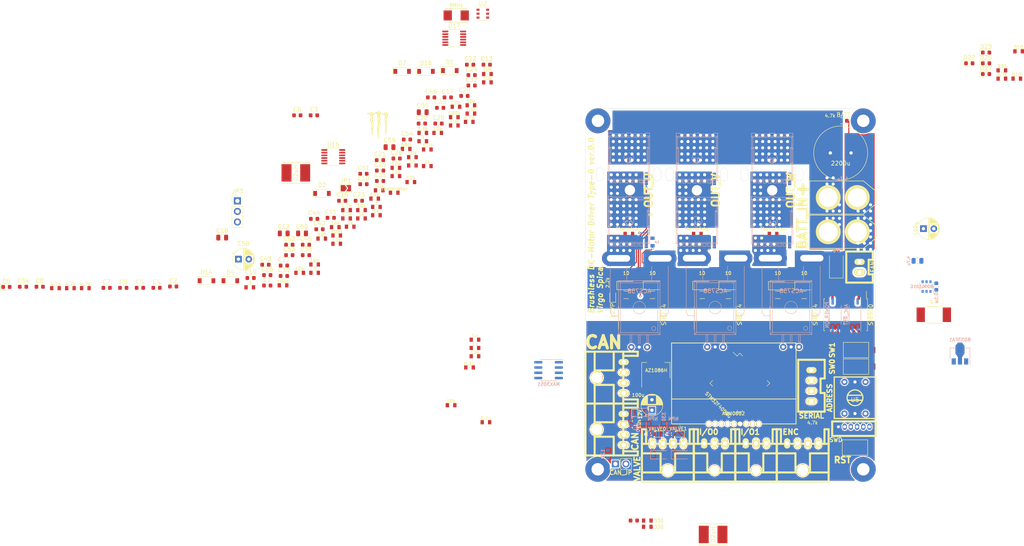
<source format=kicad_pcb>
(kicad_pcb (version 20171130) (host pcbnew "(5.1.4)-1")
  (layers (0 F.Cu signal) (31 B.Cu signal) (34 B.Paste user) (35 F.Paste user) (36 B.SilkS user) (37 F.SilkS user) (38 B.Mask user) (39 F.Mask user) (44 Edge.Cuts user))
  (net 0 "")
  (net 1 GND)
  (net 2 /OSC_IN)
  (net 3 /OSC_OUT)
  (net 4 +3V3)
  (net 5 "Net-(C4-Pad2)")
  (net 6 /FB_5V)
  (net 7 "Net-(C8-Pad1)")
  (net 8 "Net-(C8-Pad2)")
  (net 9 +12V)
  (net 10 "Net-(C12-Pad1)")
  (net 11 "Net-(C15-Pad1)")
  (net 12 "Net-(C17-Pad1)")
  (net 13 +5V)
  (net 14 IO_Vdd)
  (net 15 /Drive_U_Temp)
  (net 16 /Drive_V_Temp)
  (net 17 /Drive_W_Temp)
  (net 18 /Subscribe_Temp)
  (net 19 /OUT_U_Current)
  (net 20 /OUT_V_Current)
  (net 21 /OUT_W_Current)
  (net 22 "Net-(C36-Pad1)")
  (net 23 /OUT_U)
  (net 24 "Net-(C37-Pad1)")
  (net 25 GNDPWR)
  (net 26 /OUT_V)
  (net 27 "Net-(C38-Pad1)")
  (net 28 "Net-(C39-Pad1)")
  (net 29 /OUT_W)
  (net 30 "Net-(C40-Pad1)")
  (net 31 "Net-(C41-Pad1)")
  (net 32 +3.3VP)
  (net 33 "Net-(C43-Pad1)")
  (net 34 /FB_12P)
  (net 35 /OUT_U_DIGITAL<3V3P)
  (net 36 /OUT_V_DIGITAL<3V3P)
  (net 37 /OUT_W_DIGITAL<3V3P)
  (net 38 "Net-(C47-Pad2)")
  (net 39 "Net-(C47-Pad1)")
  (net 40 +Batt)
  (net 41 +BATT)
  (net 42 "Net-(D1-Pad1)")
  (net 43 "Net-(D1-Pad2)")
  (net 44 "Net-(D5-Pad2)")
  (net 45 "Net-(D6-Pad2)")
  (net 46 "Net-(D7-Pad2)")
  (net 47 "Net-(D8-Pad2)")
  (net 48 "Net-(D9-Pad2)")
  (net 49 "Net-(D10-Pad2)")
  (net 50 "Net-(D11-Pad2)")
  (net 51 "Net-(D12-Pad2)")
  (net 52 "Net-(D13-Pad2)")
  (net 53 /SWCLK)
  (net 54 /SWDIO)
  (net 55 /~RST)
  (net 56 "Net-(J1-Pad6)")
  (net 57 /CAN_H)
  (net 58 /CAN_L)
  (net 59 "Net-(J4-Pad3)")
  (net 60 "Net-(J4-Pad4)")
  (net 61 /IO0_Pin)
  (net 62 /IO1_Pin)
  (net 63 /USARTX_RX)
  (net 64 /USARTX_TX)
  (net 65 "Net-(J8-Pad2)")
  (net 66 "Net-(JP2-Pad1)")
  (net 67 "Net-(Q1-PadG)")
  (net 68 "Net-(Q2-PadS)")
  (net 69 "Net-(Q2-PadG)")
  (net 70 "Net-(Q3-PadG)")
  (net 71 "Net-(Q4-PadG)")
  (net 72 "Net-(Q4-PadS)")
  (net 73 "Net-(Q5-PadG)")
  (net 74 "Net-(Q6-PadG)")
  (net 75 "Net-(Q6-PadS)")
  (net 76 "Net-(R1-Pad1)")
  (net 77 /TIMx_CH1)
  (net 78 /TIMx_CH2)
  (net 79 /SW0)
  (net 80 /SW1)
  (net 81 /LED0)
  (net 82 /LED1)
  (net 83 "Net-(R15-Pad2)")
  (net 84 /Enable)
  (net 85 "Net-(R23-Pad1)")
  (net 86 "Net-(R24-Pad1)")
  (net 87 "Net-(R25-Pad1)")
  (net 88 /PWR_ON_Pin)
  (net 89 "Net-(R27-Pad1)")
  (net 90 "Net-(R28-Pad2)")
  (net 91 "Net-(R29-Pad1)")
  (net 92 "Net-(R30-Pad1)")
  (net 93 "Net-(R31-Pad1)")
  (net 94 "Net-(R32-Pad2)")
  (net 95 "Net-(R33-Pad2)")
  (net 96 "Net-(R34-Pad2)")
  (net 97 "Net-(R35-Pad2)")
  (net 98 "Net-(R36-Pad2)")
  (net 99 "Net-(R37-Pad2)")
  (net 100 "Net-(R38-Pad2)")
  (net 101 +12P)
  (net 102 /CAN1_TX)
  (net 103 /CAN1_RX)
  (net 104 "Net-(U3-Pad4)")
  (net 105 "Net-(U3-Pad8)")
  (net 106 "Net-(U3-Pad11)")
  (net 107 /ADC_~RST~_Pin)
  (net 108 /USARTx_TX)
  (net 109 /USARTx_RX)
  (net 110 "Net-(U3-Pad24)")
  (net 111 /ADRESS_0)
  (net 112 /ADRESS_1)
  (net 113 /ADRESS_2)
  (net 114 /ADRESS_3)
  (net 115 "Net-(U3-Pad37)")
  (net 116 "Net-(U3-Pad38)")
  (net 117 "Net-(U3-Pad39)")
  (net 118 "Net-(U3-Pad40)")
  (net 119 "Net-(U3-Pad41)")
  (net 120 "Net-(U3-Pad44)")
  (net 121 "Net-(U3-Pad45)")
  (net 122 "Net-(U3-Pad50)")
  (net 123 "Net-(U3-Pad51)")
  (net 124 "Net-(U3-Pad52)")
  (net 125 "Net-(U3-Pad53)")
  (net 126 "Net-(U3-Pad54)")
  (net 127 "Net-(U3-Pad55)")
  (net 128 "Net-(U3-Pad58)")
  (net 129 "Net-(U3-Pad59)")
  (net 130 "Net-(U7-Pad13)")
  (net 131 "Net-(U7-Pad12)")
  (net 132 "Net-(U7-Pad7)")
  (net 133 "Net-(U7-Pad2)")
  (net 134 /PWM_U)
  (net 135 /PWM_V)
  (net 136 "Net-(U8-Pad2)")
  (net 137 "Net-(U8-Pad7)")
  (net 138 "Net-(U8-Pad12)")
  (net 139 "Net-(U8-Pad13)")
  (net 140 /PWM_W)
  (net 141 "Net-(U9-Pad2)")
  (net 142 "Net-(U9-Pad7)")
  (net 143 "Net-(U9-Pad12)")
  (net 144 "Net-(U9-Pad13)")
  (net 145 /OUT_U_Analog)
  (net 146 /OUT_V_Analog)
  (net 147 /OUT_W_Analog)
  (net 148 "Net-(U10-Pad6)")
  (net 149 "Net-(U10-Pad11)")
  (net 150 "Net-(U10-Pad14)")
  (net 151 "Net-(U10-Pad15)")
  (net 152 "Net-(U17-Pad3)")
  (net 153 "Net-(U17-Pad8)")
  (net 154 "Net-(C61-Pad1)")
  (net 155 "Net-(C62-Pad2)")
  (net 156 "Net-(C62-Pad1)")
  (net 157 "Net-(D17-Pad1)")
  (net 158 "Net-(D18-Pad1)")
  (net 159 /VALVE_0)
  (net 160 /VALVE_1)
  (net 161 /I2Cx_SCL)
  (net 162 /I2Cx_SDA)
  (net 163 "Net-(U20-Pad1)")
  (net 164 "Net-(D19-Pad2)")
  (net 165 "Net-(D20-Pad2)")
  (net 166 "Net-(D21-Pad2)")
  (net 167 "Net-(D22-Pad2)")
  (net 168 "Net-(D23-Pad2)")
  (net 169 "Net-(D24-Pad2)")
  (net 170 "Net-(D25-Pad2)")
  (net 171 "Net-(D26-Pad2)")
  (net 172 "Net-(D27-Pad2)")
  (module Capacitor_SMD:C_0603_1608Metric (layer F.Cu) (at 96.840001 96.700001)
    (fp_text reference C1 (at 0 -1.43) (layer F.SilkS))
    (fp_text value 22p)
    (pad 2 smd roundrect (at 0.7875 0) (size 0.875 0.95) (layers F.Cu F.Paste F.Mask) (net 1 GND))
    (pad 1 smd roundrect (at -0.7875 0) (size 0.875 0.95) (layers F.Cu F.Paste F.Mask) (net 2 /OSC_IN))
  )
  (module Capacitor_SMD:C_0603_1608Metric (layer F.Cu) (at 74.170001 96.930001)
    (fp_text reference C2 (at 0 -1.43) (layer F.SilkS))
    (fp_text value 22p)
    (pad 1 smd roundrect (at -0.7875 0) (size 0.875 0.95) (layers F.Cu F.Paste F.Mask) (net 3 /OSC_OUT))
    (pad 2 smd roundrect (at 0.7875 0) (size 0.875 0.95) (layers F.Cu F.Paste F.Mask) (net 1 GND))
  )
  (module Capacitor_SMD:C_0603_1608Metric (layer F.Cu) (at 108.090001 55.680001)
    (fp_text reference C3 (at 0 -1.43) (layer F.SilkS))
    (fp_text value 0.1u)
    (pad 1 smd roundrect (at -0.7875 0) (size 0.875 0.95) (layers F.Cu F.Paste F.Mask) (net 4 +3V3))
    (pad 2 smd roundrect (at 0.7875 0) (size 0.875 0.95) (layers F.Cu F.Paste F.Mask) (net 1 GND))
  )
  (module Capacitor_SMD:C_0603_1608Metric (layer F.Cu) (at 70.160001 97.260001)
    (fp_text reference C4 (at 0 -1.43) (layer F.SilkS))
    (fp_text value 0.1u)
    (pad 2 smd roundrect (at 0.7875 0) (size 0.875 0.95) (layers F.Cu F.Paste F.Mask) (net 5 "Net-(C4-Pad2)"))
    (pad 1 smd roundrect (at -0.7875 0) (size 0.875 0.95) (layers F.Cu F.Paste F.Mask) (net 6 /FB_5V))
  )
  (module Capacitor_SMD:C_0603_1608Metric (layer F.Cu) (at 66.150001 97.260001)
    (fp_text reference C5 (at 0 -1.43) (layer F.SilkS))
    (fp_text value 0.1u)
    (pad 1 smd roundrect (at -0.7875 0) (size 0.875 0.95) (layers F.Cu F.Paste F.Mask) (net 4 +3V3))
    (pad 2 smd roundrect (at 0.7875 0) (size 0.875 0.95) (layers F.Cu F.Paste F.Mask) (net 1 GND))
  )
  (module Capacitor_SMD:C_0603_1608Metric (layer F.Cu) (at 104.080001 55.680001)
    (fp_text reference C6 (at 0 -1.43) (layer F.SilkS))
    (fp_text value 0.1u)
    (pad 2 smd roundrect (at 0.7875 0) (size 0.875 0.95) (layers F.Cu F.Paste F.Mask) (net 1 GND))
    (pad 1 smd roundrect (at -0.7875 0) (size 0.875 0.95) (layers F.Cu F.Paste F.Mask) (net 4 +3V3))
  )
  (module Capacitor_SMD:C_0603_1608Metric (layer F.Cu) (at 58.130001 97.260001)
    (fp_text reference C7 (at 0 -1.43) (layer F.SilkS))
    (fp_text value 0.1u)
    (pad 1 smd roundrect (at -0.7875 0) (size 0.875 0.95) (layers F.Cu F.Paste F.Mask) (net 4 +3V3))
    (pad 2 smd roundrect (at 0.7875 0) (size 0.875 0.95) (layers F.Cu F.Paste F.Mask) (net 1 GND))
  )
  (module Capacitor_SMD:C_0603_1608Metric (layer F.Cu) (at 41.990001 97.000001)
    (fp_text reference C8 (at 0 -1.43) (layer F.SilkS))
    (fp_text value 0.1u)
    (pad 1 smd roundrect (at -0.7875 0) (size 0.875 0.95) (layers F.Cu F.Paste F.Mask) (net 7 "Net-(C8-Pad1)"))
    (pad 2 smd roundrect (at 0.7875 0) (size 0.875 0.95) (layers F.Cu F.Paste F.Mask) (net 8 "Net-(C8-Pad2)"))
  )
  (module Capacitor_SMD:C_0603_1608Metric (layer F.Cu) (at 62.140001 97.260001)
    (fp_text reference C9 (at 0 -1.43) (layer F.SilkS))
    (fp_text value 0.1u)
    (pad 2 smd roundrect (at 0.7875 0) (size 0.875 0.95) (layers F.Cu F.Paste F.Mask) (net 1 GND))
    (pad 1 smd roundrect (at -0.7875 0) (size 0.875 0.95) (layers F.Cu F.Paste F.Mask) (net 9 +12V))
  )
  (module Capacitor_SMD:C_0603_1608Metric (layer F.Cu) (at 120.030001 72.280001)
    (fp_text reference C10 (at 0 -1.43) (layer F.SilkS))
    (fp_text value 0.1u)
    (pad 1 smd roundrect (at -0.7875 0) (size 0.875 0.95) (layers F.Cu F.Paste F.Mask) (net 9 +12V))
    (pad 2 smd roundrect (at 0.7875 0) (size 0.875 0.95) (layers F.Cu F.Paste F.Mask) (net 1 GND))
  )
  (module Capacitor_SMD:C_0603_1608Metric (layer F.Cu) (at 112.150001 80.380001)
    (fp_text reference C11 (at 0 -1.43) (layer F.SilkS))
    (fp_text value 0.1u)
    (pad 2 smd roundrect (at 0.7875 0) (size 0.875 0.95) (layers F.Cu F.Paste F.Mask) (net 1 GND))
    (pad 1 smd roundrect (at -0.7875 0) (size 0.875 0.95) (layers F.Cu F.Paste F.Mask) (net 4 +3V3))
  )
  (module Capacitor_SMD:C_0805_2012Metric (layer F.Cu) (at 100.810001 84.140001)
    (fp_text reference C12 (at 0 -1.65) (layer F.SilkS))
    (fp_text value 4.7u)
    (pad 2 smd roundrect (at 0.9375 0) (size 0.975 1.4) (layers F.Cu F.Paste F.Mask) (net 1 GND))
    (pad 1 smd roundrect (at -0.9375 0) (size 0.975 1.4) (layers F.Cu F.Paste F.Mask) (net 10 "Net-(C12-Pad1)"))
  )
  (module Capacitor_SMD:C_0603_1608Metric (layer F.Cu) (at 149.740001 43.470001)
    (fp_text reference C13 (at 0 -1.43) (layer F.SilkS))
    (fp_text value 1u)
    (pad 2 smd roundrect (at 0.7875 0) (size 0.875 0.95) (layers F.Cu F.Paste F.Mask) (net 1 GND))
    (pad 1 smd roundrect (at -0.7875 0) (size 0.875 0.95) (layers F.Cu F.Paste F.Mask) (net 4 +3V3))
  )
  (module Capacitor_THT:CP_Radial_D5.0mm_P2.50mm (layer F.Cu) (at 189.55 126.75 90)
    (fp_text reference C14 hide)
    (fp_text value 100u (at 3.65 -3.3 180) (layer F.SilkS) (effects (font (size 0.8 0.8))))
    (pad 1 thru_hole rect (at 0 0 90) (size 1.6 1.6) (drill 0.8) (layers *.Cu *.Mask) (net 10 "Net-(C12-Pad1)"))
    (pad 2 thru_hole circle (at 2.5 0 90) (size 1.6 1.6) (drill 0.8) (layers *.Cu *.Mask) (net 1 GND))
  )
  (module Capacitor_SMD:C_0603_1608Metric (layer F.Cu) (at 114.910001 76.270001)
    (fp_text reference C15 (at 0 -1.43) (layer F.SilkS))
    (fp_text value 2.2u)
    (pad 1 smd roundrect (at -0.7875 0) (size 0.875 0.95) (layers F.Cu F.Paste F.Mask) (net 11 "Net-(C15-Pad1)"))
    (pad 2 smd roundrect (at 0.7875 0) (size 0.875 0.95) (layers F.Cu F.Paste F.Mask) (net 1 GND))
  )
  (module Capacitor_SMD:C_0603_1608Metric (layer F.Cu) (at 96.840001 94.190001)
    (fp_text reference C16 (at 0 -1.43) (layer F.SilkS))
    (fp_text value 4.7u)
    (pad 2 smd roundrect (at 0.7875 0) (size 0.875 0.95) (layers F.Cu F.Paste F.Mask) (net 1 GND))
    (pad 1 smd roundrect (at -0.7875 0) (size 0.875 0.95) (layers F.Cu F.Paste F.Mask) (net 4 +3V3))
  )
  (module Capacitor_SMD:C_0603_1608Metric (layer F.Cu) (at 140.350001 51.360001)
    (fp_text reference C17 (at 0 -1.43) (layer F.SilkS))
    (fp_text value 2.2u)
    (pad 2 smd roundrect (at 0.7875 0) (size 0.875 0.95) (layers F.Cu F.Paste F.Mask) (net 1 GND))
    (pad 1 smd roundrect (at -0.7875 0) (size 0.875 0.95) (layers F.Cu F.Paste F.Mask) (net 12 "Net-(C17-Pad1)"))
  )
  (module Capacitor_SMD:C_0805_2012Metric (layer F.Cu) (at 85.980001 85.150001)
    (fp_text reference C18 (at 0 -1.65) (layer F.SilkS))
    (fp_text value 4.7u)
    (pad 2 smd roundrect (at 0.9375 0) (size 0.975 1.4) (layers F.Cu F.Paste F.Mask) (net 1 GND))
    (pad 1 smd roundrect (at -0.9375 0) (size 0.975 1.4) (layers F.Cu F.Paste F.Mask) (net 6 /FB_5V))
  )
  (module Capacitor_SMD:C_0603_1608Metric (layer F.Cu) (at 92.830001 94.880001)
    (fp_text reference C19 (at 0 -1.43) (layer F.SilkS))
    (fp_text value 10u)
    (pad 1 smd roundrect (at -0.7875 0) (size 0.875 0.95) (layers F.Cu F.Paste F.Mask) (net 13 +5V))
    (pad 2 smd roundrect (at 0.7875 0) (size 0.875 0.95) (layers F.Cu F.Paste F.Mask) (net 1 GND))
  )
  (module Capacitor_SMD:C_0603_1608Metric (layer F.Cu) (at 134.110001 57.660001)
    (fp_text reference C20 (at 0 -1.43) (layer F.SilkS))
    (fp_text value 0.1u)
    (pad 1 smd roundrect (at -0.7875 0) (size 0.875 0.95) (layers F.Cu F.Paste F.Mask) (net 1 GND))
    (pad 2 smd roundrect (at 0.7875 0) (size 0.875 0.95) (layers F.Cu F.Paste F.Mask) (net 13 +5V))
  )
  (module Capacitor_SMD:C_0603_1608Metric (layer F.Cu) (at 124.010001 66.480001)
    (fp_text reference C21 (at 0 -1.43) (layer F.SilkS))
    (fp_text value 22u)
    (pad 2 smd roundrect (at 0.7875 0) (size 0.875 0.95) (layers F.Cu F.Paste F.Mask) (net 1 GND))
    (pad 1 smd roundrect (at -0.7875 0) (size 0.875 0.95) (layers F.Cu F.Paste F.Mask) (net 4 +3V3))
  )
  (module Capacitor_SMD:C_0603_1608Metric (layer F.Cu) (at 145.730001 43.470001)
    (fp_text reference C22 (at 0 -1.43) (layer F.SilkS))
    (fp_text value 0.1u)
    (pad 1 smd roundrect (at -0.7875 0) (size 0.875 0.95) (layers F.Cu F.Paste F.Mask) (net 1 GND))
    (pad 2 smd roundrect (at 0.7875 0) (size 0.875 0.95) (layers F.Cu F.Paste F.Mask) (net 14 IO_Vdd))
  )
  (module Capacitor_SMD:C_0603_1608Metric (layer F.Cu) (at 118.920001 76.270001)
    (fp_text reference C23 (at 0 -1.43) (layer F.SilkS))
    (fp_text value 0.1u)
    (pad 1 smd roundrect (at -0.7875 0) (size 0.875 0.95) (layers F.Cu F.Paste F.Mask) (net 1 GND))
    (pad 2 smd roundrect (at 0.7875 0) (size 0.875 0.95) (layers F.Cu F.Paste F.Mask) (net 14 IO_Vdd))
  )
  (module Capacitor_SMD:C_0603_1608Metric (layer F.Cu) (at 146.100001 45.980001)
    (fp_text reference C24 (at 0 -1.43) (layer F.SilkS))
    (fp_text value 0.1u)
    (pad 2 smd roundrect (at 0.7875 0) (size 0.875 0.95) (layers F.Cu F.Paste F.Mask) (net 13 +5V))
    (pad 1 smd roundrect (at -0.7875 0) (size 0.875 0.95) (layers F.Cu F.Paste F.Mask) (net 1 GND))
  )
  (module Capacitor_SMD:C_0603_1608Metric (layer F.Cu) (at 124.040001 68.990001)
    (fp_text reference C25 (at 0 -1.43) (layer F.SilkS))
    (fp_text value 0.1u)
    (pad 2 smd roundrect (at 0.7875 0) (size 0.875 0.95) (layers F.Cu F.Paste F.Mask) (net 1 GND))
    (pad 1 smd roundrect (at -0.7875 0) (size 0.875 0.95) (layers F.Cu F.Paste F.Mask) (net 15 /Drive_U_Temp))
  )
  (module Capacitor_SMD:C_0603_1608Metric (layer F.Cu) (at 128.020001 66.080001)
    (fp_text reference C26 (at 0 -1.43) (layer F.SilkS))
    (fp_text value 0.1u)
    (pad 1 smd roundrect (at -0.7875 0) (size 0.875 0.95) (layers F.Cu F.Paste F.Mask) (net 16 /Drive_V_Temp))
    (pad 2 smd roundrect (at 0.7875 0) (size 0.875 0.95) (layers F.Cu F.Paste F.Mask) (net 1 GND))
  )
  (module Capacitor_SMD:C_0603_1608Metric (layer F.Cu) (at 100.850001 91.890001)
    (fp_text reference C27 (at 0 -1.43) (layer F.SilkS))
    (fp_text value 0.1u)
    (pad 2 smd roundrect (at 0.7875 0) (size 0.875 0.95) (layers F.Cu F.Paste F.Mask) (net 1 GND))
    (pad 1 smd roundrect (at -0.7875 0) (size 0.875 0.95) (layers F.Cu F.Paste F.Mask) (net 17 /Drive_W_Temp))
  )
  (module Capacitor_SMD:C_0603_1608Metric (layer F.Cu) (at 138.120001 57.660001)
    (fp_text reference C28 (at 0 -1.43) (layer F.SilkS))
    (fp_text value 0.1u)
    (pad 2 smd roundrect (at 0.7875 0) (size 0.875 0.95) (layers F.Cu F.Paste F.Mask) (net 1 GND))
    (pad 1 smd roundrect (at -0.7875 0) (size 0.875 0.95) (layers F.Cu F.Paste F.Mask) (net 18 /Subscribe_Temp))
  )
  (module Capacitor_SMD:C_0603_1608Metric (layer F.Cu) (at 144.360001 51.000001)
    (fp_text reference C29 (at 0 -1.43) (layer F.SilkS))
    (fp_text value 0.1u)
    (pad 2 smd roundrect (at 0.7875 0) (size 0.875 0.95) (layers F.Cu F.Paste F.Mask) (net 1 GND))
    (pad 1 smd roundrect (at -0.7875 0) (size 0.875 0.95) (layers F.Cu F.Paste F.Mask) (net 4 +3V3))
  )
  (module Capacitor_SMD:C_0603_1608Metric (layer F.Cu) (at 100.850001 94.400001)
    (fp_text reference C30 (at 0 -1.43) (layer F.SilkS))
    (fp_text value 470n)
    (pad 2 smd roundrect (at 0.7875 0) (size 0.875 0.95) (layers F.Cu F.Paste F.Mask) (net 19 /OUT_U_Current))
    (pad 1 smd roundrect (at -0.7875 0) (size 0.875 0.95) (layers F.Cu F.Paste F.Mask) (net 1 GND))
  )
  (module Capacitor_SMD:C_0603_1608Metric (layer F.Cu) (at 124.040001 71.500001)
    (fp_text reference C31 (at 0 -1.43) (layer F.SilkS))
    (fp_text value 470n)
    (pad 1 smd roundrect (at -0.7875 0) (size 0.875 0.95) (layers F.Cu F.Paste F.Mask) (net 1 GND))
    (pad 2 smd roundrect (at 0.7875 0) (size 0.875 0.95) (layers F.Cu F.Paste F.Mask) (net 20 /OUT_V_Current))
  )
  (module Capacitor_SMD:C_0603_1608Metric (layer F.Cu) (at 146.100001 48.490001)
    (fp_text reference C32 (at 0 -1.43) (layer F.SilkS))
    (fp_text value 470n)
    (pad 2 smd roundrect (at 0.7875 0) (size 0.875 0.95) (layers F.Cu F.Paste F.Mask) (net 21 /OUT_W_Current))
    (pad 1 smd roundrect (at -0.7875 0) (size 0.875 0.95) (layers F.Cu F.Paste F.Mask) (net 1 GND))
  )
  (module Capacitor_SMD:C_0603_1608Metric (layer F.Cu) (at 106.170001 89.380001)
    (fp_text reference C33 (at 0 -1.43) (layer F.SilkS))
    (fp_text value 0.1u)
    (pad 1 smd roundrect (at -0.7875 0) (size 0.875 0.95) (layers F.Cu F.Paste F.Mask) (net 4 +3V3))
    (pad 2 smd roundrect (at 0.7875 0) (size 0.875 0.95) (layers F.Cu F.Paste F.Mask) (net 1 GND))
  )
  (module Capacitor_SMD:C_0603_1608Metric (layer F.Cu) (at 37.980001 97.000001)
    (fp_text reference C34 (at 0 -1.43) (layer F.SilkS))
    (fp_text value 0.1u)
    (pad 2 smd roundrect (at 0.7875 0) (size 0.875 0.95) (layers F.Cu F.Paste F.Mask) (net 1 GND))
    (pad 1 smd roundrect (at -0.7875 0) (size 0.875 0.95) (layers F.Cu F.Paste F.Mask) (net 4 +3V3))
  )
  (module Capacitor_SMD:C_0603_1608Metric (layer F.Cu) (at 138.520001 53.870001)
    (fp_text reference C35 (at 0 -1.43) (layer F.SilkS))
    (fp_text value 0.1u)
    (pad 1 smd roundrect (at -0.7875 0) (size 0.875 0.95) (layers F.Cu F.Paste F.Mask) (net 4 +3V3))
    (pad 2 smd roundrect (at 0.7875 0) (size 0.875 0.95) (layers F.Cu F.Paste F.Mask) (net 1 GND))
  )
  (module Capacitor_SMD:C_1206_3216Metric (layer F.Cu) (at 183.35 98.95)
    (fp_text reference C36 hide)
    (fp_text value 4.7u)
    (pad 1 smd roundrect (at -1.4 0) (size 1.25 1.75) (layers F.Cu F.Paste F.Mask) (roundrect_rratio 0.2) (net 22 "Net-(C36-Pad1)"))
    (pad 2 smd roundrect (at 1.4 0) (size 1.25 1.75) (layers F.Cu F.Paste F.Mask) (roundrect_rratio 0.2) (net 23 /OUT_U))
  )
  (module Capacitor_SMD:C_1206_3216Metric (layer F.Cu) (at 189.7 98.95)
    (fp_text reference C37 hide)
    (fp_text value 4.7u)
    (pad 1 smd roundrect (at -1.4 0) (size 1.25 1.75) (layers F.Cu F.Paste F.Mask) (roundrect_rratio 0.2) (net 24 "Net-(C37-Pad1)"))
    (pad 2 smd roundrect (at 1.4 0) (size 1.25 1.75) (layers F.Cu F.Paste F.Mask) (roundrect_rratio 0.2) (net 25 GNDPWR))
  )
  (module Capacitor_SMD:C_1206_3216Metric (layer F.Cu) (at 201.65 98.95)
    (fp_text reference C38 hide)
    (fp_text value 4.7u)
    (pad 2 smd roundrect (at 1.4 0) (size 1.25 1.75) (layers F.Cu F.Paste F.Mask) (roundrect_rratio 0.2) (net 26 /OUT_V))
    (pad 1 smd roundrect (at -1.4 0) (size 1.25 1.75) (layers F.Cu F.Paste F.Mask) (roundrect_rratio 0.2) (net 27 "Net-(C38-Pad1)"))
  )
  (module Capacitor_SMD:C_1206_3216Metric (layer F.Cu) (at 208 98.95)
    (fp_text reference C39 hide)
    (fp_text value 4.7u)
    (pad 2 smd roundrect (at 1.4 0) (size 1.25 1.75) (layers F.Cu F.Paste F.Mask) (roundrect_rratio 0.2) (net 25 GNDPWR))
    (pad 1 smd roundrect (at -1.4 0) (size 1.25 1.75) (layers F.Cu F.Paste F.Mask) (roundrect_rratio 0.2) (net 28 "Net-(C39-Pad1)"))
  )
  (module Capacitor_SMD:C_1206_3216Metric (layer F.Cu) (at 219.9 98.95)
    (fp_text reference C40 hide)
    (fp_text value 4.7u)
    (pad 2 smd roundrect (at 1.4 0) (size 1.25 1.75) (layers F.Cu F.Paste F.Mask) (roundrect_rratio 0.2) (net 29 /OUT_W))
    (pad 1 smd roundrect (at -1.4 0) (size 1.25 1.75) (layers F.Cu F.Paste F.Mask) (roundrect_rratio 0.2) (net 30 "Net-(C40-Pad1)"))
  )
  (module Capacitor_SMD:C_1206_3216Metric (layer F.Cu) (at 226.25 98.95)
    (fp_text reference C41 hide)
    (fp_text value 4.7u)
    (pad 1 smd roundrect (at -1.4 0) (size 1.25 1.75) (layers F.Cu F.Paste F.Mask) (roundrect_rratio 0.2) (net 31 "Net-(C41-Pad1)"))
    (pad 2 smd roundrect (at 1.4 0) (size 1.25 1.75) (layers F.Cu F.Paste F.Mask) (roundrect_rratio 0.2) (net 25 GNDPWR))
  )
  (module Capacitor_SMD:C_0603_1608Metric (layer F.Cu) (at 109.430001 83.140001)
    (fp_text reference C42 (at 0 -1.43) (layer F.SilkS))
    (fp_text value 0.1u)
    (pad 1 smd roundrect (at -0.7875 0) (size 0.875 0.95) (layers F.Cu F.Paste F.Mask) (net 32 +3.3VP))
    (pad 2 smd roundrect (at 0.7875 0) (size 0.875 0.95) (layers F.Cu F.Paste F.Mask) (net 25 GNDPWR))
  )
  (module Capacitor_SMD:C_0603_1608Metric (layer F.Cu) (at 96.410001 91.680001)
    (fp_text reference C43 (at 0 -1.43) (layer F.SilkS))
    (fp_text value 0.1u)
    (pad 1 smd roundrect (at -0.7875 0) (size 0.875 0.95) (layers F.Cu F.Paste F.Mask) (net 33 "Net-(C43-Pad1)"))
    (pad 2 smd roundrect (at 0.7875 0) (size 0.875 0.95) (layers F.Cu F.Paste F.Mask) (net 34 /FB_12P))
  )
  (module Capacitor_SMD:C_0603_1608Metric (layer F.Cu) (at 108.140001 80.630001)
    (fp_text reference C44 (at 0 -1.43) (layer F.SilkS))
    (fp_text value 0.1u)
    (pad 1 smd roundrect (at -0.7875 0) (size 0.875 0.95) (layers F.Cu F.Paste F.Mask) (net 25 GNDPWR))
    (pad 2 smd roundrect (at 0.7875 0) (size 0.875 0.95) (layers F.Cu F.Paste F.Mask) (net 35 /OUT_U_DIGITAL<3V3P))
  )
  (module Capacitor_SMD:C_0603_1608Metric (layer F.Cu) (at 106.170001 86.870001)
    (fp_text reference C45 (at 0 -1.43) (layer F.SilkS))
    (fp_text value 0.1u)
    (pad 1 smd roundrect (at -0.7875 0) (size 0.875 0.95) (layers F.Cu F.Paste F.Mask) (net 25 GNDPWR))
    (pad 2 smd roundrect (at 0.7875 0) (size 0.875 0.95) (layers F.Cu F.Paste F.Mask) (net 36 /OUT_V_DIGITAL<3V3P))
  )
  (module Capacitor_SMD:C_0603_1608Metric (layer F.Cu) (at 136.340001 51.360001)
    (fp_text reference C46 (at 0 -1.43) (layer F.SilkS))
    (fp_text value 0.1u)
    (pad 2 smd roundrect (at 0.7875 0) (size 0.875 0.95) (layers F.Cu F.Paste F.Mask) (net 37 /OUT_W_DIGITAL<3V3P))
    (pad 1 smd roundrect (at -0.7875 0) (size 0.875 0.95) (layers F.Cu F.Paste F.Mask) (net 25 GNDPWR))
  )
  (module Capacitor_SMD:C_0603_1608Metric (layer B.Cu) (at 258.1 96.95 270)
    (fp_text reference C47 hide)
    (fp_text value 0.1u (at 2.7 0 90) (layer B.SilkS) (effects (font (size 0.8 0.8)) (justify mirror)))
    (pad 2 smd roundrect (at 0.7875 0 270) (size 0.875 0.95) (layers B.Cu B.Paste B.Mask) (net 38 "Net-(C47-Pad2)"))
    (pad 1 smd roundrect (at -0.7875 0 270) (size 0.875 0.95) (layers B.Cu B.Paste B.Mask) (net 39 "Net-(C47-Pad1)"))
  )
  (module Capacitor_SMD:C_0805_2012Metric (layer B.Cu) (at 253.5625 90.75)
    (fp_text reference C48 hide)
    (fp_text value 4.7u (at -2.15 0 90) (layer B.SilkS) (effects (font (size 0.7 0.7)) (justify mirror)))
    (pad 2 smd roundrect (at 0.9375 0) (size 0.975 1.4) (layers B.Cu B.Paste B.Mask) (net 25 GNDPWR))
    (pad 1 smd roundrect (at -0.9375 0) (size 0.975 1.4) (layers B.Cu B.Paste B.Mask) (net 40 +Batt))
  )
  (module Mizz_lib:C_Radial_D13mm_H25.0mm_P5.00mm (layer F.Cu) (at 232.55 64.75)
    (fp_text reference C49 hide)
    (fp_text value 2200u (at 2.5 2.5 180) (layer F.SilkS))
    (pad 1 thru_hole circle (at 0 0) (size 1.6 1.6) (drill 0.8) (layers *.Cu *.Mask) (net 41 +BATT))
    (pad 2 thru_hole circle (at 5 0) (size 1.6 1.6) (drill 0.8) (layers *.Cu *.Mask) (net 25 GNDPWR))
  )
  (module Capacitor_THT:CP_Radial_D5.0mm_P2.50mm (layer F.Cu) (at 255 83)
    (fp_text reference C50 hide)
    (fp_text value 100u (at -1.9 0 90) (layer F.SilkS) (effects (font (size 0.8 0.8))))
    (pad 1 thru_hole rect (at 0 0) (size 1.6 1.6) (drill 0.8) (layers *.Cu *.Mask) (net 40 +Batt))
    (pad 2 thru_hole circle (at 2.5 0) (size 1.6 1.6) (drill 0.8) (layers *.Cu *.Mask) (net 25 GNDPWR))
  )
  (module Capacitor_SMD:C_0603_1608Metric (layer F.Cu) (at 120.030001 69.770001)
    (fp_text reference C51 (at 0 -1.43) (layer F.SilkS))
    (fp_text value 0.1u)
    (pad 2 smd roundrect (at 0.7875 0) (size 0.875 0.95) (layers F.Cu F.Paste F.Mask) (net 25 GNDPWR))
    (pad 1 smd roundrect (at -0.7875 0) (size 0.875 0.95) (layers F.Cu F.Paste F.Mask) (net 32 +3.3VP))
  )
  (module Capacitor_SMD:C_0603_1608Metric (layer F.Cu) (at 102.160001 86.870001)
    (fp_text reference C52 (at 0 -1.43) (layer F.SilkS))
    (fp_text value 0.1u)
    (pad 1 smd roundrect (at -0.7875 0) (size 0.875 0.95) (layers F.Cu F.Paste F.Mask) (net 32 +3.3VP))
    (pad 2 smd roundrect (at 0.7875 0) (size 0.875 0.95) (layers F.Cu F.Paste F.Mask) (net 25 GNDPWR))
  )
  (module Capacitor_SMD:C_0603_1608Metric (layer F.Cu) (at 102.160001 89.380001)
    (fp_text reference C53 (at 0 -1.43) (layer F.SilkS))
    (fp_text value 0.1u)
    (pad 1 smd roundrect (at -0.7875 0) (size 0.875 0.95) (layers F.Cu F.Paste F.Mask) (net 32 +3.3VP))
    (pad 2 smd roundrect (at 0.7875 0) (size 0.875 0.95) (layers F.Cu F.Paste F.Mask) (net 25 GNDPWR))
  )
  (module Capacitor_SMD:C_0603_1608Metric (layer F.Cu) (at 130.520001 61.510001)
    (fp_text reference C54 (at 0 -1.43) (layer F.SilkS))
    (fp_text value 0.1u)
    (pad 2 smd roundrect (at 0.7875 0) (size 0.875 0.95) (layers F.Cu F.Paste F.Mask) (net 25 GNDPWR))
    (pad 1 smd roundrect (at -0.7875 0) (size 0.875 0.95) (layers F.Cu F.Paste F.Mask) (net 32 +3.3VP))
  )
  (module Capacitor_SMD:C_0805_2012Metric (layer B.Cu) (at 235.75 86.75)
    (fp_text reference C55 hide)
    (fp_text value 4.7u (at -1.25 1.5 180) (layer B.SilkS) (effects (font (size 0.8 0.8)) (justify mirror)))
    (pad 1 smd roundrect (at -0.9375 0) (size 0.975 1.4) (layers B.Cu B.Paste B.Mask) (net 41 +BATT))
    (pad 2 smd roundrect (at 0.9375 0) (size 0.975 1.4) (layers B.Cu B.Paste B.Mask) (net 25 GNDPWR))
  )
  (module Capacitor_SMD:C_0805_2012Metric (layer F.Cu) (at 134.310001 54.930001)
    (fp_text reference C56 (at 0 -1.65) (layer F.SilkS))
    (fp_text value 4.7u)
    (pad 1 smd roundrect (at -0.9375 0) (size 0.975 1.4) (layers F.Cu F.Paste F.Mask) (net 34 /FB_12P))
    (pad 2 smd roundrect (at 0.9375 0) (size 0.975 1.4) (layers F.Cu F.Paste F.Mask) (net 25 GNDPWR))
  )
  (module Capacitor_SMD:C_0805_2012Metric (layer B.Cu) (at 235.55 72.5)
    (fp_text reference C57 hide)
    (fp_text value 4.7u (at 0 -1.5) (layer B.SilkS) (effects (font (size 0.8 0.8)) (justify mirror)))
    (pad 1 smd roundrect (at -0.9375 0) (size 0.975 1.4) (layers B.Cu B.Paste B.Mask) (net 41 +BATT))
    (pad 2 smd roundrect (at 0.9375 0) (size 0.975 1.4) (layers B.Cu B.Paste B.Mask) (net 25 GNDPWR))
  )
  (module Capacitor_THT:CP_Radial_D5.0mm_P2.50mm (layer F.Cu) (at 89.889776 90.350001)
    (fp_text reference C58 (at 1.25 -3.75) (layer F.SilkS))
    (fp_text value 100u)
    (pad 2 thru_hole circle (at 2.5 0) (size 1.6 1.6) (drill 0.8) (layers *.Cu *.Mask) (net 25 GNDPWR))
    (pad 1 thru_hole rect (at 0 0) (size 1.6 1.6) (drill 0.8) (layers *.Cu *.Mask) (net 101 +12P))
  )
  (module Capacitor_SMD:C_0805_2012Metric (layer F.Cu) (at 126.310001 63.350001)
    (fp_text reference C59 (at 0 -1.65) (layer F.SilkS))
    (fp_text value 4.7u)
    (pad 2 smd roundrect (at 0.9375 0) (size 0.975 1.4) (layers F.Cu F.Paste F.Mask) (net 25 GNDPWR))
    (pad 1 smd roundrect (at -0.9375 0) (size 0.975 1.4) (layers F.Cu F.Paste F.Mask) (net 101 +12P))
  )
  (module Capacitor_SMD:C_0805_2012Metric (layer F.Cu) (at 105.220001 84.140001)
    (fp_text reference C60 (at 0 -1.65) (layer F.SilkS))
    (fp_text value 4.7u)
    (pad 1 smd roundrect (at -0.9375 0) (size 0.975 1.4) (layers F.Cu F.Paste F.Mask) (net 32 +3.3VP))
    (pad 2 smd roundrect (at 0.9375 0) (size 0.975 1.4) (layers F.Cu F.Paste F.Mask) (net 25 GNDPWR))
  )
  (module Diode_SMD:D_SOD-123 (layer F.Cu) (at 140.850001 44.900001)
    (fp_text reference D1 (at 0 -2) (layer F.SilkS))
    (fp_text value DIODE)
    (pad 1 smd rect (at -1.65 0) (size 0.9 1.2) (layers F.Cu F.Paste F.Mask) (net 42 "Net-(D1-Pad1)"))
    (pad 2 smd rect (at 1.65 0) (size 0.9 1.2) (layers F.Cu F.Paste F.Mask) (net 43 "Net-(D1-Pad2)"))
  )
  (module Diode_SMD:D_SOD-123 (layer F.Cu) (at 110.030001 74.500001)
    (fp_text reference D2 (at 0 -2) (layer F.SilkS))
    (fp_text value DIODE)
    (pad 1 smd rect (at -1.65 0) (size 0.9 1.2) (layers F.Cu F.Paste F.Mask) (net 7 "Net-(C8-Pad1)"))
    (pad 2 smd rect (at 1.65 0) (size 0.9 1.2) (layers F.Cu F.Paste F.Mask) (net 1 GND))
  )
  (module Diode_SMD:D_SOD-123 (layer B.Cu) (at 186.55 127.3 180)
    (fp_text reference D3 hide)
    (fp_text value DIODE)
    (pad 2 smd rect (at 1.65 0 180) (size 0.9 1.2) (layers B.Cu B.Paste B.Mask) (net 9 +12V))
    (pad 1 smd rect (at -1.65 0 180) (size 0.9 1.2) (layers B.Cu B.Paste B.Mask) (net 10 "Net-(C12-Pad1)"))
  )
  (module Diode_SMD:D_SOD-123 (layer F.Cu) (at 87.950001 95.550001)
    (fp_text reference D4 (at 0 -2) (layer F.SilkS))
    (fp_text value DIODE)
    (pad 2 smd rect (at 1.65 0) (size 0.9 1.2) (layers F.Cu F.Paste F.Mask) (net 6 /FB_5V))
    (pad 1 smd rect (at -1.65 0) (size 0.9 1.2) (layers F.Cu F.Paste F.Mask) (net 13 +5V))
  )
  (module LED_SMD:LED_0603_1608Metric (layer F.Cu) (at 185.2 153.35)
    (fp_text reference D5 hide)
    (fp_text value LED)
    (pad 2 smd roundrect (at 0.7875 0) (size 0.875 0.95) (layers F.Cu F.Paste F.Mask) (net 44 "Net-(D5-Pad2)"))
    (pad 1 smd roundrect (at -0.7875 0) (size 0.875 0.95) (layers F.Cu F.Paste F.Mask) (net 1 GND))
  )
  (module LED_SMD:LED_0603_1608Metric (layer F.Cu) (at 33.970001 97.040001)
    (fp_text reference D6 (at 0 -1.43) (layer F.SilkS))
    (fp_text value LED)
    (pad 1 smd roundrect (at -0.7875 0) (size 0.875 0.95) (layers F.Cu F.Paste F.Mask) (net 1 GND))
    (pad 2 smd roundrect (at 0.7875 0) (size 0.875 0.95) (layers F.Cu F.Paste F.Mask) (net 45 "Net-(D6-Pad2)"))
  )
  (module Diode_SMD:D_SOD-123 (layer F.Cu) (at 129.350001 45.080001)
    (fp_text reference D7 (at 0 -2) (layer F.SilkS))
    (fp_text value DIODE)
    (pad 2 smd rect (at 1.65 0) (size 0.9 1.2) (layers F.Cu F.Paste F.Mask) (net 46 "Net-(D7-Pad2)"))
    (pad 1 smd rect (at -1.65 0) (size 0.9 1.2) (layers F.Cu F.Paste F.Mask) (net 14 IO_Vdd))
  )
  (module Diode_SMD:D_SOD-123 (layer F.Cu) (at 183.35 96.7)
    (fp_text reference D8 hide)
    (fp_text value DIODE)
    (pad 1 smd rect (at -1.65 0) (size 0.9 1.2) (layers F.Cu F.Paste F.Mask) (net 22 "Net-(C36-Pad1)"))
    (pad 2 smd rect (at 1.65 0) (size 0.9 1.2) (layers F.Cu F.Paste F.Mask) (net 47 "Net-(D8-Pad2)"))
  )
  (module Diode_SMD:D_SOD-123 (layer F.Cu) (at 189.7 96.7)
    (fp_text reference D9 hide)
    (fp_text value DIODE)
    (pad 1 smd rect (at -1.65 0) (size 0.9 1.2) (layers F.Cu F.Paste F.Mask) (net 24 "Net-(C37-Pad1)"))
    (pad 2 smd rect (at 1.65 0) (size 0.9 1.2) (layers F.Cu F.Paste F.Mask) (net 48 "Net-(D9-Pad2)"))
  )
  (module Diode_SMD:D_SOD-123 (layer F.Cu) (at 201.65 96.7)
    (fp_text reference D10 hide)
    (fp_text value DIODE)
    (pad 2 smd rect (at 1.65 0) (size 0.9 1.2) (layers F.Cu F.Paste F.Mask) (net 49 "Net-(D10-Pad2)"))
    (pad 1 smd rect (at -1.65 0) (size 0.9 1.2) (layers F.Cu F.Paste F.Mask) (net 27 "Net-(C38-Pad1)"))
  )
  (module Diode_SMD:D_SOD-123 (layer F.Cu) (at 207.95 96.7)
    (fp_text reference D11 hide)
    (fp_text value DIODE)
    (pad 1 smd rect (at -1.65 0) (size 0.9 1.2) (layers F.Cu F.Paste F.Mask) (net 28 "Net-(C39-Pad1)"))
    (pad 2 smd rect (at 1.65 0) (size 0.9 1.2) (layers F.Cu F.Paste F.Mask) (net 50 "Net-(D11-Pad2)"))
  )
  (module Diode_SMD:D_SOD-123 (layer F.Cu) (at 219.9 96.75)
    (fp_text reference D12 hide)
    (fp_text value DIODE)
    (pad 2 smd rect (at 1.65 0) (size 0.9 1.2) (layers F.Cu F.Paste F.Mask) (net 51 "Net-(D12-Pad2)"))
    (pad 1 smd rect (at -1.65 0) (size 0.9 1.2) (layers F.Cu F.Paste F.Mask) (net 30 "Net-(C40-Pad1)"))
  )
  (module Diode_SMD:D_SOD-123 (layer F.Cu) (at 226.25 96.75)
    (fp_text reference D13 hide)
    (fp_text value DIODE)
    (pad 1 smd rect (at -1.65 0) (size 0.9 1.2) (layers F.Cu F.Paste F.Mask) (net 31 "Net-(C41-Pad1)"))
    (pad 2 smd rect (at 1.65 0) (size 0.9 1.2) (layers F.Cu F.Paste F.Mask) (net 52 "Net-(D13-Pad2)"))
  )
  (module Diode_SMD:D_SOD-123 (layer F.Cu) (at 82.200001 95.550001)
    (fp_text reference D14 (at 0 -2) (layer F.SilkS))
    (fp_text value DIODE])
    (pad 1 smd rect (at -1.65 0) (size 0.9 1.2) (layers F.Cu F.Paste F.Mask) (net 39 "Net-(C47-Pad1)"))
    (pad 2 smd rect (at 1.65 0) (size 0.9 1.2) (layers F.Cu F.Paste F.Mask) (net 25 GNDPWR))
  )
  (module Diode_SMD:D_SMA (layer F.Cu) (at 234 91.5 90)
    (fp_text reference D15 hide)
    (fp_text value DIODE)
    (pad 1 smd rect (at -2 0 90) (size 2.5 1.8) (layers F.Cu F.Paste F.Mask) (net 40 +Batt))
    (pad 2 smd rect (at 2 0 90) (size 2.5 1.8) (layers F.Cu F.Paste F.Mask) (net 41 +BATT))
  )
  (module Diode_SMD:D_SOD-123 (layer F.Cu) (at 135.100001 45.080001)
    (fp_text reference D16 (at 0 -2) (layer F.SilkS))
    (fp_text value DIODE])
    (pad 2 smd rect (at 1.65 0) (size 0.9 1.2) (layers F.Cu F.Paste F.Mask) (net 34 /FB_12P))
    (pad 1 smd rect (at -1.65 0) (size 0.9 1.2) (layers F.Cu F.Paste F.Mask) (net 101 +12P))
  )
  (module Mizz_lib:ZH_6P (layer F.Cu) (at 234.5 130.75)
    (fp_text reference J1 hide)
    (fp_text value SWD (at -0.6 3.15 180) (layer F.SilkS) (effects (font (thickness 0.2))))
    (pad 1 thru_hole oval (at 0 0) (size 1 1.524) (drill 0.7) (layers *.Cu *.Mask) (net 1 GND))
    (pad 2 thru_hole oval (at 1.5 0) (size 1 1.524) (drill 0.7) (layers *.Cu *.Mask) (net 43 "Net-(D1-Pad2)"))
    (pad 3 thru_hole oval (at 3 0) (size 1 1.524) (drill 0.7) (layers *.Cu *.Mask) (net 53 /SWCLK))
    (pad 4 thru_hole oval (at 4.5 0) (size 1 1.524) (drill 0.7) (layers *.Cu *.Mask) (net 54 /SWDIO))
    (pad 5 thru_hole oval (at 6 0) (size 1 1.524) (drill 0.7) (layers *.Cu *.Mask) (net 55 /~RST))
    (pad 6 thru_hole oval (at 7.5 0) (size 1 1.524) (drill 0.7) (layers *.Cu *.Mask) (net 56 "Net-(J1-Pad6)"))
  )
  (module Mizz_lib:XA_4L (layer F.Cu) (at 182.75 115.15 270)
    (fp_text reference J2 hide)
    (fp_text value CAN (at -4.75 4.85 180) (layer F.SilkS) (effects (font (size 3 3) (thickness 0.75))))
    (pad 1 thru_hole oval (at 0 0 270) (size 1.5 2.5) (drill 1) (layers *.Cu *.Mask F.SilkS) (net 1 GND))
    (pad 2 thru_hole oval (at 2.5 0 270) (size 1.5 2.5) (drill 1) (layers *.Cu *.Mask F.SilkS) (net 9 +12V))
    (pad 3 thru_hole oval (at 5 0 270) (size 1.5 2.5) (drill 1) (layers *.Cu *.Mask F.SilkS) (net 57 /CAN_H))
    (pad 4 thru_hole oval (at 7.5 0 270) (size 1.5 2.5) (drill 1) (layers *.Cu *.Mask F.SilkS) (net 58 /CAN_L))
    (pad "" thru_hole circle (at 3.75 6.5 270) (size 3 3) (drill 2.5) (layers *.Cu *.Mask F.SilkS))
  )
  (module Mizz_lib:XA_4L (layer F.Cu) (at 182.75 127.65 270)
    (fp_text reference J3 hide)
    (fp_text value CAN (at 6.6 -2.75 90) (layer F.SilkS) (effects (font (size 1.5 1.5) (thickness 0.375))))
    (pad "" thru_hole circle (at 3.75 6.5 270) (size 3 3) (drill 2.5) (layers *.Cu *.Mask F.SilkS))
    (pad 4 thru_hole oval (at 7.5 0 270) (size 1.5 2.5) (drill 1) (layers *.Cu *.Mask F.SilkS) (net 58 /CAN_L))
    (pad 3 thru_hole oval (at 5 0 270) (size 1.5 2.5) (drill 1) (layers *.Cu *.Mask F.SilkS) (net 57 /CAN_H))
    (pad 2 thru_hole oval (at 2.5 0 270) (size 1.5 2.5) (drill 1) (layers *.Cu *.Mask F.SilkS) (net 9 +12V))
    (pad 1 thru_hole oval (at 0 0 270) (size 1.5 2.5) (drill 1) (layers *.Cu *.Mask F.SilkS) (net 1 GND))
  )
  (module Mizz_lib:XA_4L (layer F.Cu) (at 222.15 134.75)
    (fp_text reference J4 hide)
    (fp_text value ENC (at 0.85 -2.75) (layer F.SilkS) (effects (font (size 1.3 1.3) (thickness 0.325))))
    (pad 1 thru_hole oval (at 0 0) (size 1.5 2.5) (drill 1) (layers *.Cu *.Mask F.SilkS) (net 1 GND))
    (pad 2 thru_hole oval (at 2.5 0) (size 1.5 2.5) (drill 1) (layers *.Cu *.Mask F.SilkS) (net 13 +5V))
    (pad 3 thru_hole oval (at 5 0) (size 1.5 2.5) (drill 1) (layers *.Cu *.Mask F.SilkS) (net 59 "Net-(J4-Pad3)"))
    (pad 4 thru_hole oval (at 7.5 0) (size 1.5 2.5) (drill 1) (layers *.Cu *.Mask F.SilkS) (net 60 "Net-(J4-Pad4)"))
    (pad "" thru_hole circle (at 3.75 6.5) (size 3 3) (drill 2.5) (layers *.Cu *.Mask F.SilkS))
  )
  (module Mizz_lib:XA_3L (layer F.Cu) (at 202.15 134.75)
    (fp_text reference J5 (at 0 0.5) (layer F.SilkS))
    (fp_text value I/O0 (at 1.1 -2.75) (layer F.SilkS) (effects (font (size 1.3 1.3) (thickness 0.325))))
    (pad "" thru_hole circle (at 2.5 6.5) (size 2.5 2.5) (drill 2) (layers *.Cu *.Mask F.SilkS))
    (pad 3 thru_hole oval (at 5 0) (size 1.5 2.5) (drill 1) (layers *.Cu *.Mask F.SilkS) (net 61 /IO0_Pin))
    (pad 2 thru_hole oval (at 2.5 0) (size 1.5 2.5) (drill 1) (layers *.Cu *.Mask F.SilkS) (net 14 IO_Vdd))
    (pad 1 thru_hole oval (at 0 0) (size 1.5 2.5) (drill 1) (layers *.Cu *.Mask F.SilkS) (net 1 GND))
  )
  (module Mizz_lib:XA_3L (layer F.Cu) (at 212.15 134.75)
    (fp_text reference J6 (at 0 0.5) (layer F.SilkS))
    (fp_text value I/O1 (at 1.1 -2.75) (layer F.SilkS) (effects (font (size 1.3 1.3) (thickness 0.325))))
    (pad 1 thru_hole oval (at 0 0) (size 1.5 2.5) (drill 1) (layers *.Cu *.Mask F.SilkS) (net 1 GND))
    (pad 2 thru_hole oval (at 2.5 0) (size 1.5 2.5) (drill 1) (layers *.Cu *.Mask F.SilkS) (net 14 IO_Vdd))
    (pad 3 thru_hole oval (at 5 0) (size 1.5 2.5) (drill 1) (layers *.Cu *.Mask F.SilkS) (net 62 /IO1_Pin))
    (pad "" thru_hole circle (at 2.5 6.5) (size 2.5 2.5) (drill 2) (layers *.Cu *.Mask F.SilkS))
  )
  (module Mizz_lib:XA_4P (layer F.Cu) (at 228 124.6 90)
    (fp_text reference J7 hide)
    (fp_text value SERIAL (at -3.5 0 180) (layer F.SilkS) (effects (font (size 1.2 1.2) (thickness 0.3))))
    (pad 4 thru_hole oval (at 0 0 90) (size 1.5 2.5) (drill 1) (layers *.Cu *.Mask F.SilkS) (net 63 /USARTX_RX))
    (pad 3 thru_hole oval (at 2.5 0 90) (size 1.5 2.5) (drill 1) (layers *.Cu *.Mask F.SilkS) (net 64 /USARTX_TX))
    (pad 2 thru_hole oval (at 5 0 90) (size 1.5 2.5) (drill 1) (layers *.Cu *.Mask F.SilkS) (net 13 +5V))
    (pad 1 thru_hole oval (at 7.5 0 90) (size 1.5 2.5) (drill 1) (layers *.Cu *.Mask F.SilkS) (net 1 GND))
  )
  (module Mizz_lib:XA_2P (layer F.Cu) (at 239.6 93.5 90)
    (fp_text reference J8 hide)
    (fp_text value FAN (at 1.3 3.2 90) (layer F.SilkS) (effects (font (thickness 0.2))))
    (pad 1 thru_hole oval (at 2.5 0 90) (size 1.5 2.5) (drill 1) (layers *.Cu *.Mask F.SilkS) (net 25 GNDPWR))
    (pad 2 thru_hole oval (at 0 0 90) (size 1.5 2.5) (drill 1) (layers *.Cu *.Mask F.SilkS) (net 65 "Net-(J8-Pad2)"))
  )
  (module Mizz_lib:XT60_F (layer F.Cu) (at 235.55 83.75 180)
    (fp_text reference J9)
    (fp_text value BATT_IN (at 9.75 2.05 90 unlocked) (layer F.SilkS) (effects (font (size 2.2 2.2) (thickness 0.55))))
    (pad 2 thru_hole circle (at 3.5 0 180) (size 6 6) (drill 4.5) (layers *.Cu *.Mask F.SilkS) (net 41 +BATT))
    (pad 1 thru_hole circle (at -3.5 0 180) (size 6 6) (drill 4.5) (layers *.Cu *.Mask F.SilkS) (net 25 GNDPWR))
  )
  (module Mizz_lib:XT60_M (layer F.Cu) (at 235.55 75.5 180)
    (fp_text reference J10 hide)
    (fp_text value BATT_IN)
    (pad 1 thru_hole circle (at -3.5 0 180) (size 6 6) (drill 4.5) (layers *.Cu *.Mask F.SilkS) (net 25 GNDPWR))
    (pad 2 thru_hole circle (at 3.5 0 180) (size 6 6) (drill 4.5) (layers *.Cu *.Mask F.SilkS) (net 41 +BATT))
  )
  (module Jumper:SolderJumper-2_P1.3mm_Open_TrianglePad1.0x1.5mm (layer F.Cu) (at 115.790001 73.240001)
    (fp_text reference JP1 (at 0 -1.8) (layer F.SilkS))
    (fp_text value SWD_JP)
    (pad 2 smd custom (at 0.725 0) (size 0.3 0.3) (layers F.Cu F.Mask) (net 4 +3V3) (options (clearance outline) (anchor rect)) (primitives (gr_poly (pts (xy -0.65 -0.75) (xy 0.5 -0.75) (xy 0.5 0.75) (xy -0.65 0.75) (xy -0.15 0)) (width 0))))
    (pad 1 smd custom (at -0.725 0) (size 0.3 0.3) (layers F.Cu F.Mask) (net 42 "Net-(D1-Pad1)") (options (clearance outline) (anchor rect)) (primitives (gr_poly (pts (xy -0.5 -0.75) (xy 0.5 -0.75) (xy 1 0) (xy 0.5 0.75) (xy -0.5 0.75)) (width 0))))
  )
  (module Connector_PinHeader_2.54mm:PinHeader_1x02_P2.54mm_Vertical (layer F.Cu) (at 180.75 139.7 90)
    (fp_text reference JP2 hide)
    (fp_text value CAN_JP (at -2.1 1.3 180) (layer F.SilkS) (effects (font (thickness 0.2))))
    (pad 1 thru_hole rect (at 0 0 90) (size 1.7 1.7) (drill 1) (layers *.Cu *.Mask) (net 66 "Net-(JP2-Pad1)"))
    (pad 2 thru_hole oval (at 0 2.54 90) (size 1.7 1.7) (drill 1) (layers *.Cu *.Mask) (net 58 /CAN_L))
  )
  (module Connector_PinHeader_2.54mm:PinHeader_1x03_P2.54mm_Vertical (layer F.Cu) (at 89.650001 76.300001)
    (fp_text reference JP3 (at 0 -2.33) (layer F.SilkS))
    (fp_text value I/O_Vdd)
    (pad 1 thru_hole rect (at 0 0) (size 1.7 1.7) (drill 1) (layers *.Cu *.Mask) (net 13 +5V))
    (pad 2 thru_hole oval (at 0 2.54) (size 1.7 1.7) (drill 1) (layers *.Cu *.Mask) (net 46 "Net-(D7-Pad2)"))
    (pad 3 thru_hole oval (at 0 5.08) (size 1.7 1.7) (drill 1) (layers *.Cu *.Mask) (net 4 +3V3))
  )
  (module Mizz_lib:Inductor_Taiyo-Yuden_NR-50xx_HandSoldering (layer F.Cu) (at 204.3 156.7)
    (fp_text reference L1 hide)
    (fp_text value 22uH (at 0 0 90) (layer F.SilkS))
    (pad 1 smd rect (at -2.25 0) (size 2.4 4.2) (layers F.Cu F.Paste F.Mask) (net 7 "Net-(C8-Pad1)"))
    (pad 2 smd rect (at 2.25 0) (size 2.4 4.2) (layers F.Cu F.Paste F.Mask) (net 6 /FB_5V))
  )
  (module Mizz_lib:Inductor_Taiyo-Yuden_NR-50xx_HandSoldering (layer F.Cu) (at 103.730001 69.550001)
    (fp_text reference L2 hide)
    (fp_text value 22uH (at 0 0 90) (layer F.SilkS))
    (pad 2 smd rect (at 2.25 0) (size 2.4 4.2) (layers F.Cu F.Paste F.Mask) (net 34 /FB_12P))
    (pad 1 smd rect (at -2.25 0) (size 2.4 4.2) (layers F.Cu F.Paste F.Mask) (net 39 "Net-(C47-Pad1)"))
  )
  (module Mizz_lib:HSOF-8-1 (layer B.Cu) (at 184 65.95 180)
    (fp_text reference Q1 (at 0 -0.5 180) (layer B.SilkS) (effects (justify mirror)))
    (fp_text value MOSFET_N)
    (pad S smd rect (at 0.6 -5 180) (size 8 3) (layers B.Cu B.Paste B.Mask) (net 23 /OUT_U))
    (pad G smd rect (at -4.2 -5 180) (size 0.8 3) (layers B.Cu B.Paste B.Mask) (net 67 "Net-(Q1-PadG)"))
    (pad D smd rect (at 0 2.5 180) (size 10 8) (layers B.Cu B.Paste B.Mask) (net 41 +BATT))
  )
  (module Mizz_lib:HSOF-8-1 (layer B.Cu) (at 184 81.2 180)
    (fp_text reference Q2 (at 0 -0.5 180) (layer B.SilkS) (effects (justify mirror)))
    (fp_text value MOSFET_N)
    (pad S smd rect (at 0.6 -5 180) (size 8 3) (layers B.Cu B.Paste B.Mask) (net 68 "Net-(Q2-PadS)"))
    (pad G smd rect (at -4.2 -5 180) (size 0.8 3) (layers B.Cu B.Paste B.Mask) (net 69 "Net-(Q2-PadG)"))
    (pad D smd rect (at 0 2.5 180) (size 10 8) (layers B.Cu B.Paste B.Mask) (net 23 /OUT_U))
  )
  (module Mizz_lib:HSOF-8-1 (layer B.Cu) (at 200.4 66 180)
    (fp_text reference Q3 (at 0 -0.5 180) (layer B.SilkS) (effects (justify mirror)))
    (fp_text value MOSFET_N)
    (pad D smd rect (at 0 2.5 180) (size 10 8) (layers B.Cu B.Paste B.Mask) (net 41 +BATT))
    (pad G smd rect (at -4.2 -5 180) (size 0.8 3) (layers B.Cu B.Paste B.Mask) (net 70 "Net-(Q3-PadG)"))
    (pad S smd rect (at 0.6 -5 180) (size 8 3) (layers B.Cu B.Paste B.Mask) (net 26 /OUT_V))
  )
  (module Mizz_lib:HSOF-8-1 (layer B.Cu) (at 200.4 81.25 180)
    (fp_text reference Q4 (at 0 -0.5) (layer B.SilkS) (effects (justify mirror)))
    (fp_text value MOSFET_N)
    (pad D smd rect (at 0 2.5 180) (size 10 8) (layers B.Cu B.Paste B.Mask) (net 26 /OUT_V))
    (pad G smd rect (at -4.2 -5 180) (size 0.8 3) (layers B.Cu B.Paste B.Mask) (net 71 "Net-(Q4-PadG)"))
    (pad S smd rect (at 0.6 -5 180) (size 8 3) (layers B.Cu B.Paste B.Mask) (net 72 "Net-(Q4-PadS)"))
  )
  (module Mizz_lib:HSOF-8-1 (layer B.Cu) (at 218.55 66 180)
    (fp_text reference Q5 (at 0 -0.5) (layer B.SilkS) (effects (justify mirror)))
    (fp_text value MOSFET_N)
    (pad S smd rect (at 0.6 -5 180) (size 8 3) (layers B.Cu B.Paste B.Mask) (net 29 /OUT_W))
    (pad G smd rect (at -4.2 -5 180) (size 0.8 3) (layers B.Cu B.Paste B.Mask) (net 73 "Net-(Q5-PadG)"))
    (pad D smd rect (at 0 2.5 180) (size 10 8) (layers B.Cu B.Paste B.Mask) (net 41 +BATT))
  )
  (module Mizz_lib:HSOF-8-1 (layer B.Cu) (at 218.55 81.25 180)
    (fp_text reference Q6 (at 0 -0.5) (layer B.SilkS) (effects (justify mirror)))
    (fp_text value MOSFET_N)
    (pad D smd rect (at 0 2.5 180) (size 10 8) (layers B.Cu B.Paste B.Mask) (net 29 /OUT_W))
    (pad G smd rect (at -4.2 -5 180) (size 0.8 3) (layers B.Cu B.Paste B.Mask) (net 74 "Net-(Q6-PadG)"))
    (pad S smd rect (at 0.6 -5 180) (size 8 3) (layers B.Cu B.Paste B.Mask) (net 75 "Net-(Q6-PadS)"))
  )
  (module Mizz_lib:1608_WP (layer F.Cu) (at 149.905 45.725)
    (fp_text reference R1 hide)
    (fp_text value 10k (at 0 -0.5) (layer F.SilkS) (effects (font (size 0.8 0.8)) (justify bottom)))
    (pad 1 smd rect (at -0.9 0) (size 0.8 1) (layers F.Cu F.Paste F.Mask) (net 76 "Net-(R1-Pad1)"))
    (pad 2 smd rect (at 0.9 0) (size 0.8 1) (layers F.Cu F.Paste F.Mask) (net 1 GND))
  )
  (module Mizz_lib:1608_WP (layer F.Cu) (at 134.325 59.915)
    (fp_text reference R2 hide)
    (fp_text value 3.9k (at 0 -0.5) (layer F.SilkS) (effects (font (size 0.8 0.8)) (justify bottom)))
    (pad 2 smd rect (at 0.9 0) (size 0.8 1) (layers F.Cu F.Paste F.Mask) (net 5 "Net-(C4-Pad2)"))
    (pad 1 smd rect (at -0.9 0) (size 0.8 1) (layers F.Cu F.Paste F.Mask) (net 6 /FB_5V))
  )
  (module Mizz_lib:1608_WP (layer F.Cu) (at 130.315 63.765)
    (fp_text reference R3 hide)
    (fp_text value 680 (at 0 -0.5) (layer F.SilkS) (effects (font (size 0.8 0.8)) (justify bottom)))
    (pad 1 smd rect (at -0.9 0) (size 0.8 1) (layers F.Cu F.Paste F.Mask) (net 5 "Net-(C4-Pad2)"))
    (pad 2 smd rect (at 0.9 0) (size 0.8 1) (layers F.Cu F.Paste F.Mask) (net 1 GND))
  )
  (module Mizz_lib:1608_WP (layer B.Cu) (at 178.95 137.3 90)
    (fp_text reference R4 hide)
    (fp_text value 120 (at 0 -0.75 270) (layer B.SilkS) (effects (font (size 0.8 0.8)) (justify bottom mirror)))
    (pad 2 smd rect (at 0.9 0 90) (size 0.8 1) (layers B.Cu B.Paste B.Mask) (net 57 /CAN_H))
    (pad 1 smd rect (at -0.9 0 90) (size 0.8 1) (layers B.Cu B.Paste B.Mask) (net 66 "Net-(JP2-Pad1)"))
  )
  (module Mizz_lib:1608_WP (layer F.Cu) (at 127.845 68.335)
    (fp_text reference R5 hide)
    (fp_text value 10k (at 0 -0.5) (layer F.SilkS) (effects (font (size 0.8 0.8)) (justify bottom)))
    (pad 1 smd rect (at -0.9 0) (size 0.8 1) (layers F.Cu F.Paste F.Mask) (net 1 GND))
    (pad 2 smd rect (at 0.9 0) (size 0.8 1) (layers F.Cu F.Paste F.Mask) (net 77 /TIMx_CH1))
  )
  (module Mizz_lib:1608_WP (layer F.Cu) (at 142.325 53.615)
    (fp_text reference R6 hide)
    (fp_text value 10k (at 0 -0.5) (layer F.SilkS) (effects (font (size 0.8 0.8)) (justify bottom)))
    (pad 1 smd rect (at -0.9 0) (size 0.8 1) (layers F.Cu F.Paste F.Mask) (net 1 GND))
    (pad 2 smd rect (at 0.9 0) (size 0.8 1) (layers F.Cu F.Paste F.Mask) (net 78 /TIMx_CH2))
  )
  (module Mizz_lib:1608_WP (layer F.Cu) (at 113.575 86.635)
    (fp_text reference R7 hide)
    (fp_text value 10k (at 0 -0.5) (layer F.SilkS) (effects (font (size 0.8 0.8)) (justify bottom)))
    (pad 1 smd rect (at -0.9 0) (size 0.8 1) (layers F.Cu F.Paste F.Mask) (net 4 +3V3))
    (pad 2 smd rect (at 0.9 0) (size 0.8 1) (layers F.Cu F.Paste F.Mask) (net 79 /SW0))
  )
  (module Mizz_lib:1608_WP (layer F.Cu) (at 228.25 130.75)
    (fp_text reference R8 hide)
    (fp_text value 4.7k (at 0 -0.5) (layer F.SilkS) (effects (font (size 0.8 0.8)) (justify bottom)))
    (pad 2 smd rect (at 0.9 0) (size 0.8 1) (layers F.Cu F.Paste F.Mask) (net 78 /TIMx_CH2))
    (pad 1 smd rect (at -0.9 0) (size 0.8 1) (layers F.Cu F.Paste F.Mask) (net 59 "Net-(J4-Pad3)"))
  )
  (module Mizz_lib:1608_WP (layer F.Cu) (at 145.525 57.255)
    (fp_text reference R9 hide)
    (fp_text value 4.7k (at 0 -0.5) (layer F.SilkS) (effects (font (size 0.8 0.8)) (justify bottom)))
    (pad 1 smd rect (at -0.9 0) (size 0.8 1) (layers F.Cu F.Paste F.Mask) (net 60 "Net-(J4-Pad4)"))
    (pad 2 smd rect (at 0.9 0) (size 0.8 1) (layers F.Cu F.Paste F.Mask) (net 77 /TIMx_CH1))
  )
  (module Mizz_lib:1608_WP (layer F.Cu) (at 135.425 67.915)
    (fp_text reference R10 hide)
    (fp_text value 1k (at 0 -0.5) (layer F.SilkS) (effects (font (size 0.8 0.8)) (justify bottom)))
    (pad 2 smd rect (at 0.9 0) (size 0.8 1) (layers F.Cu F.Paste F.Mask) (net 13 +5V))
    (pad 1 smd rect (at -0.9 0) (size 0.8 1) (layers F.Cu F.Paste F.Mask) (net 60 "Net-(J4-Pad4)"))
  )
  (module Mizz_lib:1608_WP (layer F.Cu) (at 131.445 71.765)
    (fp_text reference R11 hide)
    (fp_text value 10k (at 0 -0.5) (layer F.SilkS) (effects (font (size 0.8 0.8)) (justify bottom)))
    (pad 2 smd rect (at 0.9 0) (size 0.8 1) (layers F.Cu F.Paste F.Mask) (net 80 /SW1))
    (pad 1 smd rect (at -0.9 0) (size 0.8 1) (layers F.Cu F.Paste F.Mask) (net 4 +3V3))
  )
  (module Mizz_lib:1608_WP (layer F.Cu) (at 123.155 79.755)
    (fp_text reference R12 hide)
    (fp_text value 1k (at 0 -0.5) (layer F.SilkS) (effects (font (size 0.8 0.8)) (justify bottom)))
    (pad 1 smd rect (at -0.9 0) (size 0.8 1) (layers F.Cu F.Paste F.Mask) (net 59 "Net-(J4-Pad3)"))
    (pad 2 smd rect (at 0.9 0) (size 0.8 1) (layers F.Cu F.Paste F.Mask) (net 13 +5V))
  )
  (module Mizz_lib:1608_WP (layer F.Cu) (at 188.45 153.35 180)
    (fp_text reference R13 hide)
    (fp_text value 330 (at -2.75 -0.5) (layer F.SilkS) (effects (font (size 0.8 0.8)) (justify bottom)))
    (pad 2 smd rect (at 0.9 0 180) (size 0.8 1) (layers F.Cu F.Paste F.Mask) (net 44 "Net-(D5-Pad2)"))
    (pad 1 smd rect (at -0.9 0 180) (size 0.8 1) (layers F.Cu F.Paste F.Mask) (net 81 /LED0))
  )
  (module Mizz_lib:1608_WP (layer F.Cu) (at 188.45 154.85 180)
    (fp_text reference R14 hide)
    (fp_text value 330 (at -2.75 -0.5) (layer F.SilkS) (effects (font (size 0.8 0.8)) (justify bottom)))
    (pad 1 smd rect (at -0.9 0 180) (size 0.8 1) (layers F.Cu F.Paste F.Mask) (net 82 /LED1))
    (pad 2 smd rect (at 0.9 0 180) (size 0.8 1) (layers F.Cu F.Paste F.Mask) (net 45 "Net-(D6-Pad2)"))
  )
  (module Mizz_lib:1608_WP (layer F.Cu) (at 113.235 82.635)
    (fp_text reference R15 hide)
    (fp_text value 10k (at 0 -0.5) (layer F.SilkS) (effects (font (size 0.8 0.8)) (justify bottom)))
    (pad 2 smd rect (at 0.9 0) (size 0.8 1) (layers F.Cu F.Paste F.Mask) (net 83 "Net-(R15-Pad2)"))
    (pad 1 smd rect (at -0.9 0) (size 0.8 1) (layers F.Cu F.Paste F.Mask) (net 4 +3V3))
  )
  (module Mizz_lib:1608_WP (layer F.Cu) (at 137.925 59.915)
    (fp_text reference R16 hide)
    (fp_text value 10k (at 0 -0.5) (layer F.SilkS) (effects (font (size 0.8 0.8)) (justify bottom)))
    (pad 1 smd rect (at -0.9 0) (size 0.8 1) (layers F.Cu F.Paste F.Mask) (net 15 /Drive_U_Temp))
    (pad 2 smd rect (at 0.9 0) (size 0.8 1) (layers F.Cu F.Paste F.Mask) (net 1 GND))
  )
  (module Mizz_lib:1608_WP (layer F.Cu) (at 104.655 93.635)
    (fp_text reference R17 hide)
    (fp_text value 10k (at 0 -0.5) (layer F.SilkS) (effects (font (size 0.8 0.8)) (justify bottom)))
    (pad 2 smd rect (at 0.9 0) (size 0.8 1) (layers F.Cu F.Paste F.Mask) (net 1 GND))
    (pad 1 smd rect (at -0.9 0) (size 0.8 1) (layers F.Cu F.Paste F.Mask) (net 16 /Drive_V_Temp))
  )
  (module Mizz_lib:1608_WP (layer F.Cu) (at 127.845 70.335)
    (fp_text reference R18 hide)
    (fp_text value 10k (at 0 -0.5) (layer F.SilkS) (effects (font (size 0.8 0.8)) (justify bottom)))
    (pad 1 smd rect (at -0.9 0) (size 0.8 1) (layers F.Cu F.Paste F.Mask) (net 17 /Drive_W_Temp))
    (pad 2 smd rect (at 0.9 0) (size 0.8 1) (layers F.Cu F.Paste F.Mask) (net 1 GND))
  )
  (module Mizz_lib:1608_WP (layer F.Cu) (at 119.555 78.525)
    (fp_text reference R19 hide)
    (fp_text value 10k (at 0 -0.5) (layer F.SilkS) (effects (font (size 0.8 0.8)) (justify bottom)))
    (pad 1 smd rect (at -0.9 0) (size 0.8 1) (layers F.Cu F.Paste F.Mask) (net 18 /Subscribe_Temp))
    (pad 2 smd rect (at 0.9 0) (size 0.8 1) (layers F.Cu F.Paste F.Mask) (net 1 GND))
  )
  (module Mizz_lib:1608_WP (layer F.Cu) (at 113.575 84.635)
    (fp_text reference R20 hide)
    (fp_text value 100k (at 0 -0.5) (layer F.SilkS) (effects (font (size 0.8 0.8)) (justify bottom)))
    (pad 1 smd rect (at -0.9 0) (size 0.8 1) (layers F.Cu F.Paste F.Mask) (net 84 /Enable))
    (pad 2 smd rect (at 0.9 0) (size 0.8 1) (layers F.Cu F.Paste F.Mask) (net 1 GND))
  )
  (module Mizz_lib:1608_WP (layer F.Cu) (at 141.925 56.125)
    (fp_text reference R21 hide)
    (fp_text value 100k (at 0 -0.5) (layer F.SilkS) (effects (font (size 0.8 0.8)) (justify bottom)))
    (pad 1 smd rect (at -0.9 0) (size 0.8 1) (layers F.Cu F.Paste F.Mask) (net 84 /Enable))
    (pad 2 smd rect (at 0.9 0) (size 0.8 1) (layers F.Cu F.Paste F.Mask) (net 1 GND))
  )
  (module Mizz_lib:1608_WP (layer F.Cu) (at 100.645 96.655)
    (fp_text reference R22 hide)
    (fp_text value 100k (at 0 -0.5) (layer F.SilkS) (effects (font (size 0.8 0.8)) (justify bottom)))
    (pad 2 smd rect (at 0.9 0) (size 0.8 1) (layers F.Cu F.Paste F.Mask) (net 1 GND))
    (pad 1 smd rect (at -0.9 0) (size 0.8 1) (layers F.Cu F.Paste F.Mask) (net 84 /Enable))
  )
  (module Mizz_lib:1608_WP (layer F.Cu) (at 123.835 73.755)
    (fp_text reference R23 hide)
    (fp_text value 10k (at 0 -0.5) (layer F.SilkS) (effects (font (size 0.8 0.8)) (justify bottom)))
    (pad 2 smd rect (at 0.9 0) (size 0.8 1) (layers F.Cu F.Paste F.Mask) (net 1 GND))
    (pad 1 smd rect (at -0.9 0) (size 0.8 1) (layers F.Cu F.Paste F.Mask) (net 85 "Net-(R23-Pad1)"))
  )
  (module Mizz_lib:1608_WP (layer F.Cu) (at 149.905 47.725)
    (fp_text reference R24 hide)
    (fp_text value 10k (at 0 -0.5) (layer F.SilkS) (effects (font (size 0.8 0.8)) (justify bottom)))
    (pad 2 smd rect (at 0.9 0) (size 0.8 1) (layers F.Cu F.Paste F.Mask) (net 1 GND))
    (pad 1 smd rect (at -0.9 0) (size 0.8 1) (layers F.Cu F.Paste F.Mask) (net 86 "Net-(R24-Pad1)"))
  )
  (module Mizz_lib:1608_WP (layer F.Cu) (at 122.725 75.755)
    (fp_text reference R25 hide)
    (fp_text value 10k (at 0 -0.5) (layer F.SilkS) (effects (font (size 0.8 0.8)) (justify bottom)))
    (pad 2 smd rect (at 0.9 0) (size 0.8 1) (layers F.Cu F.Paste F.Mask) (net 1 GND))
    (pad 1 smd rect (at -0.9 0) (size 0.8 1) (layers F.Cu F.Paste F.Mask) (net 87 "Net-(R25-Pad1)"))
  )
  (module Mizz_lib:1608_WP (layer F.Cu) (at 131.825 65.765)
    (fp_text reference R26 hide)
    (fp_text value 10k (at 0 -0.5) (layer F.SilkS) (effects (font (size 0.8 0.8)) (justify bottom)))
    (pad 1 smd rect (at -0.9 0) (size 0.8 1) (layers F.Cu F.Paste F.Mask) (net 88 /PWR_ON_Pin))
    (pad 2 smd rect (at 0.9 0) (size 0.8 1) (layers F.Cu F.Paste F.Mask) (net 1 GND))
  )
  (module Mizz_lib:1608_WP (layer F.Cu) (at 109.975 85.395)
    (fp_text reference R27 hide)
    (fp_text value 330 (at 0 -0.5) (layer F.SilkS) (effects (font (size 0.8 0.8)) (justify bottom)))
    (pad 1 smd rect (at -0.9 0) (size 0.8 1) (layers F.Cu F.Paste F.Mask) (net 89 "Net-(R27-Pad1)"))
    (pad 2 smd rect (at 0.9 0) (size 0.8 1) (layers F.Cu F.Paste F.Mask) (net 1 GND))
  )
  (module Mizz_lib:1608_WP (layer F.Cu) (at 115.955 80.525)
    (fp_text reference R28 hide)
    (fp_text value 4.7k (at 0 -0.5) (layer F.SilkS) (effects (font (size 0.8 0.8)) (justify bottom)))
    (pad 2 smd rect (at 0.9 0) (size 0.8 1) (layers F.Cu F.Paste F.Mask) (net 90 "Net-(R28-Pad2)"))
    (pad 1 smd rect (at -0.9 0) (size 0.8 1) (layers F.Cu F.Paste F.Mask) (net 32 +3.3VP))
  )
  (module Mizz_lib:1608_WP (layer F.Cu) (at 115.955 78.525)
    (fp_text reference R29 hide)
    (fp_text value 4.7k (at 0 -0.5) (layer F.SilkS) (effects (font (size 0.8 0.8)) (justify bottom)))
    (pad 2 smd rect (at 0.9 0) (size 0.8 1) (layers F.Cu F.Paste F.Mask) (net 19 /OUT_U_Current))
    (pad 1 smd rect (at -0.9 0) (size 0.8 1) (layers F.Cu F.Paste F.Mask) (net 91 "Net-(R29-Pad1)"))
  )
  (module Mizz_lib:1608_WP (layer F.Cu) (at 45.795 97.335)
    (fp_text reference R30 hide)
    (fp_text value 4.7k (at 0 -0.5) (layer F.SilkS) (effects (font (size 0.8 0.8)) (justify bottom)))
    (pad 1 smd rect (at -0.9 0) (size 0.8 1) (layers F.Cu F.Paste F.Mask) (net 92 "Net-(R30-Pad1)"))
    (pad 2 smd rect (at 0.9 0) (size 0.8 1) (layers F.Cu F.Paste F.Mask) (net 20 /OUT_V_Current))
  )
  (module Mizz_lib:1608_WP (layer F.Cu) (at 49.395 97.335)
    (fp_text reference R31 hide)
    (fp_text value 4.7k (at 0 -0.5) (layer F.SilkS) (effects (font (size 0.8 0.8)) (justify bottom)))
    (pad 2 smd rect (at 0.9 0) (size 0.8 1) (layers F.Cu F.Paste F.Mask) (net 21 /OUT_W_Current))
    (pad 1 smd rect (at -0.9 0) (size 0.8 1) (layers F.Cu F.Paste F.Mask) (net 93 "Net-(R31-Pad1)"))
  )
  (module Mizz_lib:1608_WP (layer F.Cu) (at 52.995 97.335)
    (fp_text reference R32 hide)
    (fp_text value 4.7k (at 0 -0.5) (layer F.SilkS) (effects (font (size 0.8 0.8)) (justify bottom)))
    (pad 2 smd rect (at 0.9 0) (size 0.8 1) (layers F.Cu F.Paste F.Mask) (net 94 "Net-(R32-Pad2)"))
    (pad 1 smd rect (at -0.9 0) (size 0.8 1) (layers F.Cu F.Paste F.Mask) (net 41 +BATT))
  )
  (module Mizz_lib:1608_WP (layer F.Cu) (at 188.2 79.65 270)
    (fp_text reference R33 hide)
    (fp_text value 3 (at 0 -1.5 90) (layer F.SilkS) (effects (font (size 0.8 0.8)) (justify bottom)))
    (pad 1 smd rect (at -0.9 0 270) (size 0.8 1) (layers F.Cu F.Paste F.Mask) (net 67 "Net-(Q1-PadG)"))
    (pad 2 smd rect (at 0.9 0 270) (size 0.8 1) (layers F.Cu F.Paste F.Mask) (net 95 "Net-(R33-Pad2)"))
  )
  (module Mizz_lib:1608_WP (layer B.Cu) (at 189.7 86.2 270)
    (fp_text reference R34 hide)
    (fp_text value 3 (at 0 -1.55 270) (layer B.SilkS) (effects (font (size 0.8 0.8)) (justify bottom mirror)))
    (pad 1 smd rect (at -0.9 0 270) (size 0.8 1) (layers B.Cu B.Paste B.Mask) (net 69 "Net-(Q2-PadG)"))
    (pad 2 smd rect (at 0.9 0 270) (size 0.8 1) (layers B.Cu B.Paste B.Mask) (net 96 "Net-(R34-Pad2)"))
  )
  (module Mizz_lib:1608_WP (layer F.Cu) (at 92.625 97.135)
    (fp_text reference R35 hide)
    (fp_text value 3 (at 0 -0.5) (layer F.SilkS) (effects (font (size 0.8 0.8)) (justify bottom)))
    (pad 2 smd rect (at 0.9 0) (size 0.8 1) (layers F.Cu F.Paste F.Mask) (net 97 "Net-(R35-Pad2)"))
    (pad 1 smd rect (at -0.9 0) (size 0.8 1) (layers F.Cu F.Paste F.Mask) (net 70 "Net-(Q3-PadG)"))
  )
  (module Mizz_lib:1608_WP (layer F.Cu) (at 134.325 61.915)
    (fp_text reference R36 hide)
    (fp_text value 3 (at 0 -0.5) (layer F.SilkS) (effects (font (size 0.8 0.8)) (justify bottom)))
    (pad 2 smd rect (at 0.9 0) (size 0.8 1) (layers F.Cu F.Paste F.Mask) (net 98 "Net-(R36-Pad2)"))
    (pad 1 smd rect (at -0.9 0) (size 0.8 1) (layers F.Cu F.Paste F.Mask) (net 71 "Net-(Q4-PadG)"))
  )
  (module Mizz_lib:1608_WP (layer F.Cu) (at 108.255 93.635)
    (fp_text reference R37 hide)
    (fp_text value 3 (at 0 -0.5) (layer F.SilkS) (effects (font (size 0.8 0.8)) (justify bottom)))
    (pad 1 smd rect (at -0.9 0) (size 0.8 1) (layers F.Cu F.Paste F.Mask) (net 73 "Net-(Q5-PadG)"))
    (pad 2 smd rect (at 0.9 0) (size 0.8 1) (layers F.Cu F.Paste F.Mask) (net 99 "Net-(R37-Pad2)"))
  )
  (module Mizz_lib:1608_WP (layer F.Cu) (at 123.155 77.755)
    (fp_text reference R38 hide)
    (fp_text value 3 (at 0 -0.5) (layer F.SilkS) (effects (font (size 0.8 0.8)) (justify bottom)))
    (pad 2 smd rect (at 0.9 0) (size 0.8 1) (layers F.Cu F.Paste F.Mask) (net 100 "Net-(R38-Pad2)"))
    (pad 1 smd rect (at -0.9 0) (size 0.8 1) (layers F.Cu F.Paste F.Mask) (net 74 "Net-(Q6-PadG)"))
  )
  (module Mizz_lib:1608_WP (layer F.Cu) (at 183.35 94.95)
    (fp_text reference R39 hide)
    (fp_text value 10 (at 0 -0.75) (layer F.SilkS) (effects (font (size 0.8 0.8)) (justify bottom)))
    (pad 1 smd rect (at -0.9 0) (size 0.8 1) (layers F.Cu F.Paste F.Mask) (net 101 +12P))
    (pad 2 smd rect (at 0.9 0) (size 0.8 1) (layers F.Cu F.Paste F.Mask) (net 47 "Net-(D8-Pad2)"))
  )
  (module Mizz_lib:1608_WP (layer F.Cu) (at 189.7 94.95)
    (fp_text reference R40 hide)
    (fp_text value 10 (at 0 -0.75) (layer F.SilkS) (effects (font (size 0.8 0.8)) (justify bottom)))
    (pad 2 smd rect (at 0.9 0) (size 0.8 1) (layers F.Cu F.Paste F.Mask) (net 48 "Net-(D9-Pad2)"))
    (pad 1 smd rect (at -0.9 0) (size 0.8 1) (layers F.Cu F.Paste F.Mask) (net 101 +12P))
  )
  (module Mizz_lib:1608_WP (layer F.Cu) (at 201.65 94.95)
    (fp_text reference R41 hide)
    (fp_text value 10 (at 0 -0.75) (layer F.SilkS) (effects (font (size 0.8 0.8)) (justify bottom)))
    (pad 1 smd rect (at -0.9 0) (size 0.8 1) (layers F.Cu F.Paste F.Mask) (net 101 +12P))
    (pad 2 smd rect (at 0.9 0) (size 0.8 1) (layers F.Cu F.Paste F.Mask) (net 49 "Net-(D10-Pad2)"))
  )
  (module Mizz_lib:1608_WP (layer F.Cu) (at 207.95 94.95)
    (fp_text reference R42 hide)
    (fp_text value 10 (at 0 -0.75) (layer F.SilkS) (effects (font (size 0.8 0.8)) (justify bottom)))
    (pad 2 smd rect (at 0.9 0) (size 0.8 1) (layers F.Cu F.Paste F.Mask) (net 50 "Net-(D11-Pad2)"))
    (pad 1 smd rect (at -0.9 0) (size 0.8 1) (layers F.Cu F.Paste F.Mask) (net 101 +12P))
  )
  (module Mizz_lib:1608_WP (layer F.Cu) (at 219.9 94.95)
    (fp_text reference R43 hide)
    (fp_text value 10 (at 0 -0.75) (layer F.SilkS) (effects (font (size 0.8 0.8)) (justify bottom)))
    (pad 2 smd rect (at 0.9 0) (size 0.8 1) (layers F.Cu F.Paste F.Mask) (net 51 "Net-(D12-Pad2)"))
    (pad 1 smd rect (at -0.9 0) (size 0.8 1) (layers F.Cu F.Paste F.Mask) (net 101 +12P))
  )
  (module Mizz_lib:1608_WP (layer F.Cu) (at 226.25 94.95)
    (fp_text reference R44 hide)
    (fp_text value 10 (at 0 -0.75) (layer F.SilkS) (effects (font (size 0.8 0.8)) (justify bottom)))
    (pad 1 smd rect (at -0.9 0) (size 0.8 1) (layers F.Cu F.Paste F.Mask) (net 101 +12P))
    (pad 2 smd rect (at 0.9 0) (size 0.8 1) (layers F.Cu F.Paste F.Mask) (net 52 "Net-(D13-Pad2)"))
  )
  (module Mizz_lib:1608_WP (layer F.Cu) (at 145.925 55.255)
    (fp_text reference R45 hide)
    (fp_text value 7.5k (at 0 -0.5) (layer F.SilkS) (effects (font (size 0.8 0.8)) (justify bottom)))
    (pad 1 smd rect (at -0.9 0) (size 0.8 1) (layers F.Cu F.Paste F.Mask) (net 34 /FB_12P))
    (pad 2 smd rect (at 0.9 0) (size 0.8 1) (layers F.Cu F.Paste F.Mask) (net 33 "Net-(C43-Pad1)"))
  )
  (module Mizz_lib:1608_WP (layer F.Cu) (at 135.425 63.915)
    (fp_text reference R46 hide)
    (fp_text value 510 (at 0 -0.5) (layer F.SilkS) (effects (font (size 0.8 0.8)) (justify bottom)))
    (pad 2 smd rect (at 0.9 0) (size 0.8 1) (layers F.Cu F.Paste F.Mask) (net 25 GNDPWR))
    (pad 1 smd rect (at -0.9 0) (size 0.8 1) (layers F.Cu F.Paste F.Mask) (net 33 "Net-(C43-Pad1)"))
  )
  (module Mizz_lib:R_2812 (layer F.Cu) (at 257.5 103.75 180)
    (fp_text reference R47 hide)
    (fp_text value 47 (at 0 3) (layer F.SilkS))
    (pad 1 smd rect (at -3.15 0 180) (size 2 3.5) (layers F.Cu F.Paste F.Mask) (net 65 "Net-(J8-Pad2)"))
    (pad 2 smd rect (at 3.15 0 180) (size 2 3.5) (layers F.Cu F.Paste F.Mask) (net 40 +Batt))
  )
  (module Mizz_lib:1608_WP (layer F.Cu) (at 141.925 58.125)
    (fp_text reference R48 hide)
    (fp_text value 10k (at 0 -0.5) (layer F.SilkS) (effects (font (size 0.8 0.8)) (justify bottom)))
    (pad 2 smd rect (at 0.9 0) (size 0.8 1) (layers F.Cu F.Paste F.Mask) (net 35 /OUT_U_DIGITAL<3V3P))
    (pad 1 smd rect (at -0.9 0) (size 0.8 1) (layers F.Cu F.Paste F.Mask) (net 23 /OUT_U))
  )
  (module Mizz_lib:1608_WP (layer F.Cu) (at 119.555 80.525)
    (fp_text reference R49 hide)
    (fp_text value 1k (at 0 -0.5) (layer F.SilkS) (effects (font (size 0.8 0.8)) (justify bottom)))
    (pad 2 smd rect (at 0.9 0) (size 0.8 1) (layers F.Cu F.Paste F.Mask) (net 25 GNDPWR))
    (pad 1 smd rect (at -0.9 0) (size 0.8 1) (layers F.Cu F.Paste F.Mask) (net 35 /OUT_U_DIGITAL<3V3P))
  )
  (module Mizz_lib:1608_WP (layer F.Cu) (at 108.255 91.635)
    (fp_text reference R50 hide)
    (fp_text value 10k (at 0 -0.5) (layer F.SilkS) (effects (font (size 0.8 0.8)) (justify bottom)))
    (pad 1 smd rect (at -0.9 0) (size 0.8 1) (layers F.Cu F.Paste F.Mask) (net 26 /OUT_V))
    (pad 2 smd rect (at 0.9 0) (size 0.8 1) (layers F.Cu F.Paste F.Mask) (net 36 /OUT_V_DIGITAL<3V3P))
  )
  (module Mizz_lib:1608_WP (layer F.Cu) (at 116.835 82.525)
    (fp_text reference R51 hide)
    (fp_text value 1k (at 0 -0.5) (layer F.SilkS) (effects (font (size 0.8 0.8)) (justify bottom)))
    (pad 2 smd rect (at 0.9 0) (size 0.8 1) (layers F.Cu F.Paste F.Mask) (net 25 GNDPWR))
    (pad 1 smd rect (at -0.9 0) (size 0.8 1) (layers F.Cu F.Paste F.Mask) (net 36 /OUT_V_DIGITAL<3V3P))
  )
  (module Mizz_lib:1608_WP (layer F.Cu) (at 145.925 53.255)
    (fp_text reference R52 hide)
    (fp_text value 10k (at 0 -0.5) (layer F.SilkS) (effects (font (size 0.8 0.8)) (justify bottom)))
    (pad 1 smd rect (at -0.9 0) (size 0.8 1) (layers F.Cu F.Paste F.Mask) (net 29 /OUT_W))
    (pad 2 smd rect (at 0.9 0) (size 0.8 1) (layers F.Cu F.Paste F.Mask) (net 37 /OUT_W_DIGITAL<3V3P))
  )
  (module Mizz_lib:1608_WP (layer F.Cu) (at 131.825 67.765)
    (fp_text reference R53 hide)
    (fp_text value 1k (at 0 -0.5) (layer F.SilkS) (effects (font (size 0.8 0.8)) (justify bottom)))
    (pad 1 smd rect (at -0.9 0) (size 0.8 1) (layers F.Cu F.Paste F.Mask) (net 37 /OUT_W_DIGITAL<3V3P))
    (pad 2 smd rect (at 0.9 0) (size 0.8 1) (layers F.Cu F.Paste F.Mask) (net 25 GNDPWR))
  )
  (module Button_Switch_SMD:SW_SPST_CK_RS282G05A3 (layer F.Cu) (at 238.75 116.25 180)
    (fp_text reference SW1 hide)
    (fp_text value SW0 (at 5.75 0 90) (layer F.SilkS) (effects (font (size 1.2 1.2) (thickness 0.3))))
    (pad 2 smd rect (at 3.9 0 180) (size 1.5 1.5) (layers F.Cu F.Paste F.Mask) (net 79 /SW0))
    (pad 1 smd rect (at -3.9 0 180) (size 1.5 1.5) (layers F.Cu F.Paste F.Mask) (net 1 GND))
  )
  (module Button_Switch_SMD:SW_SPST_CK_RS282G05A3 (layer F.Cu) (at 238.75 112.25 180)
    (fp_text reference SW2 hide)
    (fp_text value SW1 (at 5.75 0 270) (layer F.SilkS) (effects (font (size 1.2 1.2) (thickness 0.3))))
    (pad 1 smd rect (at -3.9 0 180) (size 1.5 1.5) (layers F.Cu F.Paste F.Mask) (net 1 GND))
    (pad 2 smd rect (at 3.9 0 180) (size 1.5 1.5) (layers F.Cu F.Paste F.Mask) (net 80 /SW1))
  )
  (module Mizz_lib:1608_WP (layer F.Cu) (at 184 84.25)
    (fp_text reference TH1 hide)
    (fp_text value Thermistor (at 0 -0.75) (layer F.SilkS) (effects (font (size 0.8 0.8)) (justify bottom)))
    (pad 1 smd rect (at -0.9 0) (size 0.8 1) (layers F.Cu F.Paste F.Mask) (net 4 +3V3))
    (pad 2 smd rect (at 0.9 0) (size 0.8 1) (layers F.Cu F.Paste F.Mask) (net 15 /Drive_U_Temp))
  )
  (module Mizz_lib:1608_WP (layer F.Cu) (at 200.5 84.25)
    (fp_text reference TH2 hide)
    (fp_text value Thermistor (at 0 -0.75) (layer F.SilkS) (effects (font (size 0.8 0.8)) (justify bottom)))
    (pad 2 smd rect (at 0.9 0) (size 0.8 1) (layers F.Cu F.Paste F.Mask) (net 16 /Drive_V_Temp))
    (pad 1 smd rect (at -0.9 0) (size 0.8 1) (layers F.Cu F.Paste F.Mask) (net 4 +3V3))
  )
  (module Mizz_lib:1608_WP (layer F.Cu) (at 218.75 84.25)
    (fp_text reference TH3 hide)
    (fp_text value Thermistor (at 0 -0.75) (layer F.SilkS) (effects (font (size 0.8 0.8)) (justify bottom)))
    (pad 1 smd rect (at -0.9 0) (size 0.8 1) (layers F.Cu F.Paste F.Mask) (net 4 +3V3))
    (pad 2 smd rect (at 0.9 0) (size 0.8 1) (layers F.Cu F.Paste F.Mask) (net 17 /Drive_W_Temp))
  )
  (module Mizz_lib:1608_WP (layer F.Cu) (at 127.435 74.335)
    (fp_text reference TH4 hide)
    (fp_text value Thermistor (at 0 -0.5) (layer F.SilkS) (effects (font (size 0.8 0.8)) (justify bottom)))
    (pad 2 smd rect (at 0.9 0) (size 0.8 1) (layers F.Cu F.Paste F.Mask) (net 18 /Subscribe_Temp))
    (pad 1 smd rect (at -0.9 0) (size 0.8 1) (layers F.Cu F.Paste F.Mask) (net 4 +3V3))
  )
  (module Package_SO:SOIC-8_3.9x4.9mm_P1.27mm (layer B.Cu) (at 164.65 117.1 180)
    (fp_text reference U1 hide)
    (fp_text value MAX3051 (at 0 -3.4) (layer B.SilkS) (effects (font (size 0.8 0.8)) (justify mirror)))
    (pad 1 smd roundrect (at -2.475 1.905 180) (size 1.95 0.6) (layers B.Cu B.Paste B.Mask) (net 102 /CAN1_TX))
    (pad 2 smd roundrect (at -2.475 0.635 180) (size 1.95 0.6) (layers B.Cu B.Paste B.Mask) (net 1 GND))
    (pad 3 smd roundrect (at -2.475 -0.635 180) (size 1.95 0.6) (layers B.Cu B.Paste B.Mask) (net 4 +3V3))
    (pad 4 smd roundrect (at -2.475 -1.905 180) (size 1.95 0.6) (layers B.Cu B.Paste B.Mask) (net 103 /CAN1_RX))
    (pad 5 smd roundrect (at 2.475 -1.905 180) (size 1.95 0.6) (layers B.Cu B.Paste B.Mask) (net 1 GND))
    (pad 6 smd roundrect (at 2.475 -0.635 180) (size 1.95 0.6) (layers B.Cu B.Paste B.Mask) (net 58 /CAN_L))
    (pad 7 smd roundrect (at 2.475 0.635 180) (size 1.95 0.6) (layers B.Cu B.Paste B.Mask) (net 57 /CAN_H))
    (pad 8 smd roundrect (at 2.475 1.905 180) (size 1.95 0.6) (layers B.Cu B.Paste B.Mask) (net 1 GND))
  )
  (module Package_SO:TSOP-6_1.65x3.05mm_P0.95mm (layer F.Cu) (at 148.800001 31.180001)
    (fp_text reference U2 (at 0 -2.45) (layer F.SilkS))
    (fp_text value BD9G101G)
    (pad 1 smd rect (at -1.16 -0.95) (size 0.7 0.51) (layers F.Cu F.Paste F.Mask) (net 8 "Net-(C8-Pad2)"))
    (pad 2 smd rect (at -1.16 0) (size 0.7 0.51) (layers F.Cu F.Paste F.Mask) (net 1 GND))
    (pad 3 smd rect (at -1.16 0.95) (size 0.7 0.51) (layers F.Cu F.Paste F.Mask) (net 5 "Net-(C4-Pad2)"))
    (pad 4 smd rect (at 1.16 0.95) (size 0.7 0.51) (layers F.Cu F.Paste F.Mask) (net 10 "Net-(C12-Pad1)"))
    (pad 5 smd rect (at 1.16 0) (size 0.7 0.51) (layers F.Cu F.Paste F.Mask) (net 10 "Net-(C12-Pad1)"))
    (pad 6 smd rect (at 1.16 -0.95) (size 0.7 0.51) (layers F.Cu F.Paste F.Mask) (net 7 "Net-(C8-Pad1)"))
  )
  (module Package_QFP:LQFP-64_10x10mm_P0.5mm (layer F.Cu) (at 210.75 120.25 315)
    (fp_text reference U3 hide)
    (fp_text value STM32F405RG (at 0 7.4 135) (layer F.SilkS) (effects (font (size 0.8 0.8))))
    (pad 1 smd roundrect (at -5.675 -3.75 315) (size 1.55 0.3) (layers F.Cu F.Paste F.Mask) (net 4 +3V3))
    (pad 2 smd roundrect (at -5.675 -3.25 315) (size 1.55 0.3) (layers F.Cu F.Paste F.Mask) (net 79 /SW0))
    (pad 3 smd roundrect (at -5.675 -2.75 315) (size 1.55 0.3) (layers F.Cu F.Paste F.Mask) (net 80 /SW1))
    (pad 4 smd roundrect (at -5.675 -2.25 315) (size 1.55 0.3) (layers F.Cu F.Paste F.Mask) (net 104 "Net-(U3-Pad4)"))
    (pad 5 smd roundrect (at -5.675 -1.75 315) (size 1.55 0.3) (layers F.Cu F.Paste F.Mask) (net 2 /OSC_IN))
    (pad 6 smd roundrect (at -5.675 -1.25 315) (size 1.55 0.3) (layers F.Cu F.Paste F.Mask) (net 3 /OSC_OUT))
    (pad 7 smd roundrect (at -5.675 -0.75 315) (size 1.55 0.3) (layers F.Cu F.Paste F.Mask) (net 55 /~RST))
    (pad 8 smd roundrect (at -5.675 -0.25 315) (size 1.55 0.3) (layers F.Cu F.Paste F.Mask) (net 105 "Net-(U3-Pad8)"))
    (pad 9 smd roundrect (at -5.675 0.25 315) (size 1.55 0.3) (layers F.Cu F.Paste F.Mask) (net 81 /LED0))
    (pad 10 smd roundrect (at -5.675 0.75 315) (size 1.55 0.3) (layers F.Cu F.Paste F.Mask) (net 82 /LED1))
    (pad 11 smd roundrect (at -5.675 1.25 315) (size 1.55 0.3) (layers F.Cu F.Paste F.Mask) (net 106 "Net-(U3-Pad11)"))
    (pad 12 smd roundrect (at -5.675 1.75 315) (size 1.55 0.3) (layers F.Cu F.Paste F.Mask) (net 1 GND))
    (pad 13 smd roundrect (at -5.675 2.25 315) (size 1.55 0.3) (layers F.Cu F.Paste F.Mask) (net 4 +3V3))
    (pad 14 smd roundrect (at -5.675 2.75 315) (size 1.55 0.3) (layers F.Cu F.Paste F.Mask) (net 88 /PWR_ON_Pin))
    (pad 15 smd roundrect (at -5.675 3.25 315) (size 1.55 0.3) (layers F.Cu F.Paste F.Mask) (net 107 /ADC_~RST~_Pin))
    (pad 16 smd roundrect (at -5.675 3.75 315) (size 1.55 0.3) (layers F.Cu F.Paste F.Mask) (net 108 /USARTx_TX))
    (pad 17 smd roundrect (at -3.75 5.675 315) (size 0.3 1.55) (layers F.Cu F.Paste F.Mask) (net 109 /USARTx_RX))
    (pad 18 smd roundrect (at -3.25 5.675 315) (size 0.3 1.55) (layers F.Cu F.Paste F.Mask) (net 1 GND))
    (pad 19 smd roundrect (at -2.75 5.675 315) (size 0.3 1.55) (layers F.Cu F.Paste F.Mask) (net 4 +3V3))
    (pad 20 smd roundrect (at -2.25 5.675 315) (size 0.3 1.55) (layers F.Cu F.Paste F.Mask) (net 15 /Drive_U_Temp))
    (pad 21 smd roundrect (at -1.75 5.675 315) (size 0.3 1.55) (layers F.Cu F.Paste F.Mask) (net 16 /Drive_V_Temp))
    (pad 22 smd roundrect (at -1.25 5.675 315) (size 0.3 1.55) (layers F.Cu F.Paste F.Mask) (net 17 /Drive_W_Temp))
    (pad 23 smd roundrect (at -0.75 5.675 315) (size 0.3 1.55) (layers F.Cu F.Paste F.Mask) (net 18 /Subscribe_Temp))
    (pad 24 smd roundrect (at -0.25 5.675 315) (size 0.3 1.55) (layers F.Cu F.Paste F.Mask) (net 110 "Net-(U3-Pad24)"))
    (pad 25 smd roundrect (at 0.25 5.675 315) (size 0.3 1.55) (layers F.Cu F.Paste F.Mask) (net 19 /OUT_U_Current))
    (pad 26 smd roundrect (at 0.75 5.675 315) (size 0.3 1.55) (layers F.Cu F.Paste F.Mask) (net 20 /OUT_V_Current))
    (pad 27 smd roundrect (at 1.25 5.675 315) (size 0.3 1.55) (layers F.Cu F.Paste F.Mask) (net 21 /OUT_W_Current))
    (pad 28 smd roundrect (at 1.75 5.675 315) (size 0.3 1.55) (layers F.Cu F.Paste F.Mask) (net 83 "Net-(R15-Pad2)"))
    (pad 29 smd roundrect (at 2.25 5.675 315) (size 0.3 1.55) (layers F.Cu F.Paste F.Mask) (net 111 /ADRESS_0))
    (pad 30 smd roundrect (at 2.75 5.675 315) (size 0.3 1.55) (layers F.Cu F.Paste F.Mask) (net 112 /ADRESS_1))
    (pad 31 smd roundrect (at 3.25 5.675 315) (size 0.3 1.55) (layers F.Cu F.Paste F.Mask) (net 11 "Net-(C15-Pad1)"))
    (pad 32 smd roundrect (at 3.75 5.675 315) (size 0.3 1.55) (layers F.Cu F.Paste F.Mask) (net 4 +3V3))
    (pad 33 smd roundrect (at 5.675 3.75 315) (size 1.55 0.3) (layers F.Cu F.Paste F.Mask) (net 113 /ADRESS_2))
    (pad 34 smd roundrect (at 5.675 3.25 315) (size 1.55 0.3) (layers F.Cu F.Paste F.Mask) (net 114 /ADRESS_3))
    (pad 35 smd roundrect (at 5.675 2.75 315) (size 1.55 0.3) (layers F.Cu F.Paste F.Mask) (net 61 /IO0_Pin))
    (pad 36 smd roundrect (at 5.675 2.25 315) (size 1.55 0.3) (layers F.Cu F.Paste F.Mask) (net 62 /IO1_Pin))
    (pad 37 smd roundrect (at 5.675 1.75 315) (size 1.55 0.3) (layers F.Cu F.Paste F.Mask) (net 115 "Net-(U3-Pad37)"))
    (pad 38 smd roundrect (at 5.675 1.25 315) (size 1.55 0.3) (layers F.Cu F.Paste F.Mask) (net 116 "Net-(U3-Pad38)"))
    (pad 39 smd roundrect (at 5.675 0.75 315) (size 1.55 0.3) (layers F.Cu F.Paste F.Mask) (net 117 "Net-(U3-Pad39)"))
    (pad 40 smd roundrect (at 5.675 0.25 315) (size 1.55 0.3) (layers F.Cu F.Paste F.Mask) (net 118 "Net-(U3-Pad40)"))
    (pad 41 smd roundrect (at 5.675 -0.25 315) (size 1.55 0.3) (layers F.Cu F.Paste F.Mask) (net 119 "Net-(U3-Pad41)"))
    (pad 42 smd roundrect (at 5.675 -0.75 315) (size 1.55 0.3) (layers F.Cu F.Paste F.Mask) (net 64 /USARTX_TX))
    (pad 43 smd roundrect (at 5.675 -1.25 315) (size 1.55 0.3) (layers F.Cu F.Paste F.Mask) (net 63 /USARTX_RX))
    (pad 44 smd roundrect (at 5.675 -1.75 315) (size 1.55 0.3) (layers F.Cu F.Paste F.Mask) (net 120 "Net-(U3-Pad44)"))
    (pad 45 smd roundrect (at 5.675 -2.25 315) (size 1.55 0.3) (layers F.Cu F.Paste F.Mask) (net 121 "Net-(U3-Pad45)"))
    (pad 46 smd roundrect (at 5.675 -2.75 315) (size 1.55 0.3) (layers F.Cu F.Paste F.Mask) (net 54 /SWDIO))
    (pad 47 smd roundrect (at 5.675 -3.25 315) (size 1.55 0.3) (layers F.Cu F.Paste F.Mask) (net 12 "Net-(C17-Pad1)"))
    (pad 48 smd roundrect (at 5.675 -3.75 315) (size 1.55 0.3) (layers F.Cu F.Paste F.Mask) (net 4 +3V3))
    (pad 49 smd roundrect (at 3.75 -5.675 315) (size 0.3 1.55) (layers F.Cu F.Paste F.Mask) (net 53 /SWCLK))
    (pad 50 smd roundrect (at 3.25 -5.675 315) (size 0.3 1.55) (layers F.Cu F.Paste F.Mask) (net 122 "Net-(U3-Pad50)"))
    (pad 51 smd roundrect (at 2.75 -5.675 315) (size 0.3 1.55) (layers F.Cu F.Paste F.Mask) (net 123 "Net-(U3-Pad51)"))
    (pad 52 smd roundrect (at 2.25 -5.675 315) (size 0.3 1.55) (layers F.Cu F.Paste F.Mask) (net 124 "Net-(U3-Pad52)"))
    (pad 53 smd roundrect (at 1.75 -5.675 315) (size 0.3 1.55) (layers F.Cu F.Paste F.Mask) (net 125 "Net-(U3-Pad53)"))
    (pad 54 smd roundrect (at 1.25 -5.675 315) (size 0.3 1.55) (layers F.Cu F.Paste F.Mask) (net 126 "Net-(U3-Pad54)"))
    (pad 55 smd roundrect (at 0.75 -5.675 315) (size 0.3 1.55) (layers F.Cu F.Paste F.Mask) (net 127 "Net-(U3-Pad55)"))
    (pad 56 smd roundrect (at 0.25 -5.675 315) (size 0.3 1.55) (layers F.Cu F.Paste F.Mask) (net 77 /TIMx_CH1))
    (pad 57 smd roundrect (at -0.25 -5.675 315) (size 0.3 1.55) (layers F.Cu F.Paste F.Mask) (net 78 /TIMx_CH2))
    (pad 58 smd roundrect (at -0.75 -5.675 315) (size 0.3 1.55) (layers F.Cu F.Paste F.Mask) (net 128 "Net-(U3-Pad58)"))
    (pad 59 smd roundrect (at -1.25 -5.675 315) (size 0.3 1.55) (layers F.Cu F.Paste F.Mask) (net 129 "Net-(U3-Pad59)"))
    (pad 60 smd roundrect (at -1.75 -5.675 315) (size 0.3 1.55) (layers F.Cu F.Paste F.Mask) (net 76 "Net-(R1-Pad1)"))
    (pad 61 smd roundrect (at -2.25 -5.675 315) (size 0.3 1.55) (layers F.Cu F.Paste F.Mask) (net 102 /CAN1_TX))
    (pad 62 smd roundrect (at -2.75 -5.675 315) (size 0.3 1.55) (layers F.Cu F.Paste F.Mask) (net 103 /CAN1_RX))
    (pad 63 smd roundrect (at -3.25 -5.675 315) (size 0.3 1.55) (layers F.Cu F.Paste F.Mask) (net 1 GND))
    (pad 64 smd roundrect (at -3.75 -5.675 315) (size 0.3 1.55) (layers F.Cu F.Paste F.Mask) (net 4 +3V3))
  )
  (module Package_TO_SOT_SMD:SOT-223-3_TabPin2 (layer F.Cu) (at 190.5 117.15 90)
    (fp_text reference U4 hide)
    (fp_text value AZ1086H (at 0 0.1 180) (layer F.SilkS) (effects (font (size 0.8 0.8))))
    (pad 2 smd rect (at 3.15 0 90) (size 2 3.8) (layers F.Cu F.Paste F.Mask) (net 4 +3V3))
    (pad 2 smd rect (at -3.15 0 90) (size 2 1.5) (layers F.Cu F.Paste F.Mask) (net 4 +3V3))
    (pad 3 smd rect (at -3.15 2.3 90) (size 2 1.5) (layers F.Cu F.Paste F.Mask) (net 13 +5V))
    (pad 1 smd rect (at -3.15 -2.3 90) (size 2 1.5) (layers F.Cu F.Paste F.Mask) (net 1 GND))
  )
  (module Mizz_lib:rotary_0F (layer F.Cu) (at 238.5 123.75)
    (fp_text reference U5 (at 0 0.5) (layer F.SilkS))
    (fp_text value ADRESS (at -6.1 0.05 90) (layer F.SilkS) (effects (font (size 1.2 1.2) (thickness 0.3))))
    (pad 1 thru_hole circle (at -2.54 3.81) (size 1.524 1.524) (drill 0.762) (layers *.Cu *.Mask) (net 112 /ADRESS_1))
    (pad 2 thru_hole circle (at 0 3.81) (size 1.524 1.524) (drill 0.762) (layers *.Cu *.Mask) (net 1 GND))
    (pad 3 thru_hole circle (at 2.54 3.81) (size 1.524 1.524) (drill 0.762) (layers *.Cu *.Mask) (net 111 /ADRESS_0))
    (pad 4 thru_hole circle (at 2.54 -3.81) (size 1.524 1.524) (drill 0.762) (layers *.Cu *.Mask) (net 113 /ADRESS_2))
    (pad 5 thru_hole circle (at 0 -3.81) (size 1.524 1.524) (drill 0.762) (layers *.Cu *.Mask) (net 1 GND))
    (pad 6 thru_hole circle (at -2.54 -3.81) (size 1.524 1.524) (drill 0.762) (layers *.Cu *.Mask) (net 114 /ADRESS_3))
  )
  (module Package_SO:SOIC-4_4.55x2.6mm_P1.27mm (layer B.Cu) (at 233.75 103.75 270)
    (fp_text reference U6 hide)
    (fp_text value POWER_ON (at 0 2 270) (layer B.SilkS) (effects (font (size 0.8 0.8)) (justify mirror)))
    (pad 1 smd roundrect (at -3.25 0.635 270) (size 1.6 0.55) (layers B.Cu B.Paste B.Mask) (net 94 "Net-(R32-Pad2)"))
    (pad 2 smd roundrect (at -3.25 -0.635 270) (size 1.6 0.55) (layers B.Cu B.Paste B.Mask) (net 25 GNDPWR))
    (pad 3 smd roundrect (at 3.25 -0.635 270) (size 1.6 0.55) (layers B.Cu B.Paste B.Mask) (net 88 /PWR_ON_Pin))
    (pad 4 smd roundrect (at 3.25 0.635 270) (size 1.6 0.55) (layers B.Cu B.Paste B.Mask) (net 4 +3V3))
  )
  (module Package_SO:SOIC-16_3.9x9.9mm_P1.27mm (layer F.Cu) (at 186.55 103.75 90)
    (fp_text reference U7 hide)
    (fp_text value SI8274 (at 0 5.9 90) (layer F.SilkS))
    (pad 16 smd roundrect (at 2.475 -4.445 90) (size 1.95 0.6) (layers F.Cu F.Paste F.Mask) (net 22 "Net-(C36-Pad1)"))
    (pad 15 smd roundrect (at 2.475 -3.175 90) (size 1.95 0.6) (layers F.Cu F.Paste F.Mask) (net 95 "Net-(R33-Pad2)"))
    (pad 14 smd roundrect (at 2.475 -1.905 90) (size 1.95 0.6) (layers F.Cu F.Paste F.Mask) (net 23 /OUT_U))
    (pad 13 smd roundrect (at 2.475 -0.635 90) (size 1.95 0.6) (layers F.Cu F.Paste F.Mask) (net 130 "Net-(U7-Pad13)"))
    (pad 12 smd roundrect (at 2.475 0.635 90) (size 1.95 0.6) (layers F.Cu F.Paste F.Mask) (net 131 "Net-(U7-Pad12)"))
    (pad 11 smd roundrect (at 2.475 1.905 90) (size 1.95 0.6) (layers F.Cu F.Paste F.Mask) (net 24 "Net-(C37-Pad1)"))
    (pad 10 smd roundrect (at 2.475 3.175 90) (size 1.95 0.6) (layers F.Cu F.Paste F.Mask) (net 96 "Net-(R34-Pad2)"))
    (pad 9 smd roundrect (at 2.475 4.445 90) (size 1.95 0.6) (layers F.Cu F.Paste F.Mask) (net 25 GNDPWR))
    (pad 8 smd roundrect (at -2.475 4.445 90) (size 1.95 0.6) (layers F.Cu F.Paste F.Mask) (net 4 +3V3))
    (pad 7 smd roundrect (at -2.475 3.175 90) (size 1.95 0.6) (layers F.Cu F.Paste F.Mask) (net 132 "Net-(U7-Pad7)"))
    (pad 6 smd roundrect (at -2.475 1.905 90) (size 1.95 0.6) (layers F.Cu F.Paste F.Mask) (net 85 "Net-(R23-Pad1)"))
    (pad 5 smd roundrect (at -2.475 0.635 90) (size 1.95 0.6) (layers F.Cu F.Paste F.Mask) (net 84 /Enable))
    (pad 4 smd roundrect (at -2.475 -0.635 90) (size 1.95 0.6) (layers F.Cu F.Paste F.Mask) (net 1 GND))
    (pad 3 smd roundrect (at -2.475 -1.905 90) (size 1.95 0.6) (layers F.Cu F.Paste F.Mask) (net 4 +3V3))
    (pad 2 smd roundrect (at -2.475 -3.175 90) (size 1.95 0.6) (layers F.Cu F.Paste F.Mask) (net 133 "Net-(U7-Pad2)"))
    (pad 1 smd roundrect (at -2.475 -4.445 90) (size 1.95 0.6) (layers F.Cu F.Paste F.Mask) (net 134 /PWM_U))
  )
  (module Package_SO:SOIC-16_3.9x9.9mm_P1.27mm (layer F.Cu) (at 204.8 103.75 90)
    (fp_text reference U8 hide)
    (fp_text value SI8274 (at 0 5.9 90) (layer F.SilkS))
    (pad 1 smd roundrect (at -2.475 -4.445 90) (size 1.95 0.6) (layers F.Cu F.Paste F.Mask) (net 135 /PWM_V))
    (pad 2 smd roundrect (at -2.475 -3.175 90) (size 1.95 0.6) (layers F.Cu F.Paste F.Mask) (net 136 "Net-(U8-Pad2)"))
    (pad 3 smd roundrect (at -2.475 -1.905 90) (size 1.95 0.6) (layers F.Cu F.Paste F.Mask) (net 4 +3V3))
    (pad 4 smd roundrect (at -2.475 -0.635 90) (size 1.95 0.6) (layers F.Cu F.Paste F.Mask) (net 1 GND))
    (pad 5 smd roundrect (at -2.475 0.635 90) (size 1.95 0.6) (layers F.Cu F.Paste F.Mask) (net 84 /Enable))
    (pad 6 smd roundrect (at -2.475 1.905 90) (size 1.95 0.6) (layers F.Cu F.Paste F.Mask) (net 86 "Net-(R24-Pad1)"))
    (pad 7 smd roundrect (at -2.475 3.175 90) (size 1.95 0.6) (layers F.Cu F.Paste F.Mask) (net 137 "Net-(U8-Pad7)"))
    (pad 8 smd roundrect (at -2.475 4.445 90) (size 1.95 0.6) (layers F.Cu F.Paste F.Mask) (net 4 +3V3))
    (pad 9 smd roundrect (at 2.475 4.445 90) (size 1.95 0.6) (layers F.Cu F.Paste F.Mask) (net 25 GNDPWR))
    (pad 10 smd roundrect (at 2.475 3.175 90) (size 1.95 0.6) (layers F.Cu F.Paste F.Mask) (net 98 "Net-(R36-Pad2)"))
    (pad 11 smd roundrect (at 2.475 1.905 90) (size 1.95 0.6) (layers F.Cu F.Paste F.Mask) (net 28 "Net-(C39-Pad1)"))
    (pad 12 smd roundrect (at 2.475 0.635 90) (size 1.95 0.6) (layers F.Cu F.Paste F.Mask) (net 138 "Net-(U8-Pad12)"))
    (pad 13 smd roundrect (at 2.475 -0.635 90) (size 1.95 0.6) (layers F.Cu F.Paste F.Mask) (net 139 "Net-(U8-Pad13)"))
    (pad 14 smd roundrect (at 2.475 -1.905 90) (size 1.95 0.6) (layers F.Cu F.Paste F.Mask) (net 26 /OUT_V))
    (pad 15 smd roundrect (at 2.475 -3.175 90) (size 1.95 0.6) (layers F.Cu F.Paste F.Mask) (net 97 "Net-(R35-Pad2)"))
    (pad 16 smd roundrect (at 2.475 -4.445 90) (size 1.95 0.6) (layers F.Cu F.Paste F.Mask) (net 27 "Net-(C38-Pad1)"))
  )
  (module Package_SO:SOIC-16_3.9x9.9mm_P1.27mm (layer F.Cu) (at 223.05 103.75 90)
    (fp_text reference U9 hide)
    (fp_text value SI8274 (at 0 5.9 90) (layer F.SilkS))
    (pad 1 smd roundrect (at -2.475 -4.445 90) (size 1.95 0.6) (layers F.Cu F.Paste F.Mask) (net 140 /PWM_W))
    (pad 2 smd roundrect (at -2.475 -3.175 90) (size 1.95 0.6) (layers F.Cu F.Paste F.Mask) (net 141 "Net-(U9-Pad2)"))
    (pad 3 smd roundrect (at -2.475 -1.905 90) (size 1.95 0.6) (layers F.Cu F.Paste F.Mask) (net 4 +3V3))
    (pad 4 smd roundrect (at -2.475 -0.635 90) (size 1.95 0.6) (layers F.Cu F.Paste F.Mask) (net 1 GND))
    (pad 5 smd roundrect (at -2.475 0.635 90) (size 1.95 0.6) (layers F.Cu F.Paste F.Mask) (net 84 /Enable))
    (pad 6 smd roundrect (at -2.475 1.905 90) (size 1.95 0.6) (layers F.Cu F.Paste F.Mask) (net 87 "Net-(R25-Pad1)"))
    (pad 7 smd roundrect (at -2.475 3.175 90) (size 1.95 0.6) (layers F.Cu F.Paste F.Mask) (net 142 "Net-(U9-Pad7)"))
    (pad 8 smd roundrect (at -2.475 4.445 90) (size 1.95 0.6) (layers F.Cu F.Paste F.Mask) (net 4 +3V3))
    (pad 9 smd roundrect (at 2.475 4.445 90) (size 1.95 0.6) (layers F.Cu F.Paste F.Mask) (net 25 GNDPWR))
    (pad 10 smd roundrect (at 2.475 3.175 90) (size 1.95 0.6) (layers F.Cu F.Paste F.Mask) (net 100 "Net-(R38-Pad2)"))
    (pad 11 smd roundrect (at 2.475 1.905 90) (size 1.95 0.6) (layers F.Cu F.Paste F.Mask) (net 31 "Net-(C41-Pad1)"))
    (pad 12 smd roundrect (at 2.475 0.635 90) (size 1.95 0.6) (layers F.Cu F.Paste F.Mask) (net 143 "Net-(U9-Pad12)"))
    (pad 13 smd roundrect (at 2.475 -0.635 90) (size 1.95 0.6) (layers F.Cu F.Paste F.Mask) (net 144 "Net-(U9-Pad13)"))
    (pad 14 smd roundrect (at 2.475 -1.905 90) (size 1.95 0.6) (layers F.Cu F.Paste F.Mask) (net 29 /OUT_W))
    (pad 15 smd roundrect (at 2.475 -3.175 90) (size 1.95 0.6) (layers F.Cu F.Paste F.Mask) (net 99 "Net-(R37-Pad2)"))
    (pad 16 smd roundrect (at 2.475 -4.445 90) (size 1.95 0.6) (layers F.Cu F.Paste F.Mask) (net 30 "Net-(C40-Pad1)"))
  )
  (module Package_SO:SOIC-16W_7.5x10.3mm_P1.27mm (layer F.Cu) (at 236.25 103.75 270)
    (fp_text reference U10 hide)
    (fp_text value SI8900 (at 0 -6.05 90) (layer F.SilkS))
    (pad 1 smd roundrect (at -4.65 -4.445 270) (size 2.05 0.6) (layers F.Cu F.Paste F.Mask) (net 32 +3.3VP))
    (pad 2 smd roundrect (at -4.65 -3.175 270) (size 2.05 0.6) (layers F.Cu F.Paste F.Mask) (net 32 +3.3VP))
    (pad 3 smd roundrect (at -4.65 -1.905 270) (size 2.05 0.6) (layers F.Cu F.Paste F.Mask) (net 145 /OUT_U_Analog))
    (pad 4 smd roundrect (at -4.65 -0.635 270) (size 2.05 0.6) (layers F.Cu F.Paste F.Mask) (net 146 /OUT_V_Analog))
    (pad 5 smd roundrect (at -4.65 0.635 270) (size 2.05 0.6) (layers F.Cu F.Paste F.Mask) (net 147 /OUT_W_Analog))
    (pad 6 smd roundrect (at -4.65 1.905 270) (size 2.05 0.6) (layers F.Cu F.Paste F.Mask) (net 148 "Net-(U10-Pad6)"))
    (pad 7 smd roundrect (at -4.65 3.175 270) (size 2.05 0.6) (layers F.Cu F.Paste F.Mask) (net 90 "Net-(R28-Pad2)"))
    (pad 8 smd roundrect (at -4.65 4.445 270) (size 2.05 0.6) (layers F.Cu F.Paste F.Mask) (net 25 GNDPWR))
    (pad 9 smd roundrect (at 4.65 4.445 270) (size 2.05 0.6) (layers F.Cu F.Paste F.Mask) (net 1 GND))
    (pad 10 smd roundrect (at 4.65 3.175 270) (size 2.05 0.6) (layers F.Cu F.Paste F.Mask) (net 4 +3V3))
    (pad 11 smd roundrect (at 4.65 1.905 270) (size 2.05 0.6) (layers F.Cu F.Paste F.Mask) (net 149 "Net-(U10-Pad11)"))
    (pad 12 smd roundrect (at 4.65 0.635 270) (size 2.05 0.6) (layers F.Cu F.Paste F.Mask) (net 109 /USARTx_RX))
    (pad 13 smd roundrect (at 4.65 -0.635 270) (size 2.05 0.6) (layers F.Cu F.Paste F.Mask) (net 108 /USARTx_TX))
    (pad 14 smd roundrect (at 4.65 -1.905 270) (size 2.05 0.6) (layers F.Cu F.Paste F.Mask) (net 150 "Net-(U10-Pad14)"))
    (pad 15 smd roundrect (at 4.65 -3.175 270) (size 2.05 0.6) (layers F.Cu F.Paste F.Mask) (net 151 "Net-(U10-Pad15)"))
    (pad 16 smd roundrect (at 4.65 -4.445 270) (size 2.05 0.6) (layers F.Cu F.Paste F.Mask) (net 4 +3V3))
  )
  (module Package_SO:SOIC-4_4.55x2.6mm_P1.27mm (layer B.Cu) (at 238.5 103.75 90)
    (fp_text reference U11 hide)
    (fp_text value ADC_~RST (at 0.05 -2.1 90) (layer B.SilkS) (effects (font (size 0.8 0.8)) (justify mirror)))
    (pad 4 smd roundrect (at 3.25 0.635 90) (size 1.6 0.55) (layers B.Cu B.Paste B.Mask) (net 90 "Net-(R28-Pad2)"))
    (pad 3 smd roundrect (at 3.25 -0.635 90) (size 1.6 0.55) (layers B.Cu B.Paste B.Mask) (net 25 GNDPWR))
    (pad 2 smd roundrect (at -3.25 -0.635 90) (size 1.6 0.55) (layers B.Cu B.Paste B.Mask) (net 89 "Net-(R27-Pad1)"))
    (pad 1 smd roundrect (at -3.25 0.635 90) (size 1.6 0.55) (layers B.Cu B.Paste B.Mask) (net 107 /ADC_~RST~_Pin))
  )
  (module Mizz_lib:ACS785xCB (layer B.Cu) (at 186.5 111.55 180)
    (fp_text reference U12 hide)
    (fp_text value ACS758 (at 0 13.5 180) (layer B.SilkS) (effects (justify mirror)))
    (pad 1 thru_hole circle (at -1.91 0 180) (size 1.524 1.524) (drill 0.762) (layers *.Cu *.Mask) (net 4 +3V3))
    (pad 2 thru_hole circle (at 0 0 180) (size 1.524 1.524) (drill 0.762) (layers *.Cu *.Mask) (net 1 GND))
    (pad 3 thru_hole circle (at 1.91 0 180) (size 1.524 1.524) (drill 0.762) (layers *.Cu *.Mask) (net 91 "Net-(R29-Pad1)"))
    (pad 4 thru_hole oval (at 5 21.4 180) (size 8 3.5) (drill oval 5.6 1.6) (layers *.Cu *.Mask) (net 68 "Net-(Q2-PadS)"))
    (pad 5 thru_hole oval (at -5 21.4 180) (size 8 3.5) (drill oval 5.6 1.6) (layers *.Cu *.Mask) (net 25 GNDPWR))
  )
  (module Mizz_lib:ACS785xCB (layer B.Cu) (at 204.8 111.5 180)
    (fp_text reference U13 hide)
    (fp_text value ACS758 (at 0 13.5 180) (layer B.SilkS) (effects (justify mirror)))
    (pad 1 thru_hole circle (at -1.91 0 180) (size 1.524 1.524) (drill 0.762) (layers *.Cu *.Mask) (net 4 +3V3))
    (pad 2 thru_hole circle (at 0 0 180) (size 1.524 1.524) (drill 0.762) (layers *.Cu *.Mask) (net 1 GND))
    (pad 3 thru_hole circle (at 1.91 0 180) (size 1.524 1.524) (drill 0.762) (layers *.Cu *.Mask) (net 92 "Net-(R30-Pad1)"))
    (pad 4 thru_hole oval (at 5 21.4 180) (size 8 3.5) (drill oval 5.6 1.6) (layers *.Cu *.Mask) (net 72 "Net-(Q4-PadS)"))
    (pad 5 thru_hole oval (at -5 21.4 180) (size 8 3.5) (drill oval 5.6 1.6) (layers *.Cu *.Mask) (net 25 GNDPWR))
  )
  (module Mizz_lib:ACS785xCB (layer B.Cu) (at 223.1 111.5 180)
    (fp_text reference U14 hide)
    (fp_text value ACS758 (at 0 13.5 180) (layer B.SilkS) (effects (justify mirror)))
    (pad 5 thru_hole oval (at -5 21.4 180) (size 8 3.5) (drill oval 5.6 1.6) (layers *.Cu *.Mask) (net 25 GNDPWR))
    (pad 4 thru_hole oval (at 5 21.4 180) (size 8 3.5) (drill oval 5.6 1.6) (layers *.Cu *.Mask) (net 75 "Net-(Q6-PadS)"))
    (pad 3 thru_hole circle (at 1.91 0 180) (size 1.524 1.524) (drill 0.762) (layers *.Cu *.Mask) (net 93 "Net-(R31-Pad1)"))
    (pad 2 thru_hole circle (at 0 0 180) (size 1.524 1.524) (drill 0.762) (layers *.Cu *.Mask) (net 1 GND))
    (pad 1 thru_hole circle (at -1.91 0 180) (size 1.524 1.524) (drill 0.762) (layers *.Cu *.Mask) (net 4 +3V3))
  )
  (module Package_SO:TSOP-6_1.65x3.05mm_P0.95mm (layer B.Cu) (at 255.75 96.95 90)
    (fp_text reference U15 hide)
    (fp_text value BD9G101G (at 0 -1.15 180) (layer B.SilkS) (effects (font (size 0.7 0.7)) (justify mirror)))
    (pad 6 smd rect (at 1.16 0.95 90) (size 0.7 0.51) (layers B.Cu B.Paste B.Mask) (net 39 "Net-(C47-Pad1)"))
    (pad 5 smd rect (at 1.16 0 90) (size 0.7 0.51) (layers B.Cu B.Paste B.Mask) (net 40 +Batt))
    (pad 4 smd rect (at 1.16 -0.95 90) (size 0.7 0.51) (layers B.Cu B.Paste B.Mask) (net 40 +Batt))
    (pad 3 smd rect (at -1.16 -0.95 90) (size 0.7 0.51) (layers B.Cu B.Paste B.Mask) (net 33 "Net-(C43-Pad1)"))
    (pad 2 smd rect (at -1.16 0 90) (size 0.7 0.51) (layers B.Cu B.Paste B.Mask) (net 25 GNDPWR))
    (pad 1 smd rect (at -1.16 0.95 90) (size 0.7 0.51) (layers B.Cu B.Paste B.Mask) (net 38 "Net-(C47-Pad2)"))
  )
  (module Package_SO:MSOP-12_3x4mm_P0.65mm (layer F.Cu) (at 112.750001 65.650001)
    (fp_text reference U16 (at 0 -2.95) (layer F.SilkS))
    (fp_text value LTC2644)
    (pad 12 smd roundrect (at 2.15 -1.625) (size 1.45 0.4) (layers F.Cu F.Paste F.Mask) (net 25 GNDPWR))
    (pad 11 smd roundrect (at 2.15 -0.975) (size 1.45 0.4) (layers F.Cu F.Paste F.Mask) (net 25 GNDPWR))
    (pad 10 smd roundrect (at 2.15 -0.325) (size 1.45 0.4) (layers F.Cu F.Paste F.Mask) (net 32 +3.3VP))
    (pad 9 smd roundrect (at 2.15 0.325) (size 1.45 0.4) (layers F.Cu F.Paste F.Mask) (net 35 /OUT_U_DIGITAL<3V3P))
    (pad 8 smd roundrect (at 2.15 0.975) (size 1.45 0.4) (layers F.Cu F.Paste F.Mask) (net 36 /OUT_V_DIGITAL<3V3P))
    (pad 7 smd roundrect (at 2.15 1.625) (size 1.45 0.4) (layers F.Cu F.Paste F.Mask) (net 32 +3.3VP))
    (pad 6 smd roundrect (at -2.15 1.625) (size 1.45 0.4) (layers F.Cu F.Paste F.Mask) (net 25 GNDPWR))
    (pad 5 smd roundrect (at -2.15 0.975) (size 1.45 0.4) (layers F.Cu F.Paste F.Mask) (net 32 +3.3VP))
    (pad 4 smd roundrect (at -2.15 0.325) (size 1.45 0.4) (layers F.Cu F.Paste F.Mask) (net 32 +3.3VP))
    (pad 3 smd roundrect (at -2.15 -0.325) (size 1.45 0.4) (layers F.Cu F.Paste F.Mask) (net 146 /OUT_V_Analog))
    (pad 2 smd roundrect (at -2.15 -0.975) (size 1.45 0.4) (layers F.Cu F.Paste F.Mask) (net 145 /OUT_U_Analog))
    (pad 1 smd roundrect (at -2.15 -1.625) (size 1.45 0.4) (layers F.Cu F.Paste F.Mask) (net 32 +3.3VP))
  )
  (module Package_SO:MSOP-12_3x4mm_P0.65mm (layer F.Cu) (at 141.910001 37.100001)
    (fp_text reference U17 (at 0 -2.95) (layer F.SilkS))
    (fp_text value LTC2644)
    (pad 1 smd roundrect (at -2.15 -1.625) (size 1.45 0.4) (layers F.Cu F.Paste F.Mask) (net 32 +3.3VP))
    (pad 2 smd roundrect (at -2.15 -0.975) (size 1.45 0.4) (layers F.Cu F.Paste F.Mask) (net 147 /OUT_W_Analog))
    (pad 3 smd roundrect (at -2.15 -0.325) (size 1.45 0.4) (layers F.Cu F.Paste F.Mask) (net 152 "Net-(U17-Pad3)"))
    (pad 4 smd roundrect (at -2.15 0.325) (size 1.45 0.4) (layers F.Cu F.Paste F.Mask) (net 32 +3.3VP))
    (pad 5 smd roundrect (at -2.15 0.975) (size 1.45 0.4) (layers F.Cu F.Paste F.Mask) (net 32 +3.3VP))
    (pad 6 smd roundrect (at -2.15 1.625) (size 1.45 0.4) (layers F.Cu F.Paste F.Mask) (net 25 GNDPWR))
    (pad 7 smd roundrect (at 2.15 1.625) (size 1.45 0.4) (layers F.Cu F.Paste F.Mask) (net 32 +3.3VP))
    (pad 8 smd roundrect (at 2.15 0.975) (size 1.45 0.4) (layers F.Cu F.Paste F.Mask) (net 153 "Net-(U17-Pad8)"))
    (pad 9 smd roundrect (at 2.15 0.325) (size 1.45 0.4) (layers F.Cu F.Paste F.Mask) (net 37 /OUT_W_DIGITAL<3V3P))
    (pad 10 smd roundrect (at 2.15 -0.325) (size 1.45 0.4) (layers F.Cu F.Paste F.Mask) (net 32 +3.3VP))
    (pad 11 smd roundrect (at 2.15 -0.975) (size 1.45 0.4) (layers F.Cu F.Paste F.Mask) (net 25 GNDPWR))
    (pad 12 smd roundrect (at 2.15 -1.625) (size 1.45 0.4) (layers F.Cu F.Paste F.Mask) (net 25 GNDPWR))
  )
  (module Package_TO_SOT_SMD:SOT-89-3 (layer B.Cu) (at 263.8 113.5238 90)
    (fp_text reference U18 hide)
    (fp_text value BD33FA1 (at 3.75 0 180) (layer B.SilkS) (effects (font (size 0.8 0.8)) (justify mirror)))
    (pad 2 smd trapezoid (at 2.667 0 180) (size 1.6 0.85) (rect_delta 0 -0.6) (layers B.Cu B.Paste B.Mask) (net 25 GNDPWR))
    (pad 1 smd rect (at -1.48 1.5 180) (size 1 1.5) (layers B.Cu B.Paste B.Mask) (net 32 +3.3VP))
    (pad 2 smd rect (at -1.3335 0 180) (size 1 1.8) (layers B.Cu B.Paste B.Mask) (net 25 GNDPWR))
    (pad 3 smd rect (at -1.48 -1.5 180) (size 1 1.5) (layers B.Cu B.Paste B.Mask) (net 101 +12P))
    (pad 2 smd rect (at 1.3335 0 180) (size 2.2 1.84) (layers B.Cu B.Paste B.Mask) (net 25 GNDPWR))
    (pad 2 smd trapezoid (at -0.0762 0) (size 1.5 1) (rect_delta 0 -0.7) (layers B.Cu B.Paste B.Mask) (net 25 GNDPWR))
  )
  (module Mizz_lib:Mini_Monster (layer F.Cu) (at 123.45911 58.045502)
    (fp_text reference U19 hide)
    (fp_text value LOGO hide)
  )
  (module Mizz_lib:Crystal_SMD_5032_2Pads (layer F.Cu) (at 142.390001 31.600001)
    (fp_text reference Y1 hide)
    (fp_text value 8MHz (at 0 -2.5 -180) (layer F.SilkS) (effects (font (size 0.8 0.8))))
    (pad 1 smd rect (at -2.05 0) (size 2 2.4) (layers F.Cu F.Paste F.Mask) (net 2 /OSC_IN))
    (pad 2 smd rect (at 2.05 0) (size 2 2.4) (layers F.Cu F.Paste F.Mask) (net 3 /OSC_OUT))
  )
  (module Connector_Wire:SolderWirePad_1x01_Drill2.5mm (layer F.Cu) (at 184.25 73.7 90)
    (fp_text reference J11 hide)
    (fp_text value OUT_U (at 0 4.5 90) (layer F.SilkS) (effects (font (size 1.8 1.8) (thickness 0.45))))
    (pad 1 thru_hole circle (at 0 0 90) (size 5.99948 5.99948) (drill 2.49936) (layers *.Cu *.Mask) (net 23 /OUT_U))
  )
  (module Connector_Wire:SolderWirePad_1x01_Drill2.5mm (layer F.Cu) (at 200.4 73.75 90)
    (fp_text reference J12 hide)
    (fp_text value OUT_V (at 0 4.5 90) (layer F.SilkS) (effects (font (size 1.8 1.8) (thickness 0.45))))
    (pad 1 thru_hole circle (at 0 0 90) (size 5.99948 5.99948) (drill 2.49936) (layers *.Cu *.Mask) (net 26 /OUT_V))
  )
  (module Connector_Wire:SolderWirePad_1x01_Drill2.5mm (layer F.Cu) (at 218.55 73.75 90)
    (fp_text reference J13 hide)
    (fp_text value OUT_W (at 0 4.45 270) (layer F.SilkS) (effects (font (size 1.8 1.8) (thickness 0.45))))
    (pad 1 thru_hole circle (at 0 0 90) (size 5.99948 5.99948) (drill 2.49936) (layers *.Cu *.Mask) (net 29 /OUT_W))
  )
  (module Mizz_lib:XA_4L (layer F.Cu) (at 189.65 134.75)
    (fp_text reference J14 hide)
    (fp_text value VALVE (at -3.65 6.1 90) (layer F.SilkS) (effects (font (size 1.4 1.4) (thickness 0.35))))
    (pad 1 thru_hole oval (at 0 0) (size 1.5 2.5) (drill 1) (layers *.Cu *.Mask F.SilkS) (net 157 "Net-(D17-Pad1)"))
    (pad 2 thru_hole oval (at 2.5 0) (size 1.5 2.5) (drill 1) (layers *.Cu *.Mask F.SilkS) (net 9 +12V))
    (pad 3 thru_hole oval (at 5 0) (size 1.5 2.5) (drill 1) (layers *.Cu *.Mask F.SilkS) (net 158 "Net-(D18-Pad1)"))
    (pad 4 thru_hole oval (at 7.5 0) (size 1.5 2.5) (drill 1) (layers *.Cu *.Mask F.SilkS) (net 9 +12V))
    (pad "" thru_hole circle (at 3.75 6.5) (size 3 3) (drill 2.5) (layers *.Cu *.Mask F.SilkS))
  )
  (module Mizz_lib:1608_WP (layer F.Cu) (at 146.9 109.75)
    (fp_text reference C61 hide)
    (fp_text value 1u (at 0 -0.5) (layer F.SilkS) (effects (font (size 0.8 0.8)) (justify bottom)))
    (pad 1 smd rect (at -0.9 0) (size 0.8 1) (layers F.Cu F.Paste F.Mask) (net 154 "Net-(C61-Pad1)"))
    (pad 2 smd rect (at 0.9 0) (size 0.8 1) (layers F.Cu F.Paste F.Mask) (net 4 +3V3))
  )
  (module Mizz_lib:1608_WP (layer F.Cu) (at 146.9 111.75)
    (fp_text reference C62 hide)
    (fp_text value 1u (at 0 -0.5) (layer F.SilkS) (effects (font (size 0.8 0.8)) (justify bottom)))
    (pad 2 smd rect (at 0.9 0) (size 0.8 1) (layers F.Cu F.Paste F.Mask) (net 155 "Net-(C62-Pad2)"))
    (pad 1 smd rect (at -0.9 0) (size 0.8 1) (layers F.Cu F.Paste F.Mask) (net 156 "Net-(C62-Pad1)"))
  )
  (module Mizz_lib:1608_WP (layer F.Cu) (at 145.6 116.45)
    (fp_text reference C63 hide)
    (fp_text value 0.1u (at 0 -0.5) (layer F.SilkS) (effects (font (size 0.8 0.8)) (justify bottom)))
    (pad 2 smd rect (at 0.9 0) (size 0.8 1) (layers F.Cu F.Paste F.Mask) (net 4 +3V3))
    (pad 1 smd rect (at -0.9 0) (size 0.8 1) (layers F.Cu F.Paste F.Mask) (net 1 GND))
  )
  (module Diode_SMD:D_SOD-123 (layer B.Cu) (at 191.5 137.5)
    (fp_text reference D17 hide)
    (fp_text value DIODE)
    (pad 2 smd rect (at 1.65 0) (size 0.9 1.2) (layers B.Cu B.Paste B.Mask) (net 1 GND))
    (pad 1 smd rect (at -1.65 0) (size 0.9 1.2) (layers B.Cu B.Paste B.Mask) (net 157 "Net-(D17-Pad1)"))
  )
  (module Diode_SMD:D_SOD-123 (layer B.Cu) (at 196.5 137.5)
    (fp_text reference D18 hide)
    (fp_text value DIODE)
    (pad 1 smd rect (at -1.65 0) (size 0.9 1.2) (layers B.Cu B.Paste B.Mask) (net 158 "Net-(D18-Pad1)"))
    (pad 2 smd rect (at 1.65 0) (size 0.9 1.2) (layers B.Cu B.Paste B.Mask) (net 1 GND))
  )
  (module Package_TO_SOT_SMD:SOT-23 (layer B.Cu) (at 189.75 131 270)
    (fp_text reference Q7 hide)
    (fp_text value NPN (at -2.15 0 180) (layer B.SilkS) (effects (font (size 0.8 0.8)) (justify mirror)))
    (pad 1 smd rect (at -1 0.95 270) (size 0.9 0.8) (layers B.Cu B.Paste B.Mask) (net 159 /VALVE_0))
    (pad 2 smd rect (at -1 -0.95 270) (size 0.9 0.8) (layers B.Cu B.Paste B.Mask) (net 1 GND))
    (pad 3 smd rect (at 1 0 270) (size 0.9 0.8) (layers B.Cu B.Paste B.Mask) (net 157 "Net-(D17-Pad1)"))
  )
  (module Package_TO_SOT_SMD:SOT-23 (layer B.Cu) (at 194.75 131 270)
    (fp_text reference Q8 hide)
    (fp_text value NPN (at -2.15 0 180) (layer B.SilkS) (effects (font (size 0.8 0.8)) (justify mirror)))
    (pad 3 smd rect (at 1 0 270) (size 0.9 0.8) (layers B.Cu B.Paste B.Mask) (net 158 "Net-(D18-Pad1)"))
    (pad 2 smd rect (at -1 -0.95 270) (size 0.9 0.8) (layers B.Cu B.Paste B.Mask) (net 1 GND))
    (pad 1 smd rect (at -1 0.95 270) (size 0.9 0.8) (layers B.Cu B.Paste B.Mask) (net 160 /VALVE_1))
  )
  (module Mizz_lib:1608_WP (layer F.Cu) (at 146.9 113.75)
    (fp_text reference R54 hide)
    (fp_text value 10k (at 0 -0.5) (layer F.SilkS) (effects (font (size 0.8 0.8)) (justify bottom)))
    (pad 1 smd rect (at -0.9 0) (size 0.8 1) (layers F.Cu F.Paste F.Mask) (net 4 +3V3))
    (pad 2 smd rect (at 0.9 0) (size 0.8 1) (layers F.Cu F.Paste F.Mask) (net 161 /I2Cx_SCL))
  )
  (module Mizz_lib:1608_WP (layer F.Cu) (at 141.15 125.55)
    (fp_text reference R55 hide)
    (fp_text value 10k (at 0 -0.5) (layer F.SilkS) (effects (font (size 0.8 0.8)) (justify bottom)))
    (pad 1 smd rect (at -0.9 0) (size 0.8 1) (layers F.Cu F.Paste F.Mask) (net 4 +3V3))
    (pad 2 smd rect (at 0.9 0) (size 0.8 1) (layers F.Cu F.Paste F.Mask) (net 162 /I2Cx_SDA))
  )
  (module Mizz_lib:AQM0802_original (layer F.Cu) (at 194.3 110.55)
    (fp_text reference U20 hide)
    (fp_text value AQM0802 (at 14.9 17) (layer F.SilkS) (effects (font (size 0.8 0.8))))
    (pad 9 thru_hole circle (at 21 19.5) (size 1.2 1.2) (drill 0.8) (layers *.Cu *.Mask F.SilkS) (net 4 +3V3))
    (pad 8 thru_hole circle (at 19.5 19.5) (size 1.2 1.2) (drill 0.8) (layers *.Cu *.Mask F.SilkS) (net 161 /I2Cx_SCL))
    (pad 7 thru_hole circle (at 18 19.5) (size 1.2 1.2) (drill 0.8) (layers *.Cu *.Mask F.SilkS) (net 162 /I2Cx_SDA))
    (pad 6 thru_hole circle (at 16.5 19.5) (size 1.2 1.2) (drill 0.8) (layers *.Cu *.Mask F.SilkS) (net 1 GND))
    (pad 5 thru_hole circle (at 15 19.5) (size 1.2 1.2) (drill 0.8) (layers *.Cu *.Mask F.SilkS) (net 4 +3V3))
    (pad 4 thru_hole circle (at 13.5 19.5) (size 1.2 1.2) (drill 0.8) (layers *.Cu *.Mask F.SilkS) (net 155 "Net-(C62-Pad2)"))
    (pad 3 thru_hole circle (at 12 19.5) (size 1.2 1.2) (drill 0.8) (layers *.Cu *.Mask F.SilkS) (net 156 "Net-(C62-Pad1)"))
    (pad 2 thru_hole circle (at 10.5 19.5) (size 1.2 1.2) (drill 0.8) (layers *.Cu *.Mask F.SilkS) (net 154 "Net-(C61-Pad1)"))
    (pad 1 thru_hole circle (at 9 19.5) (size 1.2 1.2) (drill 0.8) (layers *.Cu *.Mask F.SilkS) (net 163 "Net-(U20-Pad1)"))
  )
  (module Mizz_lib:1608_WP (layer F.Cu) (at 149.55 129.65)
    (fp_text reference C64 hide)
    (fp_text value 0.1u (at 0 -0.5) (layer F.SilkS) (effects (font (size 0.8 0.8)) (justify bottom)))
    (pad 1 smd rect (at -0.9 0) (size 0.8 1) (layers F.Cu F.Paste F.Mask) (net 1 GND))
    (pad 2 smd rect (at 0.9 0) (size 0.8 1) (layers F.Cu F.Paste F.Mask) (net 55 /~RST))
  )
  (module Button_Switch_SMD:SW_SPST_CK_RS282G05A3 (layer F.Cu) (at 238.5 135.75 180)
    (fp_text reference SW3 hide)
    (fp_text value RST (at 3 -3) (layer F.SilkS) (effects (font (size 1.5 1.5) (thickness 0.375))))
    (pad 1 smd rect (at -3.9 0 180) (size 1.5 1.5) (layers F.Cu F.Paste F.Mask) (net 1 GND))
    (pad 2 smd rect (at 3.9 0 180) (size 1.5 1.5) (layers F.Cu F.Paste F.Mask) (net 55 /~RST))
  )
  (module LED_SMD:LED_0603_1608Metric (layer F.Cu) (at 190.85 132.5 180)
    (fp_text reference D19 hide)
    (fp_text value VALVE0 (at 0 1.25) (layer F.SilkS) (effects (font (size 0.8 0.8))))
    (pad 2 smd roundrect (at 0.7875 0 180) (size 0.875 0.95) (layers F.Cu F.Paste F.Mask) (net 164 "Net-(D19-Pad2)"))
    (pad 1 smd roundrect (at -0.7875 0 180) (size 0.875 0.95) (layers F.Cu F.Paste F.Mask) (net 1 GND))
  )
  (module LED_SMD:LED_0603_1608Metric (layer F.Cu) (at 195.9 132.5 180)
    (fp_text reference D20 hide)
    (fp_text value VALVE1 (at 0 1.3) (layer F.SilkS) (effects (font (size 0.8 0.8))))
    (pad 1 smd roundrect (at -0.7875 0 180) (size 0.875 0.95) (layers F.Cu F.Paste F.Mask) (net 1 GND))
    (pad 2 smd roundrect (at 0.7875 0 180) (size 0.875 0.95) (layers F.Cu F.Paste F.Mask) (net 165 "Net-(D20-Pad2)"))
  )
  (module Mizz_lib:1608_WP (layer B.Cu) (at 187.45 130.9 270)
    (fp_text reference R56 hide)
    (fp_text value 330 (at 0 0.75 90) (layer B.SilkS) (effects (font (size 0.8 0.8)) (justify bottom mirror)))
    (pad 2 smd rect (at 0.9 0 270) (size 0.8 1) (layers B.Cu B.Paste B.Mask) (net 164 "Net-(D19-Pad2)"))
    (pad 1 smd rect (at -0.9 0 270) (size 0.8 1) (layers B.Cu B.Paste B.Mask) (net 159 /VALVE_0))
  )
  (module Mizz_lib:1608_WP (layer B.Cu) (at 192.45 130.9 270)
    (fp_text reference R57 hide)
    (fp_text value 330 (at -2.6 -0.45 90) (layer B.SilkS) (effects (font (size 0.8 0.8)) (justify bottom mirror)))
    (pad 1 smd rect (at -0.9 0 270) (size 0.8 1) (layers B.Cu B.Paste B.Mask) (net 160 /VALVE_1))
    (pad 2 smd rect (at 0.9 0 270) (size 0.8 1) (layers B.Cu B.Paste B.Mask) (net 165 "Net-(D20-Pad2)"))
  )
  (module LED_SMD:LED_0603_1608Metric (layer F.Cu) (at 185.4 128 270)
    (fp_text reference D21 hide)
    (fp_text value 12V (at -0.25 -1.35 90) (layer F.SilkS) (effects (font (size 0.8 0.8) (thickness 0.2))))
    (pad 1 smd roundrect (at -0.7875 0 270) (size 0.875 0.95) (layers F.Cu F.Paste F.Mask) (net 1 GND))
    (pad 2 smd roundrect (at 0.7875 0 270) (size 0.875 0.95) (layers F.Cu F.Paste F.Mask) (net 166 "Net-(D21-Pad2)"))
  )
  (module LED_SMD:LED_0603_1608Metric (layer F.Cu) (at 266.045001 43.135001)
    (fp_text reference D22 (at 0 -1.43) (layer F.SilkS))
    (fp_text value 5V)
    (pad 2 smd roundrect (at 0.7875 0) (size 0.875 0.95) (layers F.Cu F.Paste F.Mask) (net 167 "Net-(D22-Pad2)"))
    (pad 1 smd roundrect (at -0.7875 0) (size 0.875 0.95) (layers F.Cu F.Paste F.Mask) (net 1 GND))
  )
  (module LED_SMD:LED_0603_1608Metric (layer F.Cu) (at 270.095001 40.545001)
    (fp_text reference D23 (at 0 -1.43) (layer F.SilkS))
    (fp_text value 3V3)
    (pad 1 smd roundrect (at -0.7875 0) (size 0.875 0.95) (layers F.Cu F.Paste F.Mask) (net 1 GND))
    (pad 2 smd roundrect (at 0.7875 0) (size 0.875 0.95) (layers F.Cu F.Paste F.Mask) (net 168 "Net-(D23-Pad2)"))
  )
  (module LED_SMD:LED_0603_1608Metric (layer F.Cu) (at 235.75 57 180)
    (fp_text reference D24 hide)
    (fp_text value BATT (at 0 1.43) (layer F.SilkS))
    (pad 2 smd roundrect (at 0.7875 0 180) (size 0.875 0.95) (layers F.Cu F.Paste F.Mask) (net 169 "Net-(D24-Pad2)"))
    (pad 1 smd roundrect (at -0.7875 0 180) (size 0.875 0.95) (layers F.Cu F.Paste F.Mask) (net 25 GNDPWR))
  )
  (module LED_SMD:LED_0603_1608Metric (layer F.Cu) (at 270.095001 43.135001)
    (fp_text reference D25 (at 0 -1.43) (layer F.SilkS))
    (fp_text value MAIN_BATT)
    (pad 1 smd roundrect (at -0.7875 0) (size 0.875 0.95) (layers F.Cu F.Paste F.Mask) (net 25 GNDPWR))
    (pad 2 smd roundrect (at 0.7875 0) (size 0.875 0.95) (layers F.Cu F.Paste F.Mask) (net 170 "Net-(D25-Pad2)"))
  )
  (module LED_SMD:LED_0603_1608Metric (layer F.Cu) (at 180.1 99.25 90)
    (fp_text reference D26 hide)
    (fp_text value 12VP (at -3.5 0 90) (layer F.SilkS))
    (pad 1 smd roundrect (at -0.7875 0 90) (size 0.875 0.95) (layers F.Cu F.Paste F.Mask) (net 25 GNDPWR))
    (pad 2 smd roundrect (at 0.7875 0 90) (size 0.875 0.95) (layers F.Cu F.Paste F.Mask) (net 171 "Net-(D26-Pad2)"))
  )
  (module LED_SMD:LED_0603_1608Metric (layer F.Cu) (at 270.095001 45.725001)
    (fp_text reference D27 (at 0 -1.43) (layer F.SilkS))
    (fp_text value 3V3P)
    (pad 2 smd roundrect (at 0.7875 0) (size 0.875 0.95) (layers F.Cu F.Paste F.Mask) (net 172 "Net-(D27-Pad2)"))
    (pad 1 smd roundrect (at -0.7875 0) (size 0.875 0.95) (layers F.Cu F.Paste F.Mask) (net 25 GNDPWR))
  )
  (module Mizz_lib:1608_WP (layer F.Cu) (at 185.45 130.05 270)
    (fp_text reference R58 hide)
    (fp_text value 1.2k (at 0 -1.5 90) (layer F.SilkS) (effects (font (size 0.7 0.7)) (justify bottom)))
    (pad 1 smd rect (at -0.9 0 270) (size 0.8 1) (layers F.Cu F.Paste F.Mask) (net 166 "Net-(D21-Pad2)"))
    (pad 2 smd rect (at 0.9 0 270) (size 0.8 1) (layers F.Cu F.Paste F.Mask) (net 9 +12V))
  )
  (module Mizz_lib:1608_WP (layer F.Cu) (at 277.95 40.25)
    (fp_text reference R59 hide)
    (fp_text value 510 (at 0 -0.5) (layer F.SilkS) (effects (font (size 0.8 0.8)) (justify bottom)))
    (pad 2 smd rect (at 0.9 0) (size 0.8 1) (layers F.Cu F.Paste F.Mask) (net 13 +5V))
    (pad 1 smd rect (at -0.9 0) (size 0.8 1) (layers F.Cu F.Paste F.Mask) (net 167 "Net-(D22-Pad2)"))
  )
  (module Mizz_lib:1608_WP (layer F.Cu) (at 273.9 44.84)
    (fp_text reference R60 hide)
    (fp_text value 330 (at 0 -0.5) (layer F.SilkS) (effects (font (size 0.8 0.8)) (justify bottom)))
    (pad 1 smd rect (at -0.9 0) (size 0.8 1) (layers F.Cu F.Paste F.Mask) (net 168 "Net-(D23-Pad2)"))
    (pad 2 smd rect (at 0.9 0) (size 0.8 1) (layers F.Cu F.Paste F.Mask) (net 4 +3V3))
  )
  (module Mizz_lib:1608_WP (layer F.Cu) (at 232.5 57 180)
    (fp_text reference R61 hide)
    (fp_text value 4.7k (at 0 0.75) (layer F.SilkS) (effects (font (size 0.8 0.8)) (justify bottom)))
    (pad 1 smd rect (at -0.9 0 180) (size 0.8 1) (layers F.Cu F.Paste F.Mask) (net 169 "Net-(D24-Pad2)"))
    (pad 2 smd rect (at 0.9 0 180) (size 0.8 1) (layers F.Cu F.Paste F.Mask) (net 41 +BATT))
  )
  (module Mizz_lib:1608_WP (layer F.Cu) (at 273.9 46.84)
    (fp_text reference R62 hide)
    (fp_text value 4.7k (at 0 -0.5) (layer F.SilkS) (effects (font (size 0.8 0.8)) (justify bottom)))
    (pad 2 smd rect (at 0.9 0) (size 0.8 1) (layers F.Cu F.Paste F.Mask) (net 40 +Batt))
    (pad 1 smd rect (at -0.9 0) (size 0.8 1) (layers F.Cu F.Paste F.Mask) (net 170 "Net-(D25-Pad2)"))
  )
  (module Mizz_lib:1608_WP (layer F.Cu) (at 180.1 96 90)
    (fp_text reference R63 hide)
    (fp_text value 2.2k (at 0 -0.75 90) (layer F.SilkS) (effects (font (size 0.8 0.8)) (justify bottom)))
    (pad 1 smd rect (at -0.9 0 90) (size 0.8 1) (layers F.Cu F.Paste F.Mask) (net 171 "Net-(D26-Pad2)"))
    (pad 2 smd rect (at 0.9 0 90) (size 0.8 1) (layers F.Cu F.Paste F.Mask) (net 101 +12P))
  )
  (module Mizz_lib:1608_WP (layer F.Cu) (at 277.5 46.84)
    (fp_text reference R64 hide)
    (fp_text value 510 (at 0 -0.5) (layer F.SilkS) (effects (font (size 0.8 0.8)) (justify bottom)))
    (pad 2 smd rect (at 0.9 0) (size 0.8 1) (layers F.Cu F.Paste F.Mask) (net 32 +3.3VP))
    (pad 1 smd rect (at -0.9 0) (size 0.8 1) (layers F.Cu F.Paste F.Mask) (net 172 "Net-(D27-Pad2)"))
  )
  (gr_text + (at 225.75 73.5 90) (layer F.SilkS) (effects (font (size 2.8 2.8) (thickness 0.7))))
  (gr_text "Brushless DC-Motor Driver Type-0 ver.0.0\nVirgo Spica." (at 176 103.6 90) (layer F.SilkS) (effects (font (size 1.3 1.3) (thickness 0.3) italic) (justify left)))
  (gr_arc (start 177 69.2) (end 177.9 69.2) (angle -180) (layer Edge.Cuts) (width 0.05))
  (gr_line (start 177.9 70.6) (end 177.9 69.2) (layer Edge.Cuts) (width 0.05))
  (gr_arc (start 177 70.6) (end 176.1 70.6) (angle -180) (layer Edge.Cuts) (width 0.05))
  (gr_line (start 176.1 70.6) (end 176.1 69.2) (layer Edge.Cuts) (width 0.05))
  (gr_line (start 189.95 70.6) (end 189.95 69.2) (layer Edge.Cuts) (width 0.05))
  (gr_arc (start 190.85 69.2) (end 191.75 69.2) (angle -180) (layer Edge.Cuts) (width 0.05))
  (gr_arc (start 190.85 70.6) (end 189.95 70.6) (angle -180) (layer Edge.Cuts) (width 0.05))
  (gr_line (start 191.75 70.6) (end 191.75 69.2) (layer Edge.Cuts) (width 0.05))
  (gr_arc (start 193.8 70.6) (end 192.9 70.6) (angle -180) (layer Edge.Cuts) (width 0.05))
  (gr_line (start 194.7 70.6) (end 194.7 69.2) (layer Edge.Cuts) (width 0.05))
  (gr_arc (start 193.8 69.2) (end 194.7 69.2) (angle -180) (layer Edge.Cuts) (width 0.05))
  (gr_line (start 192.9 70.6) (end 192.9 69.2) (layer Edge.Cuts) (width 0.05))
  (gr_arc (start 206.95 70.6) (end 206.05 70.6) (angle -180) (layer Edge.Cuts) (width 0.05))
  (gr_arc (start 206.95 69.2) (end 207.85 69.2) (angle -180) (layer Edge.Cuts) (width 0.05))
  (gr_line (start 207.85 70.6) (end 207.85 69.2) (layer Edge.Cuts) (width 0.05))
  (gr_line (start 206.05 70.6) (end 206.05 69.2) (layer Edge.Cuts) (width 0.05))
  (gr_line (start 212.7 70.6) (end 212.7 69.2) (layer Edge.Cuts) (width 0.05))
  (gr_arc (start 211.8 69.2) (end 212.7 69.2) (angle -180) (layer Edge.Cuts) (width 0.05))
  (gr_arc (start 211.8 70.6) (end 210.9 70.6) (angle -180) (layer Edge.Cuts) (width 0.05))
  (gr_line (start 210.9 70.6) (end 210.9 69.2) (layer Edge.Cuts) (width 0.05))
  (gr_line (start 226 70.6) (end 226 69.2) (layer Edge.Cuts) (width 0.05))
  (gr_arc (start 225.1 69.2) (end 226 69.2) (angle -180) (layer Edge.Cuts) (width 0.05))
  (gr_line (start 224.2 70.6) (end 224.2 69.2) (layer Edge.Cuts) (width 0.05))
  (gr_arc (start 225.1 70.6) (end 224.2 70.6) (angle -180) (layer Edge.Cuts) (width 0.05))
  (gr_line (start 173.5 57) (end 173.5 141) (layer Edge.Cuts) (width 0.05))
  (gr_line (start 243.5 141) (end 243.5 57) (layer Edge.Cuts) (width 0.05))
  (gr_arc (start 176.5 141) (end 173.5 141) (angle -90) (layer Edge.Cuts) (width 0.05))
  (gr_arc (start 176.5 57) (end 176.5 54) (angle -90) (layer Edge.Cuts) (width 0.05))
  (gr_arc (start 240.5 57) (end 243.5 57) (angle -90) (layer Edge.Cuts) (width 0.05))
  (gr_arc (start 240.5 141) (end 240.5 144) (angle -90) (layer Edge.Cuts) (width 0.05))
  (gr_line (start 240.5 144) (end 176.5 144) (layer Edge.Cuts) (width 0.05))
  (gr_line (start 240.5 54) (end 176.5 54) (layer Edge.Cuts) (width 0.05))
  (via (at 240.5 57) (size 6) (drill 3) (layers F.Cu B.Cu) (net 0))
  (via (at 176.55 57) (size 6) (drill 3) (layers F.Cu B.Cu) (net 0))
  (via (at 240.5 141) (size 6) (drill 3) (layers F.Cu B.Cu) (net 0))
  (via (at 176.5 141) (size 6) (drill 3) (layers F.Cu B.Cu) (net 0))
  (via (at 201 86.75) (size 1.5) (drill 0.75) (layers F.Cu B.Cu) (net 72))
  (via (at 199.5 86.75) (size 1.5) (drill 0.75) (layers F.Cu B.Cu) (net 72))
  (via (at 198 86.75) (size 1.5) (drill 0.75) (layers F.Cu B.Cu) (net 72))
  (via (at 196.5 86.75) (size 1.5) (drill 0.75) (layers F.Cu B.Cu) (net 72))
  (via (at 198 85.25) (size 1.5) (drill 0.75) (layers F.Cu B.Cu) (net 72))
  (via (at 196.5 85.25) (size 1.5) (drill 0.75) (layers F.Cu B.Cu) (net 72))
  (via (at 219 86.75) (size 1.5) (drill 0.75) (layers F.Cu B.Cu) (net 75))
  (via (at 217.5 86.75) (size 1.5) (drill 0.75) (layers F.Cu B.Cu) (net 75))
  (via (at 214.5 86.75) (size 1.5) (drill 0.75) (layers F.Cu B.Cu) (net 75))
  (via (at 216 86.75) (size 1.5) (drill 0.75) (layers F.Cu B.Cu) (net 75))
  (via (at 216 85.25) (size 1.5) (drill 0.75) (layers F.Cu B.Cu) (net 75))
  (via (at 214.5 85.25) (size 1.5) (drill 0.75) (layers F.Cu B.Cu) (net 75))
  (via (at 220.25 76) (size 1.5) (drill 0.75) (layers F.Cu B.Cu) (net 29))
  (via (at 218.75 76) (size 1.5) (drill 0.75) (layers F.Cu B.Cu) (net 29))
  (via (at 217.25 76) (size 1.5) (drill 0.75) (layers F.Cu B.Cu) (net 29))
  (via (at 215.75 76) (size 1.5) (drill 0.75) (layers F.Cu B.Cu) (net 29))
  (via (at 215.75 74.5) (size 1.5) (drill 0.75) (layers F.Cu B.Cu) (net 29))
  (via (at 215.75 73) (size 1.5) (drill 0.75) (layers F.Cu B.Cu) (net 29))
  (via (at 215.75 71.5) (size 1.5) (drill 0.75) (layers F.Cu B.Cu) (net 29))
  (via (at 217.25 71.5) (size 1.5) (drill 0.75) (layers F.Cu B.Cu) (net 29))
  (via (at 218.75 71.5) (size 1.5) (drill 0.75) (layers F.Cu B.Cu) (net 29))
  (via (at 220.25 71.5) (size 1.5) (drill 0.75) (layers F.Cu B.Cu) (net 29))
  (via (at 220.25 70) (size 1.5) (drill 0.75) (layers F.Cu B.Cu) (net 29))
  (via (at 218.75 70) (size 1.5) (drill 0.75) (layers F.Cu B.Cu) (net 29))
  (via (at 217.25 70) (size 1.5) (drill 0.75) (layers F.Cu B.Cu) (net 29))
  (via (at 215.75 70) (size 1.5) (drill 0.75) (layers F.Cu B.Cu) (net 29))
  (via (at 214.25 70) (size 1.5) (drill 0.75) (layers F.Cu B.Cu) (net 29))
  (via (at 214.25 71.5) (size 1.5) (drill 0.75) (layers F.Cu B.Cu) (net 29))
  (via (at 214.25 76) (size 1.5) (drill 0.75) (layers F.Cu B.Cu) (net 29))
  (via (at 214.25 77.5) (size 1.5) (drill 0.75) (layers F.Cu B.Cu) (net 29))
  (via (at 214.25 79) (size 1.5) (drill 0.75) (layers F.Cu B.Cu) (net 29))
  (via (at 214.25 80.5) (size 1.5) (drill 0.75) (layers F.Cu B.Cu) (net 29))
  (via (at 215.75 80.5) (size 1.5) (drill 0.75) (layers F.Cu B.Cu) (net 29))
  (via (at 215.75 79) (size 1.5) (drill 0.75) (layers F.Cu B.Cu) (net 29))
  (via (at 215.75 77.5) (size 1.5) (drill 0.75) (layers F.Cu B.Cu) (net 29))
  (via (at 217.25 77.5) (size 1.5) (drill 0.75) (layers F.Cu B.Cu) (net 29))
  (via (at 217.25 79) (size 1.5) (drill 0.75) (layers F.Cu B.Cu) (net 29))
  (via (at 217.25 80.5) (size 1.5) (drill 0.75) (layers F.Cu B.Cu) (net 29))
  (via (at 218.75 80.5) (size 1.5) (drill 0.75) (layers F.Cu B.Cu) (net 29))
  (via (at 218.75 79) (size 1.5) (drill 0.75) (layers F.Cu B.Cu) (net 29))
  (via (at 218.75 77.5) (size 1.5) (drill 0.75) (layers F.Cu B.Cu) (net 29))
  (via (at 220.25 77.5) (size 1.5) (drill 0.75) (layers F.Cu B.Cu) (net 29))
  (via (at 220.25 79) (size 1.5) (drill 0.75) (layers F.Cu B.Cu) (net 29))
  (via (at 220.25 80.5) (size 1.5) (drill 0.75) (layers F.Cu B.Cu) (net 29))
  (via (at 220.25 82) (size 1.5) (drill 0.75) (layers F.Cu B.Cu) (net 29))
  (via (at 218.75 82) (size 1.5) (drill 0.75) (layers F.Cu B.Cu) (net 29))
  (via (at 217.25 82) (size 1.5) (drill 0.75) (layers F.Cu B.Cu) (net 29))
  (via (at 215.75 82) (size 1.5) (drill 0.75) (layers F.Cu B.Cu) (net 29))
  (via (at 214.25 82) (size 1.5) (drill 0.75) (layers F.Cu B.Cu) (net 29))
  (via (at 187.75 66.5) (size 1.5) (drill 0.75) (layers F.Cu B.Cu) (net 41))
  (via (at 186.25 66.5) (size 1.5) (drill 0.75) (layers F.Cu B.Cu) (net 41))
  (via (at 184.75 66.5) (size 1.5) (drill 0.75) (layers F.Cu B.Cu) (net 41))
  (via (at 183.25 66.5) (size 1.5) (drill 0.75) (layers F.Cu B.Cu) (net 41))
  (via (at 181.75 66.5) (size 1.5) (drill 0.75) (layers F.Cu B.Cu) (net 41))
  (via (at 180.25 66.5) (size 1.5) (drill 0.75) (layers F.Cu B.Cu) (net 41))
  (via (at 202.25 76) (size 1.5) (drill 0.75) (layers F.Cu B.Cu) (net 26))
  (via (at 202.25 77.5) (size 1.5) (drill 0.75) (layers F.Cu B.Cu) (net 26))
  (via (at 202.25 79) (size 1.5) (drill 0.75) (layers F.Cu B.Cu) (net 26))
  (via (at 202.25 80.5) (size 1.5) (drill 0.75) (layers F.Cu B.Cu) (net 26))
  (via (at 202.25 82) (size 1.5) (drill 0.75) (layers F.Cu B.Cu) (net 26))
  (via (at 200.75 82) (size 1.5) (drill 0.75) (layers F.Cu B.Cu) (net 26))
  (via (at 200.75 80.5) (size 1.5) (drill 0.75) (layers F.Cu B.Cu) (net 26))
  (via (at 200.75 79) (size 1.5) (drill 0.75) (layers F.Cu B.Cu) (net 26))
  (via (at 200.75 77.5) (size 1.5) (drill 0.75) (layers F.Cu B.Cu) (net 26))
  (via (at 200.75 76) (size 1.5) (drill 0.75) (layers F.Cu B.Cu) (net 26))
  (via (at 199.25 76) (size 1.5) (drill 0.75) (layers F.Cu B.Cu) (net 26))
  (via (at 199.25 77.5) (size 1.5) (drill 0.75) (layers F.Cu B.Cu) (net 26))
  (via (at 199.25 79) (size 1.5) (drill 0.75) (layers F.Cu B.Cu) (net 26))
  (via (at 199.25 80.5) (size 1.5) (drill 0.75) (layers F.Cu B.Cu) (net 26))
  (via (at 199.25 82) (size 1.5) (drill 0.75) (layers F.Cu B.Cu) (net 26))
  (via (at 197.75 82) (size 1.5) (drill 0.75) (layers F.Cu B.Cu) (net 26))
  (via (at 197.75 80.5) (size 1.5) (drill 0.75) (layers F.Cu B.Cu) (net 26))
  (via (at 197.75 79) (size 1.5) (drill 0.75) (layers F.Cu B.Cu) (net 26))
  (via (at 197.75 77.5) (size 1.5) (drill 0.75) (layers F.Cu B.Cu) (net 26))
  (via (at 197.75 76) (size 1.5) (drill 0.75) (layers F.Cu B.Cu) (net 26))
  (via (at 196.25 82) (size 1.5) (drill 0.75) (layers F.Cu B.Cu) (net 26))
  (via (at 196.25 80.5) (size 1.5) (drill 0.75) (layers F.Cu B.Cu) (net 26))
  (via (at 196.25 79) (size 1.5) (drill 0.75) (layers F.Cu B.Cu) (net 26))
  (via (at 196.25 77.5) (size 1.5) (drill 0.75) (layers F.Cu B.Cu) (net 26))
  (via (at 196.25 76) (size 1.5) (drill 0.75) (layers F.Cu B.Cu) (net 26))
  (via (at 197.75 74.5) (size 1.5) (drill 0.75) (layers F.Cu B.Cu) (net 26))
  (via (at 197.75 73) (size 1.5) (drill 0.75) (layers F.Cu B.Cu) (net 26))
  (via (at 196.25 71.5) (size 1.5) (drill 0.75) (layers F.Cu B.Cu) (net 26))
  (via (at 197.75 71.5) (size 1.5) (drill 0.75) (layers F.Cu B.Cu) (net 26))
  (via (at 199.25 71.5) (size 1.5) (drill 0.75) (layers F.Cu B.Cu) (net 26))
  (via (at 200.75 71.5) (size 1.5) (drill 0.75) (layers F.Cu B.Cu) (net 26))
  (via (at 202.25 71.5) (size 1.5) (drill 0.75) (layers F.Cu B.Cu) (net 26))
  (via (at 202.25 70) (size 1.5) (drill 0.75) (layers F.Cu B.Cu) (net 26))
  (via (at 200.75 70) (size 1.5) (drill 0.75) (layers F.Cu B.Cu) (net 26))
  (via (at 199.25 70) (size 1.5) (drill 0.75) (layers F.Cu B.Cu) (net 26))
  (via (at 197.75 70) (size 1.5) (drill 0.75) (layers F.Cu B.Cu) (net 26))
  (via (at 196.25 70) (size 1.5) (drill 0.75) (layers F.Cu B.Cu) (net 26))
  (segment (start 192.15 134.75) (end 192.15 134.25) (width 0.5) (layer B.Cu) (net 9))
  (segment (start 192.15 134.25) (end 191.25 133.35) (width 0.5) (layer B.Cu) (net 9))
  (segment (start 191.25 133.35) (end 191.25 131.9) (width 0.5) (layer B.Cu) (net 9))
  (segment (start 191.25 131.9) (end 190.299999 130.949999) (width 0.5) (layer B.Cu) (net 9))
  (segment (start 197.15 133) (end 197.15 134.75) (width 0.5) (layer B.Cu) (net 9))
  (segment (start 197.15 132.739998) (end 197.15 133) (width 0.5) (layer B.Cu) (net 9))
  (segment (start 195.360001 130.949999) (end 197.15 132.739998) (width 0.5) (layer B.Cu) (net 9))
  (segment (start 190.299999 130.949999) (end 195.360001 130.949999) (width 0.5) (layer B.Cu) (net 9))
  (segment (start 184.6 127.6) (end 184.9 127.3) (width 0.5) (layer B.Cu) (net 9))
  (segment (start 184.6 129.05) (end 184.6 127.6) (width 0.5) (layer B.Cu) (net 9))
  (segment (start 182.75 130.15) (end 183.5 130.15) (width 0.5) (layer B.Cu) (net 9))
  (segment (start 183.5 130.15) (end 184.6 129.05) (width 0.5) (layer B.Cu) (net 9))
  (segment (start 184.55 130.15) (end 182.75 130.15) (width 0.5) (layer B.Cu) (net 9))
  (segment (start 185.349999 130.949999) (end 184.55 130.15) (width 0.5) (layer B.Cu) (net 9))
  (segment (start 190.299999 130.949999) (end 185.349999 130.949999) (width 0.5) (layer B.Cu) (net 9))
  (segment (start 188.2 127.3) (end 189.45 127.3) (width 0.5) (layer B.Cu) (net 10))
  (via (at 184.25 86.75) (size 1.5) (drill 0.75) (layers F.Cu B.Cu) (net 68))
  (via (at 182.75 86.75) (size 1.5) (drill 0.75) (layers F.Cu B.Cu) (net 68))
  (via (at 181.25 85.25) (size 1.5) (drill 0.75) (layers F.Cu B.Cu) (net 68))
  (via (at 179.75 85.25) (size 1.5) (drill 0.75) (layers F.Cu B.Cu) (net 68))
  (segment (start 188.552282 84.30228) (end 188.552282 84.307718) (width 0.2) (layer F.Cu) (net 15))
  (segment (start 188.802281 84.052281) (end 188.552282 84.30228) (width 0.2) (layer F.Cu) (net 15))
  (segment (start 188.552282 84.307718) (end 186.906091 85.953909) (width 0.2) (layer F.Cu) (net 15))
  (segment (start 188.802281 84.052281) (end 186.75003 86.104532) (width 0.2) (layer F.Cu) (net 15))
  (via (at 186.76 99.28) (size 0.5) (drill 0.3) (layers F.Cu B.Cu) (net 15))
  (segment (start 186.75003 86.104532) (end 186.75003 99.27003) (width 0.2) (layer F.Cu) (net 15))
  (segment (start 186.75003 99.27003) (end 186.76 99.28) (width 0.2) (layer F.Cu) (net 15))
  (segment (start 186.493413 83.993413) (end 188.743413 83.993413) (width 0.2) (layer B.Cu) (net 15))
  (segment (start 188.743413 83.993413) (end 188.802281 84.052281) (width 0.2) (layer B.Cu) (net 15))
  (via (at 186.493413 83.993413) (size 0.5) (drill 0.3) (layers F.Cu B.Cu) (net 15))
  (via (at 188.802281 84.052281) (size 0.5) (drill 0.3) (layers F.Cu B.Cu) (net 15))
  (via (at 182.75 71.5) (size 1.5) (drill 0.75) (layers F.Cu B.Cu) (net 23))
  (via (at 184.25 71.5) (size 1.5) (drill 0.75) (layers F.Cu B.Cu) (net 23))
  (via (at 185.75 71.5) (size 1.5) (drill 0.75) (layers F.Cu B.Cu) (net 23))
  (via (at 185.75 70) (size 1.5) (drill 0.75) (layers F.Cu B.Cu) (net 23))
  (via (at 184.25 70) (size 1.5) (drill 0.75) (layers F.Cu B.Cu) (net 23))
  (via (at 182.75 70) (size 1.5) (drill 0.75) (layers F.Cu B.Cu) (net 23))
  (via (at 185.75 76) (size 1.5) (drill 0.75) (layers F.Cu B.Cu) (net 23))
  (via (at 185.75 77.5) (size 1.5) (drill 0.75) (layers F.Cu B.Cu) (net 23))
  (via (at 185.75 79) (size 1.5) (drill 0.75) (layers F.Cu B.Cu) (net 23))
  (via (at 185.75 80.5) (size 1.5) (drill 0.75) (layers F.Cu B.Cu) (net 23))
  (via (at 184.25 80.5) (size 1.5) (drill 0.75) (layers F.Cu B.Cu) (net 23))
  (via (at 184.25 79) (size 1.5) (drill 0.75) (layers F.Cu B.Cu) (net 23))
  (via (at 184.25 77.5) (size 1.5) (drill 0.75) (layers F.Cu B.Cu) (net 23))
  (via (at 184.25 76) (size 1.5) (drill 0.75) (layers F.Cu B.Cu) (net 23))
  (via (at 182.75 76) (size 1.5) (drill 0.75) (layers F.Cu B.Cu) (net 23))
  (via (at 182.75 77.5) (size 1.5) (drill 0.75) (layers F.Cu B.Cu) (net 23))
  (via (at 182.75 79) (size 1.5) (drill 0.75) (layers F.Cu B.Cu) (net 23))
  (via (at 182.75 80.5) (size 1.5) (drill 0.75) (layers F.Cu B.Cu) (net 23))
  (via (at 181.25 80.5) (size 1.5) (drill 0.75) (layers F.Cu B.Cu) (net 23))
  (via (at 181.25 79) (size 1.5) (drill 0.75) (layers F.Cu B.Cu) (net 23))
  (via (at 181.25 77.5) (size 1.5) (drill 0.75) (layers F.Cu B.Cu) (net 23))
  (via (at 181.25 76) (size 1.5) (drill 0.75) (layers F.Cu B.Cu) (net 23))
  (via (at 181.25 71.5) (size 1.5) (drill 0.75) (layers F.Cu B.Cu) (net 23))
  (via (at 181.25 70) (size 1.5) (drill 0.75) (layers F.Cu B.Cu) (net 23))
  (via (at 179.75 70) (size 1.5) (drill 0.75) (layers F.Cu B.Cu) (net 23))
  (via (at 179.75 71.5) (size 1.5) (drill 0.75) (layers F.Cu B.Cu) (net 23))
  (via (at 179.75 76) (size 1.5) (drill 0.75) (layers F.Cu B.Cu) (net 23))
  (via (at 179.75 77.5) (size 1.5) (drill 0.75) (layers F.Cu B.Cu) (net 23))
  (via (at 179.75 79) (size 1.5) (drill 0.75) (layers F.Cu B.Cu) (net 23))
  (via (at 179.75 80.5) (size 1.5) (drill 0.75) (layers F.Cu B.Cu) (net 23))
  (via (at 179.75 82) (size 1.5) (drill 0.75) (layers F.Cu B.Cu) (net 23))
  (via (at 181.25 82) (size 1.5) (drill 0.75) (layers F.Cu B.Cu) (net 23))
  (via (at 182.75 82) (size 1.5) (drill 0.75) (layers F.Cu B.Cu) (net 23))
  (via (at 184.25 82) (size 1.5) (drill 0.75) (layers F.Cu B.Cu) (net 23))
  (via (at 185.75 82) (size 1.5) (drill 0.75) (layers F.Cu B.Cu) (net 23))
  (via (at 239.25 86.5) (size 1.5) (drill 0.75) (layers F.Cu B.Cu) (net 25))
  (segment (start 181.7 98.7) (end 181.95 98.95) (width 0.5) (layer F.Cu) (net 22))
  (segment (start 181.7 96.7) (end 181.7 98.7) (width 0.5) (layer F.Cu) (net 22))
  (segment (start 181.95 101.12) (end 182.105 101.275) (width 0.5) (layer F.Cu) (net 22))
  (segment (start 181.95 98.95) (end 181.95 101.12) (width 0.5) (layer F.Cu) (net 22))
  (segment (start 184.645 99.055) (end 184.75 98.95) (width 0.3) (layer F.Cu) (net 23))
  (segment (start 184.645 101.275) (end 184.645 99.055) (width 0.3) (layer F.Cu) (net 23))
  (segment (start 185.800001 97.899999) (end 185.800001 97.580001) (width 0.3) (layer F.Cu) (net 23))
  (segment (start 184.75 98.95) (end 185.800001 97.899999) (width 0.3) (layer F.Cu) (net 23))
  (segment (start 185.800001 97.580001) (end 186.30002 97.079982) (width 0.3) (layer F.Cu) (net 23))
  (segment (start 186.30002 97.079982) (end 186.30002 85.813154) (width 0.3) (layer F.Cu) (net 23))
  (via (at 179.75 74.5) (size 1.5) (drill 0.75) (layers F.Cu B.Cu) (net 23))
  (via (at 179.75 73) (size 1.5) (drill 0.75) (layers F.Cu B.Cu) (net 23))
  (via (at 181.25 73) (size 1.5) (drill 0.75) (layers F.Cu B.Cu) (net 23))
  (via (at 181.25 74.5) (size 1.5) (drill 0.75) (layers F.Cu B.Cu) (net 23))
  (via (at 188.75474 83.251292) (size 0.5) (drill 0.3) (layers F.Cu B.Cu) (net 23))
  (segment (start 186.30002 85.813154) (end 186.30002 85.706012) (width 0.3) (layer F.Cu) (net 23))
  (segment (start 186.30002 85.706012) (end 188.75474 83.251292) (width 0.3) (layer F.Cu) (net 23))
  (segment (start 190.995 99.055) (end 191.1 98.95) (width 0.3) (layer F.Cu) (net 25))
  (segment (start 190.995 101.275) (end 190.995 99.055) (width 0.3) (layer F.Cu) (net 25))
  (segment (start 191.5 91.28) (end 191.5 90.15) (width 0.3) (layer F.Cu) (net 25))
  (segment (start 192.15 91.93) (end 191.5 91.28) (width 0.3) (layer F.Cu) (net 25))
  (segment (start 191.1 98.95) (end 192.150001 97.899999) (width 0.3) (layer F.Cu) (net 25))
  (segment (start 192.150001 97.899999) (end 192.15 91.93) (width 0.3) (layer F.Cu) (net 25))
  (via (at 242.25 80.5) (size 1.5) (drill 0.75) (layers F.Cu B.Cu) (net 25))
  (via (at 240.75 80.5) (size 1.5) (drill 0.75) (layers F.Cu B.Cu) (net 25))
  (via (at 239.25 80.5) (size 1.5) (drill 0.75) (layers F.Cu B.Cu) (net 25))
  (via (at 242.25 82) (size 1.5) (drill 0.75) (layers F.Cu B.Cu) (net 25))
  (via (at 239.25 78.75) (size 1.5) (drill 0.75) (layers F.Cu B.Cu) (net 25))
  (via (at 240.75 78.75) (size 1.5) (drill 0.75) (layers F.Cu B.Cu) (net 25))
  (via (at 242.25 78.75) (size 1.5) (drill 0.75) (layers F.Cu B.Cu) (net 25))
  (via (at 242.25 77.25) (size 1.5) (drill 0.75) (layers F.Cu B.Cu) (net 25))
  (via (at 240.75 88) (size 1.5) (drill 0.75) (layers F.Cu B.Cu) (net 25))
  (via (at 242.25 88) (size 1.5) (drill 0.75) (layers F.Cu B.Cu) (net 25))
  (via (at 242.25 86.5) (size 1.5) (drill 0.75) (layers F.Cu B.Cu) (net 25))
  (via (at 242.25 85) (size 1.5) (drill 0.75) (layers F.Cu B.Cu) (net 25))
  (via (at 242.25 83.5) (size 1.5) (drill 0.75) (layers F.Cu B.Cu) (net 25))
  (via (at 239.25 88) (size 1.5) (drill 0.75) (layers F.Cu B.Cu) (net 25))
  (via (at 240.75 86.5) (size 1.5) (drill 0.75) (layers F.Cu B.Cu) (net 25))
  (segment (start 236.5375 57) (end 236.75 57) (width 0.25) (layer F.Cu) (net 25))
  (segment (start 236.75 57) (end 237 57.25) (width 0.25) (layer F.Cu) (net 25))
  (segment (start 237.55 64.55) (end 237 64) (width 0.25) (layer F.Cu) (net 25))
  (segment (start 237.55 64.75) (end 237.55 64.55) (width 0.25) (layer F.Cu) (net 25))
  (segment (start 237 57.25) (end 237 64) (width 0.25) (layer F.Cu) (net 25))
  (via (at 196.25 73) (size 1.5) (drill 0.75) (layers F.Cu B.Cu) (net 26))
  (via (at 196.25 74.5) (size 1.5) (drill 0.75) (layers F.Cu B.Cu) (net 26))
  (via (at 214.25 74.5) (size 1.5) (drill 0.75) (layers F.Cu B.Cu) (net 29))
  (via (at 214.25 73) (size 1.5) (drill 0.75) (layers F.Cu B.Cu) (net 29))
  (via (at 234.75 80.5) (size 1.5) (drill 0.75) (layers F.Cu B.Cu) (net 41))
  (via (at 233.25 80.5) (size 1.5) (drill 0.75) (layers F.Cu B.Cu) (net 41))
  (via (at 234.75 82) (size 1.5) (drill 0.75) (layers F.Cu B.Cu) (net 41))
  (via (at 234.75 78.75) (size 1.5) (drill 0.75) (layers F.Cu B.Cu) (net 41))
  (via (at 234.75 77.25) (size 1.5) (drill 0.75) (layers F.Cu B.Cu) (net 41))
  (via (at 233.25 78.75) (size 1.5) (drill 0.75) (layers F.Cu B.Cu) (net 41))
  (via (at 231.75 80.5) (size 1.5) (drill 0.75) (layers F.Cu B.Cu) (net 41))
  (via (at 231.75 78.75) (size 1.5) (drill 0.75) (layers F.Cu B.Cu) (net 41))
  (via (at 231.75 72.25) (size 1.5) (drill 0.75) (layers F.Cu B.Cu) (net 41))
  (via (at 233.25 72.25) (size 1.5) (drill 0.75) (layers F.Cu B.Cu) (net 41))
  (via (at 233.25 70.75) (size 1.5) (drill 0.75) (layers F.Cu B.Cu) (net 41))
  (via (at 231.75 70.75) (size 1.5) (drill 0.75) (layers F.Cu B.Cu) (net 41))
  (segment (start 232.55 64.75) (end 230.75 62.95) (width 0.25) (layer F.Cu) (net 41))
  (segment (start 230.75 62.95) (end 230.75 57.75) (width 0.25) (layer F.Cu) (net 41))
  (segment (start 231.6 57) (end 231.5 57) (width 0.25) (layer F.Cu) (net 41))
  (segment (start 231.5 57) (end 230.75 57.75) (width 0.25) (layer F.Cu) (net 41))
  (via (at 180.25 65) (size 1.5) (drill 0.75) (layers F.Cu B.Cu) (net 41))
  (via (at 183.25 65) (size 1.5) (drill 0.75) (layers F.Cu B.Cu) (net 41))
  (via (at 181.75 65) (size 1.5) (drill 0.75) (layers F.Cu B.Cu) (net 41))
  (via (at 186.25 65) (size 1.5) (drill 0.75) (layers F.Cu B.Cu) (net 41))
  (via (at 184.75 65) (size 1.5) (drill 0.75) (layers F.Cu B.Cu) (net 41))
  (via (at 187.75 65) (size 1.5) (drill 0.75) (layers F.Cu B.Cu) (net 41))
  (via (at 187.75 63.5) (size 1.5) (drill 0.75) (layers F.Cu B.Cu) (net 41))
  (via (at 181.75 63.5) (size 1.5) (drill 0.75) (layers F.Cu B.Cu) (net 41))
  (via (at 186.25 63.5) (size 1.5) (drill 0.75) (layers F.Cu B.Cu) (net 41))
  (via (at 183.25 63.5) (size 1.5) (drill 0.75) (layers F.Cu B.Cu) (net 41))
  (via (at 184.75 63.5) (size 1.5) (drill 0.75) (layers F.Cu B.Cu) (net 41))
  (via (at 180.25 63.5) (size 1.5) (drill 0.75) (layers F.Cu B.Cu) (net 41))
  (via (at 180.25 62) (size 1.5) (drill 0.75) (layers F.Cu B.Cu) (net 41))
  (via (at 183.25 62) (size 1.5) (drill 0.75) (layers F.Cu B.Cu) (net 41))
  (via (at 187.75 62) (size 1.5) (drill 0.75) (layers F.Cu B.Cu) (net 41))
  (via (at 181.75 62) (size 1.5) (drill 0.75) (layers F.Cu B.Cu) (net 41))
  (via (at 186.25 62) (size 1.5) (drill 0.75) (layers F.Cu B.Cu) (net 41))
  (via (at 184.75 62) (size 1.5) (drill 0.75) (layers F.Cu B.Cu) (net 41))
  (via (at 186.25 60.5) (size 1.5) (drill 0.75) (layers F.Cu B.Cu) (net 41))
  (via (at 181.75 60.5) (size 1.5) (drill 0.75) (layers F.Cu B.Cu) (net 41))
  (via (at 180.25 60.5) (size 1.5) (drill 0.75) (layers F.Cu B.Cu) (net 41))
  (via (at 187.75 60.5) (size 1.5) (drill 0.75) (layers F.Cu B.Cu) (net 41))
  (via (at 184.75 60.5) (size 1.5) (drill 0.75) (layers F.Cu B.Cu) (net 41))
  (via (at 183.25 60.5) (size 1.5) (drill 0.75) (layers F.Cu B.Cu) (net 41))
  (via (at 196.75 66.5) (size 1.5) (drill 0.75) (layers F.Cu B.Cu) (net 41))
  (via (at 196.75 63.5) (size 1.5) (drill 0.75) (layers F.Cu B.Cu) (net 41))
  (via (at 204.25 65) (size 1.5) (drill 0.75) (layers F.Cu B.Cu) (net 41))
  (via (at 199.75 63.5) (size 1.5) (drill 0.75) (layers F.Cu B.Cu) (net 41))
  (via (at 202.75 62) (size 1.5) (drill 0.75) (layers F.Cu B.Cu) (net 41))
  (via (at 198.25 65) (size 1.5) (drill 0.75) (layers F.Cu B.Cu) (net 41))
  (via (at 198.25 62) (size 1.5) (drill 0.75) (layers F.Cu B.Cu) (net 41))
  (via (at 196.75 62) (size 1.5) (drill 0.75) (layers F.Cu B.Cu) (net 41))
  (via (at 204.25 63.5) (size 1.5) (drill 0.75) (layers F.Cu B.Cu) (net 41))
  (via (at 198.25 63.5) (size 1.5) (drill 0.75) (layers F.Cu B.Cu) (net 41))
  (via (at 204.25 62) (size 1.5) (drill 0.75) (layers F.Cu B.Cu) (net 41))
  (via (at 201.25 62) (size 1.5) (drill 0.75) (layers F.Cu B.Cu) (net 41))
  (via (at 202.75 65) (size 1.5) (drill 0.75) (layers F.Cu B.Cu) (net 41))
  (via (at 202.75 63.5) (size 1.5) (drill 0.75) (layers F.Cu B.Cu) (net 41))
  (via (at 201.25 63.5) (size 1.5) (drill 0.75) (layers F.Cu B.Cu) (net 41))
  (via (at 199.75 65) (size 1.5) (drill 0.75) (layers F.Cu B.Cu) (net 41))
  (via (at 201.25 65) (size 1.5) (drill 0.75) (layers F.Cu B.Cu) (net 41))
  (via (at 196.75 65) (size 1.5) (drill 0.75) (layers F.Cu B.Cu) (net 41))
  (via (at 199.75 62) (size 1.5) (drill 0.75) (layers F.Cu B.Cu) (net 41))
  (via (at 199.75 60.5) (size 1.5) (drill 0.75) (layers F.Cu B.Cu) (net 41))
  (via (at 204.25 60.5) (size 1.5) (drill 0.75) (layers F.Cu B.Cu) (net 41))
  (via (at 202.75 60.5) (size 1.5) (drill 0.75) (layers F.Cu B.Cu) (net 41))
  (via (at 198.25 60.5) (size 1.5) (drill 0.75) (layers F.Cu B.Cu) (net 41))
  (via (at 196.75 60.5) (size 1.5) (drill 0.75) (layers F.Cu B.Cu) (net 41))
  (via (at 201.25 60.5) (size 1.5) (drill 0.75) (layers F.Cu B.Cu) (net 41))
  (via (at 199.75 66.5) (size 1.5) (drill 0.75) (layers F.Cu B.Cu) (net 41))
  (via (at 198.25 66.5) (size 1.5) (drill 0.75) (layers F.Cu B.Cu) (net 41))
  (via (at 202.75 66.5) (size 1.5) (drill 0.75) (layers F.Cu B.Cu) (net 41))
  (via (at 201.25 66.5) (size 1.5) (drill 0.75) (layers F.Cu B.Cu) (net 41))
  (via (at 204.25 66.5) (size 1.5) (drill 0.75) (layers F.Cu B.Cu) (net 41))
  (via (at 214.75 66.5) (size 1.5) (drill 0.75) (layers F.Cu B.Cu) (net 41))
  (via (at 220.75 66.5) (size 1.5) (drill 0.75) (layers F.Cu B.Cu) (net 41))
  (via (at 222.25 66.5) (size 1.5) (drill 0.75) (layers F.Cu B.Cu) (net 41))
  (via (at 222.25 62) (size 1.5) (drill 0.75) (layers F.Cu B.Cu) (net 41))
  (via (at 219.25 66.5) (size 1.5) (drill 0.75) (layers F.Cu B.Cu) (net 41))
  (via (at 217.75 60.5) (size 1.5) (drill 0.75) (layers F.Cu B.Cu) (net 41))
  (via (at 216.25 63.5) (size 1.5) (drill 0.75) (layers F.Cu B.Cu) (net 41))
  (via (at 222.25 65) (size 1.5) (drill 0.75) (layers F.Cu B.Cu) (net 41))
  (via (at 220.75 62) (size 1.5) (drill 0.75) (layers F.Cu B.Cu) (net 41))
  (via (at 219.25 65) (size 1.5) (drill 0.75) (layers F.Cu B.Cu) (net 41))
  (via (at 216.25 65) (size 1.5) (drill 0.75) (layers F.Cu B.Cu) (net 41))
  (via (at 222.25 60.5) (size 1.5) (drill 0.75) (layers F.Cu B.Cu) (net 41))
  (via (at 214.75 60.5) (size 1.5) (drill 0.75) (layers F.Cu B.Cu) (net 41))
  (via (at 214.75 63.5) (size 1.5) (drill 0.75) (layers F.Cu B.Cu) (net 41))
  (via (at 222.25 63.5) (size 1.5) (drill 0.75) (layers F.Cu B.Cu) (net 41))
  (via (at 214.75 65) (size 1.5) (drill 0.75) (layers F.Cu B.Cu) (net 41))
  (via (at 219.25 62) (size 1.5) (drill 0.75) (layers F.Cu B.Cu) (net 41))
  (via (at 216.25 62) (size 1.5) (drill 0.75) (layers F.Cu B.Cu) (net 41))
  (via (at 214.75 62) (size 1.5) (drill 0.75) (layers F.Cu B.Cu) (net 41))
  (via (at 220.75 65) (size 1.5) (drill 0.75) (layers F.Cu B.Cu) (net 41))
  (via (at 216.25 60.5) (size 1.5) (drill 0.75) (layers F.Cu B.Cu) (net 41))
  (via (at 217.75 65) (size 1.5) (drill 0.75) (layers F.Cu B.Cu) (net 41))
  (via (at 219.25 60.5) (size 1.5) (drill 0.75) (layers F.Cu B.Cu) (net 41))
  (via (at 217.75 66.5) (size 1.5) (drill 0.75) (layers F.Cu B.Cu) (net 41))
  (via (at 219.25 63.5) (size 1.5) (drill 0.75) (layers F.Cu B.Cu) (net 41))
  (via (at 216.25 66.5) (size 1.5) (drill 0.75) (layers F.Cu B.Cu) (net 41))
  (via (at 220.75 63.5) (size 1.5) (drill 0.75) (layers F.Cu B.Cu) (net 41))
  (via (at 217.75 63.5) (size 1.5) (drill 0.75) (layers F.Cu B.Cu) (net 41))
  (via (at 220.75 60.5) (size 1.5) (drill 0.75) (layers F.Cu B.Cu) (net 41))
  (via (at 217.75 62) (size 1.5) (drill 0.75) (layers F.Cu B.Cu) (net 41))
  (segment (start 185 95.7) (end 184.25 94.95) (width 0.5) (layer F.Cu) (net 47))
  (segment (start 185 96.7) (end 185 95.7) (width 0.5) (layer F.Cu) (net 47))
  (via (at 188.2 73.1) (size 0.5) (drill 0.3) (layers F.Cu B.Cu) (net 67))
  (segment (start 188.2 78.75) (end 188.2 73.1) (width 0.25) (layer F.Cu) (net 67))
  (segment (start 188.2 73.1) (end 188.2 70.95) (width 0.25) (layer B.Cu) (net 67))
  (via (at 179.75 86.75) (size 1.5) (drill 0.75) (layers F.Cu B.Cu) (net 68))
  (via (at 181.25 86.75) (size 1.5) (drill 0.75) (layers F.Cu B.Cu) (net 68))
  (via (at 184.25 88.25) (size 1.5) (drill 0.75) (layers F.Cu B.Cu) (net 68))
  (via (at 182.75 88.25) (size 1.5) (drill 0.75) (layers F.Cu B.Cu) (net 68))
  (via (at 181.25 88.25) (size 1.5) (drill 0.75) (layers F.Cu B.Cu) (net 68))
  (via (at 179.75 88.25) (size 1.5) (drill 0.75) (layers F.Cu B.Cu) (net 68))
  (via (at 201 88.25) (size 1.5) (drill 0.75) (layers F.Cu B.Cu) (net 72))
  (via (at 199.5 88.25) (size 1.5) (drill 0.75) (layers F.Cu B.Cu) (net 72))
  (via (at 198 88.25) (size 1.5) (drill 0.75) (layers F.Cu B.Cu) (net 72))
  (via (at 196.5 88.25) (size 1.5) (drill 0.75) (layers F.Cu B.Cu) (net 72))
  (via (at 216 88.25) (size 1.5) (drill 0.75) (layers F.Cu B.Cu) (net 75))
  (via (at 217.5 88.25) (size 1.5) (drill 0.75) (layers F.Cu B.Cu) (net 75))
  (via (at 219 88.25) (size 1.5) (drill 0.75) (layers F.Cu B.Cu) (net 75))
  (via (at 214.5 88.25) (size 1.5) (drill 0.75) (layers F.Cu B.Cu) (net 75))
  (segment (start 183.375 93.459507) (end 185.82501 91.009497) (width 0.25) (layer F.Cu) (net 95))
  (segment (start 183.375 101.275) (end 183.375 93.459507) (width 0.25) (layer F.Cu) (net 95))
  (segment (start 185.82501 91.009497) (end 185.82501 85.47499) (width 0.25) (layer F.Cu) (net 95))
  (segment (start 188.2 83.1) (end 188.2 80.55) (width 0.25) (layer F.Cu) (net 95))
  (segment (start 185.82501 85.47499) (end 188.2 83.1) (width 0.25) (layer F.Cu) (net 95))
  (via (at 189.7 87.8) (size 0.5) (drill 0.3) (layers F.Cu B.Cu) (net 96))
  (segment (start 189.7 87.1) (end 189.7 87.8) (width 0.2) (layer B.Cu) (net 96))
  (segment (start 188.10999 88.09999) (end 189.40001 88.09999) (width 0.2) (layer F.Cu) (net 96))
  (segment (start 189.725 101.275) (end 189.725 93.535) (width 0.2) (layer F.Cu) (net 96))
  (segment (start 187.64 91.45) (end 187.64 91.439151) (width 0.2) (layer F.Cu) (net 96))
  (segment (start 189.40001 88.09999) (end 189.7 87.8) (width 0.2) (layer F.Cu) (net 96))
  (segment (start 187.64 91.439151) (end 187.19999 90.999141) (width 0.2) (layer F.Cu) (net 96))
  (segment (start 189.725 93.535) (end 187.64 91.45) (width 0.2) (layer F.Cu) (net 96))
  (segment (start 187.19999 90.999141) (end 187.19999 89.00999) (width 0.2) (layer F.Cu) (net 96))
  (segment (start 187.19999 89.00999) (end 188.10999 88.09999) (width 0.2) (layer F.Cu) (net 96))
  (segment (start 189.75 134.65) (end 189.65 134.75) (width 0.5) (layer B.Cu) (net 157))
  (segment (start 189.75 132) (end 189.75 134.65) (width 0.5) (layer B.Cu) (net 157))
  (segment (start 189.65 137.3) (end 189.85 137.5) (width 0.5) (layer B.Cu) (net 157))
  (segment (start 189.65 134.75) (end 189.65 137.3) (width 0.5) (layer B.Cu) (net 157))
  (segment (start 194.65 132.1) (end 194.75 132) (width 0.5) (layer B.Cu) (net 158))
  (segment (start 194.65 134.75) (end 194.65 132.1) (width 0.5) (layer B.Cu) (net 158))
  (segment (start 194.65 137.3) (end 194.85 137.5) (width 0.5) (layer B.Cu) (net 158))
  (segment (start 194.65 134.75) (end 194.65 137.3) (width 0.5) (layer B.Cu) (net 158))
  (segment (start 188.8 130) (end 187.45 130) (width 0.25) (layer B.Cu) (net 159))
  (segment (start 193.8 130) (end 192.45 130) (width 0.25) (layer B.Cu) (net 160))
  (segment (start 187.45 131.8) (end 187.45 131.85) (width 0.25) (layer B.Cu) (net 164))
  (via (at 188.15 132.5) (size 0.5) (drill 0.3) (layers F.Cu B.Cu) (net 164))
  (segment (start 190.0625 132.5) (end 188.15 132.5) (width 0.25) (layer F.Cu) (net 164))
  (segment (start 188.15 132.5) (end 187.45 131.8) (width 0.25) (layer B.Cu) (net 164))
  (segment (start 192.45 131.8) (end 192.9 132.25) (width 0.25) (layer B.Cu) (net 165))
  (via (at 193.15 132.5) (size 0.5) (drill 0.3) (layers F.Cu B.Cu) (net 165))
  (segment (start 192.9 132.25) (end 193.15 132.5) (width 0.25) (layer B.Cu) (net 165))
  (segment (start 193.15 132.5) (end 195.1125 132.5) (width 0.25) (layer F.Cu) (net 165))
  (segment (start 234.9625 57) (end 233.4 57) (width 0.25) (layer F.Cu) (net 169))
  (zone (net 41) (net_name +BATT) (layer B.Cu) (priority 1) (connect_pads yes (clearance 0.508)) (min_thickness 0.254) (fill yes (arc_segments 32) (thermal_gap 0.508) (thermal_bridge_width 0.508))
    (polygon (pts (xy 235.55 88) (xy 235.55 54) (xy 180.05 54) (xy 180.05 59.25) (xy 179.05 59.25) (xy 179.05 67.5) (xy 227.55 67.5) (xy 227.55 88)))
  )
  (zone (net 29) (net_name /OUT_W) (layer B.Cu) (priority 2) (connect_pads yes (clearance 0.508)) (min_thickness 0.254) (fill yes (arc_segments 32) (thermal_gap 0.508) (thermal_bridge_width 0.508))
    (polygon (pts (xy 222.05 69.25) (xy 222.05 74.5) (xy 223.55 74.5) (xy 223.55 82.75) (xy 213.3 82.75) (xy 213.3 69.25)))
  )
  (zone (net 26) (net_name /OUT_V) (layer B.Cu) (priority 2) (connect_pads yes (clearance 0.508)) (min_thickness 0.254) (fill yes (arc_segments 32) (thermal_gap 0.508) (thermal_bridge_width 0.508))
    (polygon (pts (xy 204.05 69.25) (xy 204.05 74.5) (xy 205.55 74.5) (xy 205.55 82.75) (xy 195.3 82.75) (xy 195.3 69.25)))
  )
  (zone (net 23) (net_name /OUT_U) (layer B.Cu) (priority 2) (connect_pads yes (clearance 0.508)) (min_thickness 0.254) (fill yes (arc_segments 32) (thermal_gap 0.508) (thermal_bridge_width 0.508))
    (polygon (pts (xy 187.55 69.278825) (xy 187.55 74.528825) (xy 189.05 74.528825) (xy 189.05 82.778825) (xy 178.8 82.778825) (xy 178.8 69.278825)))
  )
  (zone (net 23) (net_name /OUT_U) (layer F.Cu) (priority 2) (connect_pads yes (clearance 0.508)) (min_thickness 0.254) (fill yes (arc_segments 32) (thermal_gap 0.508) (thermal_bridge_width 0.508))
    (polygon (pts (xy 186.65 82.8) (xy 186.65 74.5) (xy 187.5 74.5) (xy 187.5 69.25) (xy 178.8 69.25) (xy 178.8 82.8)))
  )
  (zone (net 26) (net_name /OUT_V) (layer F.Cu) (priority 2) (connect_pads yes (clearance 0.508)) (min_thickness 0.254) (fill yes (arc_segments 32) (thermal_gap 0.508) (thermal_bridge_width 0.508))
    (polygon (pts (xy 203.15 82.8) (xy 203.15 74.5) (xy 204 74.5) (xy 204 69.25) (xy 195.3 69.25) (xy 195.3 82.8)))
  )
  (zone (net 29) (net_name /OUT_W) (layer F.Cu) (priority 2) (connect_pads yes (clearance 0.508)) (min_thickness 0.254) (fill yes (arc_segments 32) (thermal_gap 0.508) (thermal_bridge_width 0.508))
    (polygon (pts (xy 221.15 82.8) (xy 221.15 74.5) (xy 222 74.5) (xy 222 69.25) (xy 213.3 69.25) (xy 213.3 82.8)))
  )
  (zone (net 25) (net_name GNDPWR) (layer B.Cu) (connect_pads yes (clearance 0.508)) (min_thickness 0.254) (fill yes (arc_segments 32) (thermal_gap 0.508) (thermal_bridge_width 0.508))
    (polygon (pts (xy 243.5 102.25) (xy 173.5 102.25) (xy 173.5 92.25) (xy 187.5 92.25) (xy 187.5 88.25) (xy 195.5 88.25) (xy 195.5 92.25) (xy 205.75 92.25) (xy 205.75 88.25) (xy 213.75 88.25) (xy 213.75 92.25) (xy 224 92.25) (xy 224 88.25) (xy 232.25 88.25) (xy 236 88.25) (xy 236 60) (xy 243.5 60)))
  )
  (zone (net 1) (net_name GND) (layer B.Cu) (connect_pads yes (clearance 0.25)) (min_thickness 0.254) (fill yes (arc_segments 32) (thermal_gap 0.508) (thermal_bridge_width 0.508))
    (polygon (pts (xy 243.5 105.25) (xy 243.5 144) (xy 173.5 144) (xy 173.5 105.25)))
  )
  (zone (net 68) (net_name "Net-(Q2-PadS)") (layer B.Cu) (priority 2) (connect_pads yes (clearance 0.508)) (min_thickness 0.254) (fill yes (arc_segments 32) (thermal_gap 0.508) (thermal_bridge_width 0.508))
    (polygon (pts (xy 185.5 92) (xy 178.75 92) (xy 178.75 84.5) (xy 187.5 84.5) (xy 187.5 88) (xy 185.5 88)))
  )
  (zone (net 72) (net_name "Net-(Q4-PadS)") (layer B.Cu) (priority 2) (connect_pads yes (clearance 0.508)) (min_thickness 0.254) (fill yes (arc_segments 32) (thermal_gap 0.508) (thermal_bridge_width 0.508))
    (polygon (pts (xy 203 92) (xy 195.75 92) (xy 195.75 84.5) (xy 204.5 84.5) (xy 204.5 88) (xy 203 88)))
  )
  (zone (net 75) (net_name "Net-(Q6-PadS)") (layer B.Cu) (priority 2) (connect_pads yes (clearance 0.508)) (min_thickness 0.254) (fill yes (arc_segments 32) (thermal_gap 0.508) (thermal_bridge_width 0.508))
    (polygon (pts (xy 213.75 92) (xy 213.75 88.75) (xy 213.75 88) (xy 213.75 84.5) (xy 222 84.5) (xy 222 92)))
  )
  (zone (net 68) (net_name "Net-(Q2-PadS)") (layer F.Cu) (priority 2) (connect_pads yes (clearance 0.508)) (min_thickness 0.254) (fill yes (arc_segments 32) (thermal_gap 0.508) (thermal_bridge_width 0.508))
    (polygon (pts (xy 184 92) (xy 184.5 91.5) (xy 184.5 88) (xy 185 88) (xy 185 85.5) (xy 182 85.5) (xy 182 84.5) (xy 178.75 84.5) (xy 178.75 92)))
  )
  (zone (net 1) (net_name GND) (layer F.Cu) (connect_pads yes (clearance 0.25)) (min_thickness 0.254) (fill yes (arc_segments 32) (thermal_gap 0.508) (thermal_bridge_width 0.508))
    (polygon (pts (xy 243.476371 105.25) (xy 243.476371 144) (xy 173.476371 144) (xy 173.476371 105.25)))
  )
  (zone (net 41) (net_name +BATT) (layer F.Cu) (priority 1) (connect_pads yes (clearance 0.25)) (min_thickness 0.254) (fill yes (arc_segments 32) (thermal_gap 0.508) (thermal_bridge_width 0.508))
    (polygon (pts (xy 179 67.5) (xy 179 59.25) (xy 189.25 59.25) (xy 189.25 67.5)))
  )
  (zone (net 41) (net_name +BATT) (layer F.Cu) (priority 1) (connect_pads yes (clearance 0.25)) (min_thickness 0.254) (fill yes (arc_segments 32) (thermal_gap 0.508) (thermal_bridge_width 0.508))
    (polygon (pts (xy 195.25 67.5) (xy 195.25 59.25) (xy 205.5 59.25) (xy 205.5 67.5)))
  )
  (zone (net 41) (net_name +BATT) (layer F.Cu) (priority 1) (connect_pads yes (clearance 0.25)) (min_thickness 0.254) (fill yes (arc_segments 32) (thermal_gap 0.508) (thermal_bridge_width 0.508))
    (polygon (pts (xy 213.5 67.5) (xy 213.5 59.25) (xy 223.75 59.25) (xy 223.75 67.5)))
  )
  (zone (net 41) (net_name +BATT) (layer F.Cu) (priority 1) (connect_pads yes (clearance 0.25)) (min_thickness 0.254) (fill yes (arc_segments 32) (thermal_gap 0.508) (thermal_bridge_width 0.508))
    (polygon (pts (xy 235.5 60) (xy 227.5 60) (xy 227.5 88) (xy 235.5 88)))
  )
  (zone (net 25) (net_name GNDPWR) (layer F.Cu) (connect_pads yes (clearance 0.25)) (min_thickness 0.254) (fill yes (arc_segments 32) (thermal_gap 0.508) (thermal_bridge_width 0.508))
    (polygon (pts (xy 236 60) (xy 236 88) (xy 243.5 88) (xy 243.5 60)))
  )
  (zone (net 72) (net_name "Net-(Q4-PadS)") (layer F.Cu) (priority 2) (connect_pads yes (clearance 0.508)) (min_thickness 0.254) (fill yes (arc_segments 32) (thermal_gap 0.508) (thermal_bridge_width 0.508))
    (polygon (pts (xy 201 92) (xy 201.5 91.5) (xy 201.5 88) (xy 202 88) (xy 202 85.5) (xy 198.5 85.5) (xy 198.5 84.5) (xy 195.75 84.5) (xy 195.75 92)))
  )
  (zone (net 75) (net_name "Net-(Q6-PadS)") (layer F.Cu) (priority 2) (connect_pads yes (clearance 0.508)) (min_thickness 0.254) (fill yes (arc_segments 32) (thermal_gap 0.508) (thermal_bridge_width 0.508))
    (polygon (pts (xy 219.00951 92) (xy 219.50951 91.5) (xy 219.50951 88) (xy 220.00951 88) (xy 220.00951 85.5) (xy 216.75 85.5) (xy 216.75 84.5) (xy 213.75951 84.5) (xy 213.75951 92)))
  )
)
</source>
